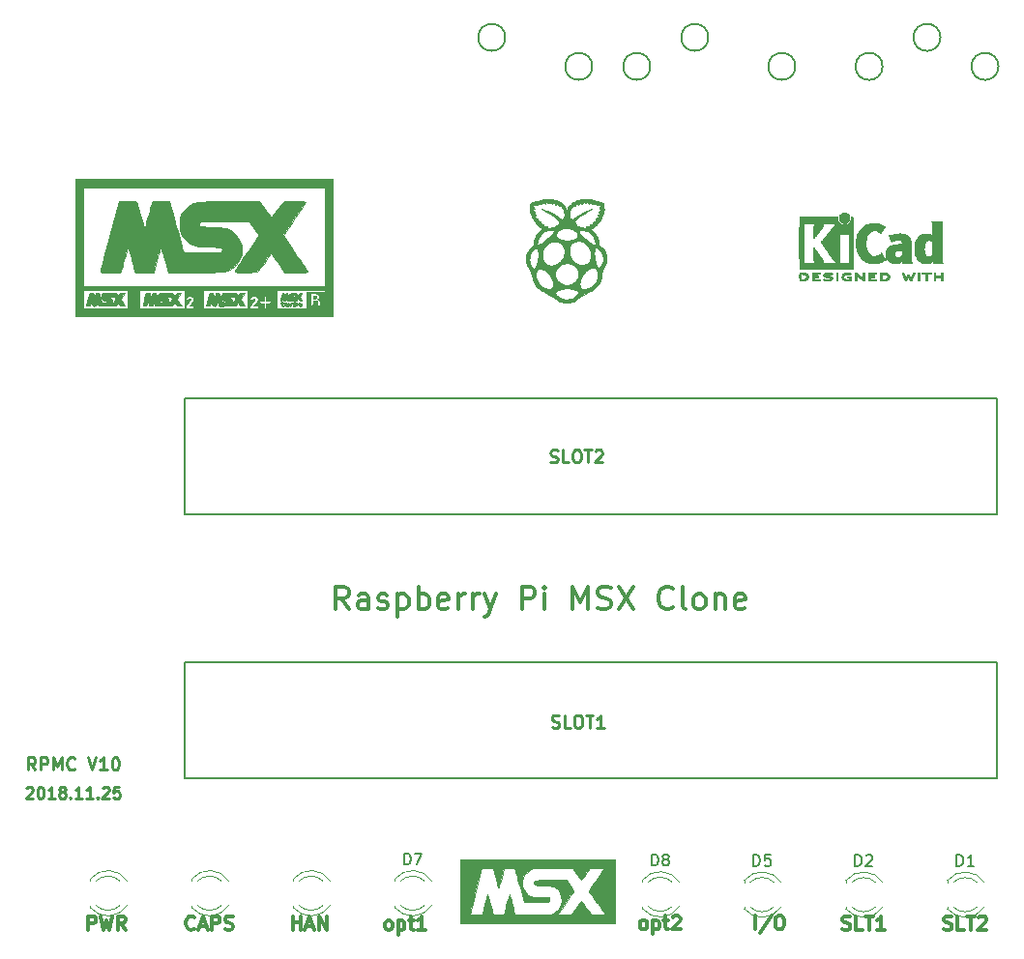
<source format=gbr>
G04 #@! TF.FileFunction,Legend,Top*
%FSLAX46Y46*%
G04 Gerber Fmt 4.6, Leading zero omitted, Abs format (unit mm)*
G04 Created by KiCad (PCBNEW 4.0.7) date 11/25/18 08:17:31*
%MOMM*%
%LPD*%
G01*
G04 APERTURE LIST*
%ADD10C,0.100000*%
%ADD11C,0.300000*%
%ADD12C,0.275000*%
%ADD13C,0.200000*%
%ADD14C,0.375000*%
%ADD15C,0.250000*%
%ADD16C,0.120000*%
%ADD17C,0.010000*%
%ADD18C,0.150000*%
G04 APERTURE END LIST*
D10*
D11*
X170506144Y-133858857D02*
X170391858Y-133801714D01*
X170334715Y-133744571D01*
X170277572Y-133630286D01*
X170277572Y-133287429D01*
X170334715Y-133173143D01*
X170391858Y-133116000D01*
X170506144Y-133058857D01*
X170677572Y-133058857D01*
X170791858Y-133116000D01*
X170849001Y-133173143D01*
X170906144Y-133287429D01*
X170906144Y-133630286D01*
X170849001Y-133744571D01*
X170791858Y-133801714D01*
X170677572Y-133858857D01*
X170506144Y-133858857D01*
X171420429Y-133058857D02*
X171420429Y-134258857D01*
X171420429Y-133116000D02*
X171534715Y-133058857D01*
X171763286Y-133058857D01*
X171877572Y-133116000D01*
X171934715Y-133173143D01*
X171991858Y-133287429D01*
X171991858Y-133630286D01*
X171934715Y-133744571D01*
X171877572Y-133801714D01*
X171763286Y-133858857D01*
X171534715Y-133858857D01*
X171420429Y-133801714D01*
X172334715Y-133058857D02*
X172791858Y-133058857D01*
X172506143Y-132658857D02*
X172506143Y-133687429D01*
X172563286Y-133801714D01*
X172677572Y-133858857D01*
X172791858Y-133858857D01*
X173134714Y-132773143D02*
X173191857Y-132716000D01*
X173306143Y-132658857D01*
X173591857Y-132658857D01*
X173706143Y-132716000D01*
X173763286Y-132773143D01*
X173820429Y-132887429D01*
X173820429Y-133001714D01*
X173763286Y-133173143D01*
X173077572Y-133858857D01*
X173820429Y-133858857D01*
X148190144Y-133892857D02*
X148075858Y-133835714D01*
X148018715Y-133778571D01*
X147961572Y-133664286D01*
X147961572Y-133321429D01*
X148018715Y-133207143D01*
X148075858Y-133150000D01*
X148190144Y-133092857D01*
X148361572Y-133092857D01*
X148475858Y-133150000D01*
X148533001Y-133207143D01*
X148590144Y-133321429D01*
X148590144Y-133664286D01*
X148533001Y-133778571D01*
X148475858Y-133835714D01*
X148361572Y-133892857D01*
X148190144Y-133892857D01*
X149104429Y-133092857D02*
X149104429Y-134292857D01*
X149104429Y-133150000D02*
X149218715Y-133092857D01*
X149447286Y-133092857D01*
X149561572Y-133150000D01*
X149618715Y-133207143D01*
X149675858Y-133321429D01*
X149675858Y-133664286D01*
X149618715Y-133778571D01*
X149561572Y-133835714D01*
X149447286Y-133892857D01*
X149218715Y-133892857D01*
X149104429Y-133835714D01*
X150018715Y-133092857D02*
X150475858Y-133092857D01*
X150190143Y-132692857D02*
X150190143Y-133721429D01*
X150247286Y-133835714D01*
X150361572Y-133892857D01*
X150475858Y-133892857D01*
X151504429Y-133892857D02*
X150818714Y-133892857D01*
X151161572Y-133892857D02*
X151161572Y-132692857D01*
X151047286Y-132864286D01*
X150933000Y-132978571D01*
X150818714Y-133035714D01*
D12*
X162440429Y-92901238D02*
X162597572Y-92953619D01*
X162859476Y-92953619D01*
X162964238Y-92901238D01*
X163016619Y-92848857D01*
X163069000Y-92744095D01*
X163069000Y-92639333D01*
X163016619Y-92534571D01*
X162964238Y-92482190D01*
X162859476Y-92429810D01*
X162649953Y-92377429D01*
X162545191Y-92325048D01*
X162492810Y-92272667D01*
X162440429Y-92167905D01*
X162440429Y-92063143D01*
X162492810Y-91958381D01*
X162545191Y-91906000D01*
X162649953Y-91853619D01*
X162911857Y-91853619D01*
X163069000Y-91906000D01*
X164064238Y-92953619D02*
X163540429Y-92953619D01*
X163540429Y-91853619D01*
X164640429Y-91853619D02*
X164849952Y-91853619D01*
X164954714Y-91906000D01*
X165059476Y-92010762D01*
X165111857Y-92220286D01*
X165111857Y-92586952D01*
X165059476Y-92796476D01*
X164954714Y-92901238D01*
X164849952Y-92953619D01*
X164640429Y-92953619D01*
X164535667Y-92901238D01*
X164430905Y-92796476D01*
X164378524Y-92586952D01*
X164378524Y-92220286D01*
X164430905Y-92010762D01*
X164535667Y-91906000D01*
X164640429Y-91853619D01*
X165426143Y-91853619D02*
X166054714Y-91853619D01*
X165740429Y-92953619D02*
X165740429Y-91853619D01*
X166369000Y-91958381D02*
X166421381Y-91906000D01*
X166526143Y-91853619D01*
X166788047Y-91853619D01*
X166892809Y-91906000D01*
X166945190Y-91958381D01*
X166997571Y-92063143D01*
X166997571Y-92167905D01*
X166945190Y-92325048D01*
X166316619Y-92953619D01*
X166997571Y-92953619D01*
X162567429Y-116142238D02*
X162724572Y-116194619D01*
X162986476Y-116194619D01*
X163091238Y-116142238D01*
X163143619Y-116089857D01*
X163196000Y-115985095D01*
X163196000Y-115880333D01*
X163143619Y-115775571D01*
X163091238Y-115723190D01*
X162986476Y-115670810D01*
X162776953Y-115618429D01*
X162672191Y-115566048D01*
X162619810Y-115513667D01*
X162567429Y-115408905D01*
X162567429Y-115304143D01*
X162619810Y-115199381D01*
X162672191Y-115147000D01*
X162776953Y-115094619D01*
X163038857Y-115094619D01*
X163196000Y-115147000D01*
X164191238Y-116194619D02*
X163667429Y-116194619D01*
X163667429Y-115094619D01*
X164767429Y-115094619D02*
X164976952Y-115094619D01*
X165081714Y-115147000D01*
X165186476Y-115251762D01*
X165238857Y-115461286D01*
X165238857Y-115827952D01*
X165186476Y-116037476D01*
X165081714Y-116142238D01*
X164976952Y-116194619D01*
X164767429Y-116194619D01*
X164662667Y-116142238D01*
X164557905Y-116037476D01*
X164505524Y-115827952D01*
X164505524Y-115461286D01*
X164557905Y-115251762D01*
X164662667Y-115147000D01*
X164767429Y-115094619D01*
X165553143Y-115094619D02*
X166181714Y-115094619D01*
X165867429Y-116194619D02*
X165867429Y-115094619D01*
X167124571Y-116194619D02*
X166496000Y-116194619D01*
X166810286Y-116194619D02*
X166810286Y-115094619D01*
X166705524Y-115251762D01*
X166600762Y-115356524D01*
X166496000Y-115408905D01*
D13*
X158487049Y-55727600D02*
G75*
G03X158487049Y-55727600I-1184849J0D01*
G01*
X166107049Y-58267600D02*
G75*
G03X166107049Y-58267600I-1184849J0D01*
G01*
X171187049Y-58267600D02*
G75*
G03X171187049Y-58267600I-1184849J0D01*
G01*
X176267049Y-55727600D02*
G75*
G03X176267049Y-55727600I-1184849J0D01*
G01*
X183887049Y-58267600D02*
G75*
G03X183887049Y-58267600I-1184849J0D01*
G01*
X191523498Y-58267600D02*
G75*
G03X191523498Y-58267600I-1184849J0D01*
G01*
X196596000Y-55727600D02*
G75*
G03X196596000Y-55727600I-1184849J0D01*
G01*
X201676000Y-58267600D02*
G75*
G03X201676000Y-58267600I-1184849J0D01*
G01*
D14*
X144782094Y-105806762D02*
X144115427Y-104854381D01*
X143639236Y-105806762D02*
X143639236Y-103806762D01*
X144401141Y-103806762D01*
X144591617Y-103902000D01*
X144686856Y-103997238D01*
X144782094Y-104187714D01*
X144782094Y-104473429D01*
X144686856Y-104663905D01*
X144591617Y-104759143D01*
X144401141Y-104854381D01*
X143639236Y-104854381D01*
X146496379Y-105806762D02*
X146496379Y-104759143D01*
X146401141Y-104568667D01*
X146210665Y-104473429D01*
X145829713Y-104473429D01*
X145639236Y-104568667D01*
X146496379Y-105711524D02*
X146305903Y-105806762D01*
X145829713Y-105806762D01*
X145639236Y-105711524D01*
X145543998Y-105521048D01*
X145543998Y-105330571D01*
X145639236Y-105140095D01*
X145829713Y-105044857D01*
X146305903Y-105044857D01*
X146496379Y-104949619D01*
X147353522Y-105711524D02*
X147543999Y-105806762D01*
X147924951Y-105806762D01*
X148115427Y-105711524D01*
X148210665Y-105521048D01*
X148210665Y-105425810D01*
X148115427Y-105235333D01*
X147924951Y-105140095D01*
X147639237Y-105140095D01*
X147448760Y-105044857D01*
X147353522Y-104854381D01*
X147353522Y-104759143D01*
X147448760Y-104568667D01*
X147639237Y-104473429D01*
X147924951Y-104473429D01*
X148115427Y-104568667D01*
X149067808Y-104473429D02*
X149067808Y-106473429D01*
X149067808Y-104568667D02*
X149258285Y-104473429D01*
X149639237Y-104473429D01*
X149829713Y-104568667D01*
X149924951Y-104663905D01*
X150020189Y-104854381D01*
X150020189Y-105425810D01*
X149924951Y-105616286D01*
X149829713Y-105711524D01*
X149639237Y-105806762D01*
X149258285Y-105806762D01*
X149067808Y-105711524D01*
X150877332Y-105806762D02*
X150877332Y-103806762D01*
X150877332Y-104568667D02*
X151067809Y-104473429D01*
X151448761Y-104473429D01*
X151639237Y-104568667D01*
X151734475Y-104663905D01*
X151829713Y-104854381D01*
X151829713Y-105425810D01*
X151734475Y-105616286D01*
X151639237Y-105711524D01*
X151448761Y-105806762D01*
X151067809Y-105806762D01*
X150877332Y-105711524D01*
X153448761Y-105711524D02*
X153258285Y-105806762D01*
X152877333Y-105806762D01*
X152686856Y-105711524D01*
X152591618Y-105521048D01*
X152591618Y-104759143D01*
X152686856Y-104568667D01*
X152877333Y-104473429D01*
X153258285Y-104473429D01*
X153448761Y-104568667D01*
X153543999Y-104759143D01*
X153543999Y-104949619D01*
X152591618Y-105140095D01*
X154401142Y-105806762D02*
X154401142Y-104473429D01*
X154401142Y-104854381D02*
X154496381Y-104663905D01*
X154591619Y-104568667D01*
X154782095Y-104473429D01*
X154972571Y-104473429D01*
X155639237Y-105806762D02*
X155639237Y-104473429D01*
X155639237Y-104854381D02*
X155734476Y-104663905D01*
X155829714Y-104568667D01*
X156020190Y-104473429D01*
X156210666Y-104473429D01*
X156686856Y-104473429D02*
X157163047Y-105806762D01*
X157639237Y-104473429D02*
X157163047Y-105806762D01*
X156972571Y-106282952D01*
X156877332Y-106378190D01*
X156686856Y-106473429D01*
X159924952Y-105806762D02*
X159924952Y-103806762D01*
X160686857Y-103806762D01*
X160877333Y-103902000D01*
X160972572Y-103997238D01*
X161067810Y-104187714D01*
X161067810Y-104473429D01*
X160972572Y-104663905D01*
X160877333Y-104759143D01*
X160686857Y-104854381D01*
X159924952Y-104854381D01*
X161924952Y-105806762D02*
X161924952Y-104473429D01*
X161924952Y-103806762D02*
X161829714Y-103902000D01*
X161924952Y-103997238D01*
X162020191Y-103902000D01*
X161924952Y-103806762D01*
X161924952Y-103997238D01*
X164401143Y-105806762D02*
X164401143Y-103806762D01*
X165067810Y-105235333D01*
X165734477Y-103806762D01*
X165734477Y-105806762D01*
X166591619Y-105711524D02*
X166877334Y-105806762D01*
X167353524Y-105806762D01*
X167544000Y-105711524D01*
X167639238Y-105616286D01*
X167734477Y-105425810D01*
X167734477Y-105235333D01*
X167639238Y-105044857D01*
X167544000Y-104949619D01*
X167353524Y-104854381D01*
X166972572Y-104759143D01*
X166782096Y-104663905D01*
X166686857Y-104568667D01*
X166591619Y-104378190D01*
X166591619Y-104187714D01*
X166686857Y-103997238D01*
X166782096Y-103902000D01*
X166972572Y-103806762D01*
X167448762Y-103806762D01*
X167734477Y-103902000D01*
X168401143Y-103806762D02*
X169734477Y-105806762D01*
X169734477Y-103806762D02*
X168401143Y-105806762D01*
X173163049Y-105616286D02*
X173067811Y-105711524D01*
X172782096Y-105806762D01*
X172591620Y-105806762D01*
X172305906Y-105711524D01*
X172115430Y-105521048D01*
X172020191Y-105330571D01*
X171924953Y-104949619D01*
X171924953Y-104663905D01*
X172020191Y-104282952D01*
X172115430Y-104092476D01*
X172305906Y-103902000D01*
X172591620Y-103806762D01*
X172782096Y-103806762D01*
X173067811Y-103902000D01*
X173163049Y-103997238D01*
X174305906Y-105806762D02*
X174115430Y-105711524D01*
X174020191Y-105521048D01*
X174020191Y-103806762D01*
X175353525Y-105806762D02*
X175163049Y-105711524D01*
X175067810Y-105616286D01*
X174972572Y-105425810D01*
X174972572Y-104854381D01*
X175067810Y-104663905D01*
X175163049Y-104568667D01*
X175353525Y-104473429D01*
X175639239Y-104473429D01*
X175829715Y-104568667D01*
X175924953Y-104663905D01*
X176020191Y-104854381D01*
X176020191Y-105425810D01*
X175924953Y-105616286D01*
X175829715Y-105711524D01*
X175639239Y-105806762D01*
X175353525Y-105806762D01*
X176877334Y-104473429D02*
X176877334Y-105806762D01*
X176877334Y-104663905D02*
X176972573Y-104568667D01*
X177163049Y-104473429D01*
X177448763Y-104473429D01*
X177639239Y-104568667D01*
X177734477Y-104759143D01*
X177734477Y-105806762D01*
X179448763Y-105711524D02*
X179258287Y-105806762D01*
X178877335Y-105806762D01*
X178686858Y-105711524D01*
X178591620Y-105521048D01*
X178591620Y-104759143D01*
X178686858Y-104568667D01*
X178877335Y-104473429D01*
X179258287Y-104473429D01*
X179448763Y-104568667D01*
X179544001Y-104759143D01*
X179544001Y-104949619D01*
X178591620Y-105140095D01*
D15*
X116554762Y-121467619D02*
X116602381Y-121420000D01*
X116697619Y-121372381D01*
X116935715Y-121372381D01*
X117030953Y-121420000D01*
X117078572Y-121467619D01*
X117126191Y-121562857D01*
X117126191Y-121658095D01*
X117078572Y-121800952D01*
X116507143Y-122372381D01*
X117126191Y-122372381D01*
X117745238Y-121372381D02*
X117840477Y-121372381D01*
X117935715Y-121420000D01*
X117983334Y-121467619D01*
X118030953Y-121562857D01*
X118078572Y-121753333D01*
X118078572Y-121991429D01*
X118030953Y-122181905D01*
X117983334Y-122277143D01*
X117935715Y-122324762D01*
X117840477Y-122372381D01*
X117745238Y-122372381D01*
X117650000Y-122324762D01*
X117602381Y-122277143D01*
X117554762Y-122181905D01*
X117507143Y-121991429D01*
X117507143Y-121753333D01*
X117554762Y-121562857D01*
X117602381Y-121467619D01*
X117650000Y-121420000D01*
X117745238Y-121372381D01*
X119030953Y-122372381D02*
X118459524Y-122372381D01*
X118745238Y-122372381D02*
X118745238Y-121372381D01*
X118650000Y-121515238D01*
X118554762Y-121610476D01*
X118459524Y-121658095D01*
X119602381Y-121800952D02*
X119507143Y-121753333D01*
X119459524Y-121705714D01*
X119411905Y-121610476D01*
X119411905Y-121562857D01*
X119459524Y-121467619D01*
X119507143Y-121420000D01*
X119602381Y-121372381D01*
X119792858Y-121372381D01*
X119888096Y-121420000D01*
X119935715Y-121467619D01*
X119983334Y-121562857D01*
X119983334Y-121610476D01*
X119935715Y-121705714D01*
X119888096Y-121753333D01*
X119792858Y-121800952D01*
X119602381Y-121800952D01*
X119507143Y-121848571D01*
X119459524Y-121896190D01*
X119411905Y-121991429D01*
X119411905Y-122181905D01*
X119459524Y-122277143D01*
X119507143Y-122324762D01*
X119602381Y-122372381D01*
X119792858Y-122372381D01*
X119888096Y-122324762D01*
X119935715Y-122277143D01*
X119983334Y-122181905D01*
X119983334Y-121991429D01*
X119935715Y-121896190D01*
X119888096Y-121848571D01*
X119792858Y-121800952D01*
X120411905Y-122277143D02*
X120459524Y-122324762D01*
X120411905Y-122372381D01*
X120364286Y-122324762D01*
X120411905Y-122277143D01*
X120411905Y-122372381D01*
X121411905Y-122372381D02*
X120840476Y-122372381D01*
X121126190Y-122372381D02*
X121126190Y-121372381D01*
X121030952Y-121515238D01*
X120935714Y-121610476D01*
X120840476Y-121658095D01*
X122364286Y-122372381D02*
X121792857Y-122372381D01*
X122078571Y-122372381D02*
X122078571Y-121372381D01*
X121983333Y-121515238D01*
X121888095Y-121610476D01*
X121792857Y-121658095D01*
X122792857Y-122277143D02*
X122840476Y-122324762D01*
X122792857Y-122372381D01*
X122745238Y-122324762D01*
X122792857Y-122277143D01*
X122792857Y-122372381D01*
X123221428Y-121467619D02*
X123269047Y-121420000D01*
X123364285Y-121372381D01*
X123602381Y-121372381D01*
X123697619Y-121420000D01*
X123745238Y-121467619D01*
X123792857Y-121562857D01*
X123792857Y-121658095D01*
X123745238Y-121800952D01*
X123173809Y-122372381D01*
X123792857Y-122372381D01*
X124697619Y-121372381D02*
X124221428Y-121372381D01*
X124173809Y-121848571D01*
X124221428Y-121800952D01*
X124316666Y-121753333D01*
X124554762Y-121753333D01*
X124650000Y-121800952D01*
X124697619Y-121848571D01*
X124745238Y-121943810D01*
X124745238Y-122181905D01*
X124697619Y-122277143D01*
X124650000Y-122324762D01*
X124554762Y-122372381D01*
X124316666Y-122372381D01*
X124221428Y-122324762D01*
X124173809Y-122277143D01*
D11*
X196897857Y-133835714D02*
X197069286Y-133892857D01*
X197355000Y-133892857D01*
X197469286Y-133835714D01*
X197526429Y-133778571D01*
X197583572Y-133664286D01*
X197583572Y-133550000D01*
X197526429Y-133435714D01*
X197469286Y-133378571D01*
X197355000Y-133321429D01*
X197126429Y-133264286D01*
X197012143Y-133207143D01*
X196955000Y-133150000D01*
X196897857Y-133035714D01*
X196897857Y-132921429D01*
X196955000Y-132807143D01*
X197012143Y-132750000D01*
X197126429Y-132692857D01*
X197412143Y-132692857D01*
X197583572Y-132750000D01*
X198669286Y-133892857D02*
X198097857Y-133892857D01*
X198097857Y-132692857D01*
X198897858Y-132692857D02*
X199583572Y-132692857D01*
X199240715Y-133892857D02*
X199240715Y-132692857D01*
X199926429Y-132807143D02*
X199983572Y-132750000D01*
X200097858Y-132692857D01*
X200383572Y-132692857D01*
X200497858Y-132750000D01*
X200555001Y-132807143D01*
X200612144Y-132921429D01*
X200612144Y-133035714D01*
X200555001Y-133207143D01*
X199869287Y-133892857D01*
X200612144Y-133892857D01*
X188007857Y-133835714D02*
X188179286Y-133892857D01*
X188465000Y-133892857D01*
X188579286Y-133835714D01*
X188636429Y-133778571D01*
X188693572Y-133664286D01*
X188693572Y-133550000D01*
X188636429Y-133435714D01*
X188579286Y-133378571D01*
X188465000Y-133321429D01*
X188236429Y-133264286D01*
X188122143Y-133207143D01*
X188065000Y-133150000D01*
X188007857Y-133035714D01*
X188007857Y-132921429D01*
X188065000Y-132807143D01*
X188122143Y-132750000D01*
X188236429Y-132692857D01*
X188522143Y-132692857D01*
X188693572Y-132750000D01*
X189779286Y-133892857D02*
X189207857Y-133892857D01*
X189207857Y-132692857D01*
X190007858Y-132692857D02*
X190693572Y-132692857D01*
X190350715Y-133892857D02*
X190350715Y-132692857D01*
X191722144Y-133892857D02*
X191036429Y-133892857D01*
X191379287Y-133892857D02*
X191379287Y-132692857D01*
X191265001Y-132864286D01*
X191150715Y-132978571D01*
X191036429Y-133035714D01*
X180352857Y-133858857D02*
X180352857Y-132658857D01*
X181781429Y-132601714D02*
X180752858Y-134144571D01*
X182410001Y-132658857D02*
X182638572Y-132658857D01*
X182752858Y-132716000D01*
X182867144Y-132830286D01*
X182924286Y-133058857D01*
X182924286Y-133458857D01*
X182867144Y-133687429D01*
X182752858Y-133801714D01*
X182638572Y-133858857D01*
X182410001Y-133858857D01*
X182295715Y-133801714D01*
X182181429Y-133687429D01*
X182124286Y-133458857D01*
X182124286Y-133058857D01*
X182181429Y-132830286D01*
X182295715Y-132716000D01*
X182410001Y-132658857D01*
X139865286Y-133892857D02*
X139865286Y-132692857D01*
X139865286Y-133264286D02*
X140551001Y-133264286D01*
X140551001Y-133892857D02*
X140551001Y-132692857D01*
X141065286Y-133550000D02*
X141636715Y-133550000D01*
X140951001Y-133892857D02*
X141351001Y-132692857D01*
X141751001Y-133892857D01*
X142151000Y-133892857D02*
X142151000Y-132692857D01*
X142836715Y-133892857D01*
X142836715Y-132692857D01*
X131273715Y-133778571D02*
X131216572Y-133835714D01*
X131045143Y-133892857D01*
X130930857Y-133892857D01*
X130759429Y-133835714D01*
X130645143Y-133721429D01*
X130588000Y-133607143D01*
X130530857Y-133378571D01*
X130530857Y-133207143D01*
X130588000Y-132978571D01*
X130645143Y-132864286D01*
X130759429Y-132750000D01*
X130930857Y-132692857D01*
X131045143Y-132692857D01*
X131216572Y-132750000D01*
X131273715Y-132807143D01*
X131730857Y-133550000D02*
X132302286Y-133550000D01*
X131616572Y-133892857D02*
X132016572Y-132692857D01*
X132416572Y-133892857D01*
X132816571Y-133892857D02*
X132816571Y-132692857D01*
X133273714Y-132692857D01*
X133388000Y-132750000D01*
X133445143Y-132807143D01*
X133502286Y-132921429D01*
X133502286Y-133092857D01*
X133445143Y-133207143D01*
X133388000Y-133264286D01*
X133273714Y-133321429D01*
X132816571Y-133321429D01*
X133959428Y-133835714D02*
X134130857Y-133892857D01*
X134416571Y-133892857D01*
X134530857Y-133835714D01*
X134588000Y-133778571D01*
X134645143Y-133664286D01*
X134645143Y-133550000D01*
X134588000Y-133435714D01*
X134530857Y-133378571D01*
X134416571Y-133321429D01*
X134188000Y-133264286D01*
X134073714Y-133207143D01*
X134016571Y-133150000D01*
X133959428Y-133035714D01*
X133959428Y-132921429D01*
X134016571Y-132807143D01*
X134073714Y-132750000D01*
X134188000Y-132692857D01*
X134473714Y-132692857D01*
X134645143Y-132750000D01*
X121971000Y-133892857D02*
X121971000Y-132692857D01*
X122428143Y-132692857D01*
X122542429Y-132750000D01*
X122599572Y-132807143D01*
X122656715Y-132921429D01*
X122656715Y-133092857D01*
X122599572Y-133207143D01*
X122542429Y-133264286D01*
X122428143Y-133321429D01*
X121971000Y-133321429D01*
X123056715Y-132692857D02*
X123342429Y-133892857D01*
X123571000Y-133035714D01*
X123799572Y-133892857D01*
X124085286Y-132692857D01*
X125228144Y-133892857D02*
X124828144Y-133321429D01*
X124542429Y-133892857D02*
X124542429Y-132692857D01*
X124999572Y-132692857D01*
X125113858Y-132750000D01*
X125171001Y-132807143D01*
X125228144Y-132921429D01*
X125228144Y-133092857D01*
X125171001Y-133207143D01*
X125113858Y-133264286D01*
X124999572Y-133321429D01*
X124542429Y-133321429D01*
D12*
X117323810Y-119877619D02*
X116957144Y-119353810D01*
X116695239Y-119877619D02*
X116695239Y-118777619D01*
X117114286Y-118777619D01*
X117219048Y-118830000D01*
X117271429Y-118882381D01*
X117323810Y-118987143D01*
X117323810Y-119144286D01*
X117271429Y-119249048D01*
X117219048Y-119301429D01*
X117114286Y-119353810D01*
X116695239Y-119353810D01*
X117795239Y-119877619D02*
X117795239Y-118777619D01*
X118214286Y-118777619D01*
X118319048Y-118830000D01*
X118371429Y-118882381D01*
X118423810Y-118987143D01*
X118423810Y-119144286D01*
X118371429Y-119249048D01*
X118319048Y-119301429D01*
X118214286Y-119353810D01*
X117795239Y-119353810D01*
X118895239Y-119877619D02*
X118895239Y-118777619D01*
X119261905Y-119563333D01*
X119628572Y-118777619D01*
X119628572Y-119877619D01*
X120780953Y-119772857D02*
X120728572Y-119825238D01*
X120571429Y-119877619D01*
X120466667Y-119877619D01*
X120309525Y-119825238D01*
X120204763Y-119720476D01*
X120152382Y-119615714D01*
X120100001Y-119406190D01*
X120100001Y-119249048D01*
X120152382Y-119039524D01*
X120204763Y-118934762D01*
X120309525Y-118830000D01*
X120466667Y-118777619D01*
X120571429Y-118777619D01*
X120728572Y-118830000D01*
X120780953Y-118882381D01*
X121933334Y-118777619D02*
X122300001Y-119877619D01*
X122666667Y-118777619D01*
X123609524Y-119877619D02*
X122980953Y-119877619D01*
X123295239Y-119877619D02*
X123295239Y-118777619D01*
X123190477Y-118934762D01*
X123085715Y-119039524D01*
X122980953Y-119091905D01*
X124290477Y-118777619D02*
X124395238Y-118777619D01*
X124500000Y-118830000D01*
X124552381Y-118882381D01*
X124604762Y-118987143D01*
X124657143Y-119196667D01*
X124657143Y-119458571D01*
X124604762Y-119668095D01*
X124552381Y-119772857D01*
X124500000Y-119825238D01*
X124395238Y-119877619D01*
X124290477Y-119877619D01*
X124185715Y-119825238D01*
X124133334Y-119772857D01*
X124080953Y-119668095D01*
X124028572Y-119458571D01*
X124028572Y-119196667D01*
X124080953Y-118987143D01*
X124133334Y-118882381D01*
X124185715Y-118830000D01*
X124290477Y-118777619D01*
D16*
X134260335Y-129604392D02*
G75*
G03X131028000Y-129447484I-1672335J-1078608D01*
G01*
X134260335Y-131761608D02*
G75*
G02X131028000Y-131918516I-1672335J1078608D01*
G01*
X133629130Y-129603163D02*
G75*
G03X131547039Y-129603000I-1041130J-1079837D01*
G01*
X133629130Y-131762837D02*
G75*
G02X131547039Y-131763000I-1041130J1079837D01*
G01*
X131028000Y-129447000D02*
X131028000Y-129603000D01*
X131028000Y-131763000D02*
X131028000Y-131919000D01*
X143150335Y-129604392D02*
G75*
G03X139918000Y-129447484I-1672335J-1078608D01*
G01*
X143150335Y-131761608D02*
G75*
G02X139918000Y-131918516I-1672335J1078608D01*
G01*
X142519130Y-129603163D02*
G75*
G03X140437039Y-129603000I-1041130J-1079837D01*
G01*
X142519130Y-131762837D02*
G75*
G02X140437039Y-131763000I-1041130J1079837D01*
G01*
X139918000Y-129447000D02*
X139918000Y-129603000D01*
X139918000Y-131763000D02*
X139918000Y-131919000D01*
X125370335Y-129604392D02*
G75*
G03X122138000Y-129447484I-1672335J-1078608D01*
G01*
X125370335Y-131761608D02*
G75*
G02X122138000Y-131918516I-1672335J1078608D01*
G01*
X124739130Y-129603163D02*
G75*
G03X122657039Y-129603000I-1041130J-1079837D01*
G01*
X124739130Y-131762837D02*
G75*
G02X122657039Y-131763000I-1041130J1079837D01*
G01*
X122138000Y-129447000D02*
X122138000Y-129603000D01*
X122138000Y-131763000D02*
X122138000Y-131919000D01*
D17*
G36*
X143383000Y-80158167D02*
X120819334Y-80158167D01*
X120819334Y-77872167D01*
X121539000Y-77872167D01*
X121539000Y-79438500D01*
X125433667Y-79438500D01*
X125433667Y-77872167D01*
X126449667Y-77872167D01*
X126449667Y-79438500D01*
X130386667Y-79438500D01*
X130386667Y-78718833D01*
X130471091Y-78718833D01*
X130619379Y-78718833D01*
X130727044Y-78706135D01*
X130766713Y-78664036D01*
X130767667Y-78652229D01*
X130796397Y-78605836D01*
X130857741Y-78603827D01*
X130914431Y-78642786D01*
X130926735Y-78666811D01*
X130907967Y-78722205D01*
X130841320Y-78813722D01*
X130750740Y-78911790D01*
X130644031Y-79030802D01*
X130563722Y-79145836D01*
X130531712Y-79217812D01*
X130507144Y-79322694D01*
X130490293Y-79385583D01*
X130505119Y-79412842D01*
X130577042Y-79429565D01*
X130716663Y-79437391D01*
X130832495Y-79438500D01*
X131191000Y-79438500D01*
X131191000Y-79311500D01*
X131185513Y-79233515D01*
X131153763Y-79196505D01*
X131072814Y-79185240D01*
X130999757Y-79184500D01*
X130808513Y-79184500D01*
X130999757Y-79001256D01*
X131119060Y-78873162D01*
X131178427Y-78769606D01*
X131191000Y-78693176D01*
X131157614Y-78536371D01*
X131070315Y-78425358D01*
X130948395Y-78363389D01*
X130811144Y-78353716D01*
X130677852Y-78399588D01*
X130567811Y-78504258D01*
X130526888Y-78581250D01*
X130471091Y-78718833D01*
X130386667Y-78718833D01*
X130386667Y-77872167D01*
X132037667Y-77872167D01*
X132037667Y-79438500D01*
X135932334Y-79438500D01*
X136094940Y-79438500D01*
X136821334Y-79438500D01*
X136821334Y-79311500D01*
X136815847Y-79233515D01*
X136784096Y-79196505D01*
X136703148Y-79185240D01*
X136630090Y-79184500D01*
X136438847Y-79184500D01*
X136630090Y-79001256D01*
X136753692Y-78860970D01*
X136910422Y-78860970D01*
X136913639Y-78898750D01*
X136934479Y-78958289D01*
X136990378Y-78989927D01*
X137104361Y-79005267D01*
X137128250Y-79006903D01*
X137329334Y-79019805D01*
X137329334Y-79229153D01*
X137333893Y-79355260D01*
X137353202Y-79417822D01*
X137395707Y-79437725D01*
X137414000Y-79438500D01*
X137464784Y-79427356D01*
X137490111Y-79380054D01*
X137498305Y-79275791D01*
X137498667Y-79226833D01*
X137498667Y-79015167D01*
X137710334Y-79015167D01*
X137835956Y-79011735D01*
X137898625Y-78994224D01*
X137919995Y-78951807D01*
X137922000Y-78909333D01*
X137915138Y-78846522D01*
X137880115Y-78815187D01*
X137795280Y-78804502D01*
X137710334Y-78803500D01*
X137498667Y-78803500D01*
X137498667Y-78570667D01*
X137494992Y-78436113D01*
X137479103Y-78366017D01*
X137443704Y-78340316D01*
X137414000Y-78337833D01*
X137365071Y-78347939D01*
X137339582Y-78391634D01*
X137330237Y-78488982D01*
X137329334Y-78570667D01*
X137329334Y-78803500D01*
X137114723Y-78803500D01*
X136988581Y-78806740D01*
X136927121Y-78822752D01*
X136910422Y-78860970D01*
X136753692Y-78860970D01*
X136760609Y-78853120D01*
X136819266Y-78719770D01*
X136812318Y-78583342D01*
X136795037Y-78530230D01*
X136732155Y-78455970D01*
X136621432Y-78387346D01*
X136498534Y-78343951D01*
X136444796Y-78337833D01*
X136342178Y-78371868D01*
X136233606Y-78456429D01*
X136148681Y-78565200D01*
X136123402Y-78623583D01*
X136114155Y-78686884D01*
X136149773Y-78713489D01*
X136246981Y-78718833D01*
X136357692Y-78705595D01*
X136397510Y-78663083D01*
X136398000Y-78655333D01*
X136431887Y-78599209D01*
X136461500Y-78591833D01*
X136512394Y-78623558D01*
X136524774Y-78697444D01*
X136501095Y-78781553D01*
X136443810Y-78843952D01*
X136442054Y-78844912D01*
X136331456Y-78936365D01*
X136224757Y-79076001D01*
X136145743Y-79229703D01*
X136124106Y-79300917D01*
X136094940Y-79438500D01*
X135932334Y-79438500D01*
X135932334Y-77872167D01*
X138430000Y-77872167D01*
X138430000Y-78648278D01*
X138431471Y-78896481D01*
X138435558Y-79114934D01*
X138441775Y-79289754D01*
X138449633Y-79407054D01*
X138458222Y-79452611D01*
X138504879Y-79458153D01*
X138628030Y-79463334D01*
X138819502Y-79468047D01*
X139071124Y-79472184D01*
X139374722Y-79475637D01*
X139722124Y-79478298D01*
X140105159Y-79480059D01*
X140515653Y-79480813D01*
X140596056Y-79480833D01*
X142705667Y-79480833D01*
X142705667Y-77872167D01*
X138430000Y-77872167D01*
X135932334Y-77872167D01*
X132037667Y-77872167D01*
X130386667Y-77872167D01*
X126449667Y-77872167D01*
X125433667Y-77872167D01*
X121539000Y-77872167D01*
X120819334Y-77872167D01*
X120819334Y-68897500D01*
X121539000Y-68897500D01*
X121539000Y-77491167D01*
X142705667Y-77491167D01*
X142705667Y-68897500D01*
X121539000Y-68897500D01*
X120819334Y-68897500D01*
X120819334Y-68093167D01*
X143383000Y-68093167D01*
X143383000Y-80158167D01*
X143383000Y-80158167D01*
G37*
X143383000Y-80158167D02*
X120819334Y-80158167D01*
X120819334Y-77872167D01*
X121539000Y-77872167D01*
X121539000Y-79438500D01*
X125433667Y-79438500D01*
X125433667Y-77872167D01*
X126449667Y-77872167D01*
X126449667Y-79438500D01*
X130386667Y-79438500D01*
X130386667Y-78718833D01*
X130471091Y-78718833D01*
X130619379Y-78718833D01*
X130727044Y-78706135D01*
X130766713Y-78664036D01*
X130767667Y-78652229D01*
X130796397Y-78605836D01*
X130857741Y-78603827D01*
X130914431Y-78642786D01*
X130926735Y-78666811D01*
X130907967Y-78722205D01*
X130841320Y-78813722D01*
X130750740Y-78911790D01*
X130644031Y-79030802D01*
X130563722Y-79145836D01*
X130531712Y-79217812D01*
X130507144Y-79322694D01*
X130490293Y-79385583D01*
X130505119Y-79412842D01*
X130577042Y-79429565D01*
X130716663Y-79437391D01*
X130832495Y-79438500D01*
X131191000Y-79438500D01*
X131191000Y-79311500D01*
X131185513Y-79233515D01*
X131153763Y-79196505D01*
X131072814Y-79185240D01*
X130999757Y-79184500D01*
X130808513Y-79184500D01*
X130999757Y-79001256D01*
X131119060Y-78873162D01*
X131178427Y-78769606D01*
X131191000Y-78693176D01*
X131157614Y-78536371D01*
X131070315Y-78425358D01*
X130948395Y-78363389D01*
X130811144Y-78353716D01*
X130677852Y-78399588D01*
X130567811Y-78504258D01*
X130526888Y-78581250D01*
X130471091Y-78718833D01*
X130386667Y-78718833D01*
X130386667Y-77872167D01*
X132037667Y-77872167D01*
X132037667Y-79438500D01*
X135932334Y-79438500D01*
X136094940Y-79438500D01*
X136821334Y-79438500D01*
X136821334Y-79311500D01*
X136815847Y-79233515D01*
X136784096Y-79196505D01*
X136703148Y-79185240D01*
X136630090Y-79184500D01*
X136438847Y-79184500D01*
X136630090Y-79001256D01*
X136753692Y-78860970D01*
X136910422Y-78860970D01*
X136913639Y-78898750D01*
X136934479Y-78958289D01*
X136990378Y-78989927D01*
X137104361Y-79005267D01*
X137128250Y-79006903D01*
X137329334Y-79019805D01*
X137329334Y-79229153D01*
X137333893Y-79355260D01*
X137353202Y-79417822D01*
X137395707Y-79437725D01*
X137414000Y-79438500D01*
X137464784Y-79427356D01*
X137490111Y-79380054D01*
X137498305Y-79275791D01*
X137498667Y-79226833D01*
X137498667Y-79015167D01*
X137710334Y-79015167D01*
X137835956Y-79011735D01*
X137898625Y-78994224D01*
X137919995Y-78951807D01*
X137922000Y-78909333D01*
X137915138Y-78846522D01*
X137880115Y-78815187D01*
X137795280Y-78804502D01*
X137710334Y-78803500D01*
X137498667Y-78803500D01*
X137498667Y-78570667D01*
X137494992Y-78436113D01*
X137479103Y-78366017D01*
X137443704Y-78340316D01*
X137414000Y-78337833D01*
X137365071Y-78347939D01*
X137339582Y-78391634D01*
X137330237Y-78488982D01*
X137329334Y-78570667D01*
X137329334Y-78803500D01*
X137114723Y-78803500D01*
X136988581Y-78806740D01*
X136927121Y-78822752D01*
X136910422Y-78860970D01*
X136753692Y-78860970D01*
X136760609Y-78853120D01*
X136819266Y-78719770D01*
X136812318Y-78583342D01*
X136795037Y-78530230D01*
X136732155Y-78455970D01*
X136621432Y-78387346D01*
X136498534Y-78343951D01*
X136444796Y-78337833D01*
X136342178Y-78371868D01*
X136233606Y-78456429D01*
X136148681Y-78565200D01*
X136123402Y-78623583D01*
X136114155Y-78686884D01*
X136149773Y-78713489D01*
X136246981Y-78718833D01*
X136357692Y-78705595D01*
X136397510Y-78663083D01*
X136398000Y-78655333D01*
X136431887Y-78599209D01*
X136461500Y-78591833D01*
X136512394Y-78623558D01*
X136524774Y-78697444D01*
X136501095Y-78781553D01*
X136443810Y-78843952D01*
X136442054Y-78844912D01*
X136331456Y-78936365D01*
X136224757Y-79076001D01*
X136145743Y-79229703D01*
X136124106Y-79300917D01*
X136094940Y-79438500D01*
X135932334Y-79438500D01*
X135932334Y-77872167D01*
X138430000Y-77872167D01*
X138430000Y-78648278D01*
X138431471Y-78896481D01*
X138435558Y-79114934D01*
X138441775Y-79289754D01*
X138449633Y-79407054D01*
X138458222Y-79452611D01*
X138504879Y-79458153D01*
X138628030Y-79463334D01*
X138819502Y-79468047D01*
X139071124Y-79472184D01*
X139374722Y-79475637D01*
X139722124Y-79478298D01*
X140105159Y-79480059D01*
X140515653Y-79480813D01*
X140596056Y-79480833D01*
X142705667Y-79480833D01*
X142705667Y-77872167D01*
X138430000Y-77872167D01*
X135932334Y-77872167D01*
X132037667Y-77872167D01*
X130386667Y-77872167D01*
X126449667Y-77872167D01*
X125433667Y-77872167D01*
X121539000Y-77872167D01*
X120819334Y-77872167D01*
X120819334Y-68897500D01*
X121539000Y-68897500D01*
X121539000Y-77491167D01*
X142705667Y-77491167D01*
X142705667Y-68897500D01*
X121539000Y-68897500D01*
X120819334Y-68897500D01*
X120819334Y-68093167D01*
X143383000Y-68093167D01*
X143383000Y-80158167D01*
G36*
X142578667Y-79353833D02*
X141054667Y-79353833D01*
X141054667Y-78126167D01*
X141393334Y-78126167D01*
X141393334Y-79226833D01*
X141494638Y-79226833D01*
X141582992Y-79201857D01*
X141621638Y-79159871D01*
X141639539Y-79072085D01*
X141647323Y-78952405D01*
X141647334Y-78948204D01*
X141651599Y-78859288D01*
X141679753Y-78817183D01*
X141754836Y-78804388D01*
X141837834Y-78803500D01*
X142028334Y-78803500D01*
X142028334Y-79015167D01*
X142031765Y-79140789D01*
X142049276Y-79203458D01*
X142091693Y-79224828D01*
X142134167Y-79226833D01*
X142196755Y-79220057D01*
X142228118Y-79185357D01*
X142238932Y-79101175D01*
X142240000Y-79013136D01*
X142231947Y-78872297D01*
X142199156Y-78780136D01*
X142128678Y-78701490D01*
X142123584Y-78696974D01*
X142050239Y-78629582D01*
X142037553Y-78600709D01*
X142082099Y-78593548D01*
X142102417Y-78593171D01*
X142169144Y-78577401D01*
X142194752Y-78516369D01*
X142197378Y-78454250D01*
X142159159Y-78313121D01*
X142048912Y-78209156D01*
X141872253Y-78145752D01*
X141655297Y-78126167D01*
X141393334Y-78126167D01*
X141054667Y-78126167D01*
X141054667Y-77999167D01*
X142578667Y-77999167D01*
X142578667Y-79353833D01*
X142578667Y-79353833D01*
G37*
X142578667Y-79353833D02*
X141054667Y-79353833D01*
X141054667Y-78126167D01*
X141393334Y-78126167D01*
X141393334Y-79226833D01*
X141494638Y-79226833D01*
X141582992Y-79201857D01*
X141621638Y-79159871D01*
X141639539Y-79072085D01*
X141647323Y-78952405D01*
X141647334Y-78948204D01*
X141651599Y-78859288D01*
X141679753Y-78817183D01*
X141754836Y-78804388D01*
X141837834Y-78803500D01*
X142028334Y-78803500D01*
X142028334Y-79015167D01*
X142031765Y-79140789D01*
X142049276Y-79203458D01*
X142091693Y-79224828D01*
X142134167Y-79226833D01*
X142196755Y-79220057D01*
X142228118Y-79185357D01*
X142238932Y-79101175D01*
X142240000Y-79013136D01*
X142231947Y-78872297D01*
X142199156Y-78780136D01*
X142128678Y-78701490D01*
X142123584Y-78696974D01*
X142050239Y-78629582D01*
X142037553Y-78600709D01*
X142082099Y-78593548D01*
X142102417Y-78593171D01*
X142169144Y-78577401D01*
X142194752Y-78516369D01*
X142197378Y-78454250D01*
X142159159Y-78313121D01*
X142048912Y-78209156D01*
X141872253Y-78145752D01*
X141655297Y-78126167D01*
X141393334Y-78126167D01*
X141054667Y-78126167D01*
X141054667Y-77999167D01*
X142578667Y-77999167D01*
X142578667Y-79353833D01*
G36*
X138980334Y-78930500D02*
X139014622Y-78968057D01*
X139043834Y-78972833D01*
X139100169Y-78995692D01*
X139107334Y-79015167D01*
X139073045Y-79052724D01*
X139043834Y-79057500D01*
X138987709Y-79091386D01*
X138980334Y-79121000D01*
X139014220Y-79177124D01*
X139043834Y-79184500D01*
X139100169Y-79207359D01*
X139107334Y-79226833D01*
X139072566Y-79259276D01*
X138989881Y-79262705D01*
X138906250Y-79241130D01*
X138861213Y-79185965D01*
X138853334Y-79142167D01*
X138828542Y-79068078D01*
X138800795Y-79047042D01*
X138776483Y-79016456D01*
X138818938Y-78958848D01*
X138899515Y-78900354D01*
X138960563Y-78893220D01*
X138980334Y-78930500D01*
X138980334Y-78930500D01*
G37*
X138980334Y-78930500D02*
X139014622Y-78968057D01*
X139043834Y-78972833D01*
X139100169Y-78995692D01*
X139107334Y-79015167D01*
X139073045Y-79052724D01*
X139043834Y-79057500D01*
X138987709Y-79091386D01*
X138980334Y-79121000D01*
X139014220Y-79177124D01*
X139043834Y-79184500D01*
X139100169Y-79207359D01*
X139107334Y-79226833D01*
X139072566Y-79259276D01*
X138989881Y-79262705D01*
X138906250Y-79241130D01*
X138861213Y-79185965D01*
X138853334Y-79142167D01*
X138828542Y-79068078D01*
X138800795Y-79047042D01*
X138776483Y-79016456D01*
X138818938Y-78958848D01*
X138899515Y-78900354D01*
X138960563Y-78893220D01*
X138980334Y-78930500D01*
G36*
X139507789Y-78988832D02*
X139528228Y-79051861D01*
X139530667Y-79117896D01*
X139524370Y-79218608D01*
X139489294Y-79260459D01*
X139401160Y-79269135D01*
X139387684Y-79269167D01*
X139274525Y-79251987D01*
X139196042Y-79210374D01*
X139193688Y-79207700D01*
X139156418Y-79115729D01*
X139176705Y-79028457D01*
X139245403Y-78980799D01*
X139301155Y-78992603D01*
X139322305Y-79068192D01*
X139323220Y-79086146D01*
X139327481Y-79167266D01*
X139336997Y-79167126D01*
X139356826Y-79100055D01*
X139404491Y-79014987D01*
X139458440Y-78980535D01*
X139507789Y-78988832D01*
X139507789Y-78988832D01*
G37*
X139507789Y-78988832D02*
X139528228Y-79051861D01*
X139530667Y-79117896D01*
X139524370Y-79218608D01*
X139489294Y-79260459D01*
X139401160Y-79269135D01*
X139387684Y-79269167D01*
X139274525Y-79251987D01*
X139196042Y-79210374D01*
X139193688Y-79207700D01*
X139156418Y-79115729D01*
X139176705Y-79028457D01*
X139245403Y-78980799D01*
X139301155Y-78992603D01*
X139322305Y-79068192D01*
X139323220Y-79086146D01*
X139327481Y-79167266D01*
X139336997Y-79167126D01*
X139356826Y-79100055D01*
X139404491Y-79014987D01*
X139458440Y-78980535D01*
X139507789Y-78988832D01*
G36*
X139836874Y-78984894D02*
X139869334Y-79012355D01*
X139835090Y-79052390D01*
X139805834Y-79057500D01*
X139754762Y-79094300D01*
X139742334Y-79163333D01*
X139719547Y-79249380D01*
X139676151Y-79269167D01*
X139630494Y-79245228D01*
X139620887Y-79162221D01*
X139623235Y-79131583D01*
X139645343Y-79032831D01*
X139701492Y-78990095D01*
X139752917Y-78980605D01*
X139836874Y-78984894D01*
X139836874Y-78984894D01*
G37*
X139836874Y-78984894D02*
X139869334Y-79012355D01*
X139835090Y-79052390D01*
X139805834Y-79057500D01*
X139754762Y-79094300D01*
X139742334Y-79163333D01*
X139719547Y-79249380D01*
X139676151Y-79269167D01*
X139630494Y-79245228D01*
X139620887Y-79162221D01*
X139623235Y-79131583D01*
X139645343Y-79032831D01*
X139701492Y-78990095D01*
X139752917Y-78980605D01*
X139836874Y-78984894D01*
G36*
X140031503Y-78911025D02*
X140038667Y-78930500D01*
X140074975Y-78962033D01*
X140147182Y-78972833D01*
X140220830Y-78982738D01*
X140245698Y-79029542D01*
X140242432Y-79110417D01*
X140224981Y-79201927D01*
X140178381Y-79244061D01*
X140075351Y-79260725D01*
X140070417Y-79261139D01*
X139911667Y-79274277D01*
X139911667Y-79121000D01*
X140038667Y-79121000D01*
X140061526Y-79177336D01*
X140081000Y-79184500D01*
X140118557Y-79150212D01*
X140123334Y-79121000D01*
X140100475Y-79064664D01*
X140081000Y-79057500D01*
X140043443Y-79091788D01*
X140038667Y-79121000D01*
X139911667Y-79121000D01*
X139911667Y-79081222D01*
X139919766Y-78954736D01*
X139947372Y-78896562D01*
X139975167Y-78888167D01*
X140031503Y-78911025D01*
X140031503Y-78911025D01*
G37*
X140031503Y-78911025D02*
X140038667Y-78930500D01*
X140074975Y-78962033D01*
X140147182Y-78972833D01*
X140220830Y-78982738D01*
X140245698Y-79029542D01*
X140242432Y-79110417D01*
X140224981Y-79201927D01*
X140178381Y-79244061D01*
X140075351Y-79260725D01*
X140070417Y-79261139D01*
X139911667Y-79274277D01*
X139911667Y-79121000D01*
X140038667Y-79121000D01*
X140061526Y-79177336D01*
X140081000Y-79184500D01*
X140118557Y-79150212D01*
X140123334Y-79121000D01*
X140100475Y-79064664D01*
X140081000Y-79057500D01*
X140043443Y-79091788D01*
X140038667Y-79121000D01*
X139911667Y-79121000D01*
X139911667Y-79081222D01*
X139919766Y-78954736D01*
X139947372Y-78896562D01*
X139975167Y-78888167D01*
X140031503Y-78911025D01*
G36*
X140518535Y-78981004D02*
X140612270Y-79000683D01*
X140647926Y-79052624D01*
X140652500Y-79121000D01*
X140639193Y-79214357D01*
X140584507Y-79253531D01*
X140543043Y-79260723D01*
X140440467Y-79247716D01*
X140380796Y-79209838D01*
X140349176Y-79118078D01*
X140351167Y-79101012D01*
X140472292Y-79101012D01*
X140486678Y-79147848D01*
X140519142Y-79179902D01*
X140537660Y-79148019D01*
X140537977Y-79081931D01*
X140529910Y-79068965D01*
X140489197Y-79059101D01*
X140472292Y-79101012D01*
X140351167Y-79101012D01*
X140356288Y-79057119D01*
X140396777Y-78994202D01*
X140479408Y-78978373D01*
X140518535Y-78981004D01*
X140518535Y-78981004D01*
G37*
X140518535Y-78981004D02*
X140612270Y-79000683D01*
X140647926Y-79052624D01*
X140652500Y-79121000D01*
X140639193Y-79214357D01*
X140584507Y-79253531D01*
X140543043Y-79260723D01*
X140440467Y-79247716D01*
X140380796Y-79209838D01*
X140349176Y-79118078D01*
X140351167Y-79101012D01*
X140472292Y-79101012D01*
X140486678Y-79147848D01*
X140519142Y-79179902D01*
X140537660Y-79148019D01*
X140537977Y-79081931D01*
X140529910Y-79068965D01*
X140489197Y-79059101D01*
X140472292Y-79101012D01*
X140351167Y-79101012D01*
X140356288Y-79057119D01*
X140396777Y-78994202D01*
X140479408Y-78978373D01*
X140518535Y-78981004D01*
G36*
X140625231Y-78136860D02*
X140631334Y-78152920D01*
X140611009Y-78202925D01*
X140560546Y-78293730D01*
X140544132Y-78320768D01*
X140456930Y-78461864D01*
X140566247Y-78622098D01*
X140675564Y-78782333D01*
X140582504Y-78796836D01*
X140477977Y-78773435D01*
X140420878Y-78720439D01*
X140352311Y-78629538D01*
X140273595Y-78716519D01*
X140201092Y-78770965D01*
X140118076Y-78802557D01*
X140054876Y-78803082D01*
X140038667Y-78780137D01*
X140057979Y-78732409D01*
X140106634Y-78639575D01*
X140132262Y-78594149D01*
X140187861Y-78485667D01*
X140198590Y-78417946D01*
X140169412Y-78363512D01*
X140096749Y-78322862D01*
X139981782Y-78299520D01*
X139857870Y-78295396D01*
X139758377Y-78312401D01*
X139721167Y-78337833D01*
X139737501Y-78368000D01*
X139819239Y-78380161D01*
X139821478Y-78380167D01*
X139944697Y-78406875D01*
X140040550Y-78473709D01*
X140080936Y-78560736D01*
X140081000Y-78564271D01*
X140058349Y-78635053D01*
X140015100Y-78709414D01*
X139965778Y-78762206D01*
X139895577Y-78790824D01*
X139779989Y-78802146D01*
X139679961Y-78803500D01*
X139532585Y-78801052D01*
X139447355Y-78788075D01*
X139401772Y-78756124D01*
X139373340Y-78696752D01*
X139369907Y-78687083D01*
X139329092Y-78570667D01*
X139282761Y-78687083D01*
X139222578Y-78775325D01*
X139151747Y-78800183D01*
X139093046Y-78758137D01*
X139077266Y-78718833D01*
X139045852Y-78650255D01*
X139022667Y-78634167D01*
X138987181Y-78669329D01*
X138968067Y-78718833D01*
X138919128Y-78787385D01*
X138844979Y-78804022D01*
X138803644Y-78782033D01*
X138803627Y-78733884D01*
X138822927Y-78625654D01*
X138857570Y-78478661D01*
X138866821Y-78443366D01*
X138916253Y-78275117D01*
X138958588Y-78176095D01*
X139001073Y-78132086D01*
X139028592Y-78126167D01*
X139100339Y-78164951D01*
X139133841Y-78238208D01*
X139161962Y-78350250D01*
X139222020Y-78235625D01*
X139290899Y-78147282D01*
X139358970Y-78142096D01*
X139423378Y-78218584D01*
X139479700Y-78369583D01*
X139541510Y-78591833D01*
X139716005Y-78585490D01*
X139813910Y-78580321D01*
X139831749Y-78573345D01*
X139774119Y-78562151D01*
X139763500Y-78560578D01*
X139622225Y-78520115D01*
X139549062Y-78442819D01*
X139530667Y-78334139D01*
X139552499Y-78233042D01*
X139625235Y-78168409D01*
X139759732Y-78134685D01*
X139937300Y-78126167D01*
X140123926Y-78139930D01*
X140240368Y-78182697D01*
X140257583Y-78196228D01*
X140322092Y-78243053D01*
X140374670Y-78228186D01*
X140412417Y-78196228D01*
X140490786Y-78147576D01*
X140572285Y-78125697D01*
X140625231Y-78136860D01*
X140625231Y-78136860D01*
G37*
X140625231Y-78136860D02*
X140631334Y-78152920D01*
X140611009Y-78202925D01*
X140560546Y-78293730D01*
X140544132Y-78320768D01*
X140456930Y-78461864D01*
X140566247Y-78622098D01*
X140675564Y-78782333D01*
X140582504Y-78796836D01*
X140477977Y-78773435D01*
X140420878Y-78720439D01*
X140352311Y-78629538D01*
X140273595Y-78716519D01*
X140201092Y-78770965D01*
X140118076Y-78802557D01*
X140054876Y-78803082D01*
X140038667Y-78780137D01*
X140057979Y-78732409D01*
X140106634Y-78639575D01*
X140132262Y-78594149D01*
X140187861Y-78485667D01*
X140198590Y-78417946D01*
X140169412Y-78363512D01*
X140096749Y-78322862D01*
X139981782Y-78299520D01*
X139857870Y-78295396D01*
X139758377Y-78312401D01*
X139721167Y-78337833D01*
X139737501Y-78368000D01*
X139819239Y-78380161D01*
X139821478Y-78380167D01*
X139944697Y-78406875D01*
X140040550Y-78473709D01*
X140080936Y-78560736D01*
X140081000Y-78564271D01*
X140058349Y-78635053D01*
X140015100Y-78709414D01*
X139965778Y-78762206D01*
X139895577Y-78790824D01*
X139779989Y-78802146D01*
X139679961Y-78803500D01*
X139532585Y-78801052D01*
X139447355Y-78788075D01*
X139401772Y-78756124D01*
X139373340Y-78696752D01*
X139369907Y-78687083D01*
X139329092Y-78570667D01*
X139282761Y-78687083D01*
X139222578Y-78775325D01*
X139151747Y-78800183D01*
X139093046Y-78758137D01*
X139077266Y-78718833D01*
X139045852Y-78650255D01*
X139022667Y-78634167D01*
X138987181Y-78669329D01*
X138968067Y-78718833D01*
X138919128Y-78787385D01*
X138844979Y-78804022D01*
X138803644Y-78782033D01*
X138803627Y-78733884D01*
X138822927Y-78625654D01*
X138857570Y-78478661D01*
X138866821Y-78443366D01*
X138916253Y-78275117D01*
X138958588Y-78176095D01*
X139001073Y-78132086D01*
X139028592Y-78126167D01*
X139100339Y-78164951D01*
X139133841Y-78238208D01*
X139161962Y-78350250D01*
X139222020Y-78235625D01*
X139290899Y-78147282D01*
X139358970Y-78142096D01*
X139423378Y-78218584D01*
X139479700Y-78369583D01*
X139541510Y-78591833D01*
X139716005Y-78585490D01*
X139813910Y-78580321D01*
X139831749Y-78573345D01*
X139774119Y-78562151D01*
X139763500Y-78560578D01*
X139622225Y-78520115D01*
X139549062Y-78442819D01*
X139530667Y-78334139D01*
X139552499Y-78233042D01*
X139625235Y-78168409D01*
X139759732Y-78134685D01*
X139937300Y-78126167D01*
X140123926Y-78139930D01*
X140240368Y-78182697D01*
X140257583Y-78196228D01*
X140322092Y-78243053D01*
X140374670Y-78228186D01*
X140412417Y-78196228D01*
X140490786Y-78147576D01*
X140572285Y-78125697D01*
X140625231Y-78136860D01*
G36*
X122254868Y-78092287D02*
X122367377Y-78116390D01*
X122417357Y-78171162D01*
X122422173Y-78189667D01*
X122450580Y-78296023D01*
X122480046Y-78380167D01*
X122506306Y-78437338D01*
X122527476Y-78439264D01*
X122553873Y-78376309D01*
X122582052Y-78284917D01*
X122622705Y-78164642D01*
X122664516Y-78105273D01*
X122728961Y-78085523D01*
X122784892Y-78083833D01*
X122869552Y-78089268D01*
X122919128Y-78119521D01*
X122952495Y-78195513D01*
X122979227Y-78299225D01*
X123030899Y-78514618D01*
X123053188Y-78464833D01*
X123401667Y-78464833D01*
X123439960Y-78487934D01*
X123538813Y-78503310D01*
X123636424Y-78507167D01*
X123844009Y-78533607D01*
X123986028Y-78613320D01*
X124063192Y-78746896D01*
X124079000Y-78873542D01*
X124081406Y-78958755D01*
X124095687Y-78990411D01*
X124132438Y-78964202D01*
X124202255Y-78875822D01*
X124257145Y-78801127D01*
X124323410Y-78703801D01*
X124342830Y-78639711D01*
X124320578Y-78575289D01*
X124297921Y-78536543D01*
X124262474Y-78484193D01*
X124220775Y-78450954D01*
X124154470Y-78432488D01*
X124045202Y-78424461D01*
X123874619Y-78422536D01*
X123815195Y-78422500D01*
X123621740Y-78426614D01*
X123482293Y-78438099D01*
X123409412Y-78455668D01*
X123401667Y-78464833D01*
X123053188Y-78464833D01*
X123106851Y-78344974D01*
X123173426Y-78228517D01*
X123247288Y-78144079D01*
X123268285Y-78129582D01*
X123344041Y-78111333D01*
X123485587Y-78096682D01*
X123674072Y-78087048D01*
X123876590Y-78083833D01*
X124399412Y-78083833D01*
X124478329Y-78217430D01*
X124557247Y-78351026D01*
X124668641Y-78214540D01*
X124752631Y-78126342D01*
X124835573Y-78091302D01*
X124958689Y-78091527D01*
X125137342Y-78105000D01*
X124968139Y-78359000D01*
X124885011Y-78488305D01*
X124824596Y-78590893D01*
X124798986Y-78646125D01*
X124798802Y-78648003D01*
X124821756Y-78697720D01*
X124882102Y-78794624D01*
X124966843Y-78917861D01*
X124968000Y-78919478D01*
X125052994Y-79042991D01*
X125113776Y-79140516D01*
X125137330Y-79191154D01*
X125137334Y-79191391D01*
X125099512Y-79212643D01*
X125003950Y-79225294D01*
X124949227Y-79226833D01*
X124824283Y-79218866D01*
X124749120Y-79183947D01*
X124689499Y-79105550D01*
X124686099Y-79099833D01*
X124628105Y-79014905D01*
X124584530Y-78973597D01*
X124580755Y-78972833D01*
X124538699Y-79004020D01*
X124473794Y-79080936D01*
X124460000Y-79099833D01*
X124387433Y-79182338D01*
X124303103Y-79218979D01*
X124181951Y-79226833D01*
X124052987Y-79218850D01*
X124000744Y-79190664D01*
X124018416Y-79135920D01*
X124047250Y-79101054D01*
X124053331Y-79085080D01*
X124004255Y-79115664D01*
X123978041Y-79134921D01*
X123915195Y-79175609D01*
X123843462Y-79202268D01*
X123744072Y-79217774D01*
X123598255Y-79225003D01*
X123387241Y-79226832D01*
X123378319Y-79226833D01*
X122900722Y-79226833D01*
X122839647Y-79046917D01*
X122778571Y-78867000D01*
X122724620Y-79043461D01*
X122659126Y-79185247D01*
X122581085Y-79243966D01*
X122492211Y-79264650D01*
X122442283Y-79259836D01*
X122402385Y-79236768D01*
X122360659Y-79179465D01*
X122313552Y-79074349D01*
X122300219Y-79036333D01*
X122244836Y-78867000D01*
X122184723Y-79046917D01*
X122142115Y-79158289D01*
X122094411Y-79210557D01*
X122013097Y-79225981D01*
X121954277Y-79226833D01*
X121839412Y-79217183D01*
X121800895Y-79186771D01*
X121803054Y-79173917D01*
X121820899Y-79114643D01*
X121855799Y-78991079D01*
X121902882Y-78820714D01*
X121957276Y-78621035D01*
X121959919Y-78611259D01*
X123076626Y-78611259D01*
X123093298Y-78712904D01*
X123104183Y-78756893D01*
X123150930Y-78930500D01*
X123392715Y-78927524D01*
X123542160Y-78920118D01*
X123667203Y-78904274D01*
X123719167Y-78891018D01*
X123743812Y-78869869D01*
X123698152Y-78850563D01*
X123575765Y-78830814D01*
X123536757Y-78826048D01*
X123340813Y-78784579D01*
X123196593Y-78716339D01*
X123116957Y-78628758D01*
X123105334Y-78576795D01*
X123088340Y-78554174D01*
X123081384Y-78559338D01*
X123076626Y-78611259D01*
X121959919Y-78611259D01*
X121962886Y-78600287D01*
X122103607Y-78079573D01*
X122254868Y-78092287D01*
X122254868Y-78092287D01*
G37*
X122254868Y-78092287D02*
X122367377Y-78116390D01*
X122417357Y-78171162D01*
X122422173Y-78189667D01*
X122450580Y-78296023D01*
X122480046Y-78380167D01*
X122506306Y-78437338D01*
X122527476Y-78439264D01*
X122553873Y-78376309D01*
X122582052Y-78284917D01*
X122622705Y-78164642D01*
X122664516Y-78105273D01*
X122728961Y-78085523D01*
X122784892Y-78083833D01*
X122869552Y-78089268D01*
X122919128Y-78119521D01*
X122952495Y-78195513D01*
X122979227Y-78299225D01*
X123030899Y-78514618D01*
X123053188Y-78464833D01*
X123401667Y-78464833D01*
X123439960Y-78487934D01*
X123538813Y-78503310D01*
X123636424Y-78507167D01*
X123844009Y-78533607D01*
X123986028Y-78613320D01*
X124063192Y-78746896D01*
X124079000Y-78873542D01*
X124081406Y-78958755D01*
X124095687Y-78990411D01*
X124132438Y-78964202D01*
X124202255Y-78875822D01*
X124257145Y-78801127D01*
X124323410Y-78703801D01*
X124342830Y-78639711D01*
X124320578Y-78575289D01*
X124297921Y-78536543D01*
X124262474Y-78484193D01*
X124220775Y-78450954D01*
X124154470Y-78432488D01*
X124045202Y-78424461D01*
X123874619Y-78422536D01*
X123815195Y-78422500D01*
X123621740Y-78426614D01*
X123482293Y-78438099D01*
X123409412Y-78455668D01*
X123401667Y-78464833D01*
X123053188Y-78464833D01*
X123106851Y-78344974D01*
X123173426Y-78228517D01*
X123247288Y-78144079D01*
X123268285Y-78129582D01*
X123344041Y-78111333D01*
X123485587Y-78096682D01*
X123674072Y-78087048D01*
X123876590Y-78083833D01*
X124399412Y-78083833D01*
X124478329Y-78217430D01*
X124557247Y-78351026D01*
X124668641Y-78214540D01*
X124752631Y-78126342D01*
X124835573Y-78091302D01*
X124958689Y-78091527D01*
X125137342Y-78105000D01*
X124968139Y-78359000D01*
X124885011Y-78488305D01*
X124824596Y-78590893D01*
X124798986Y-78646125D01*
X124798802Y-78648003D01*
X124821756Y-78697720D01*
X124882102Y-78794624D01*
X124966843Y-78917861D01*
X124968000Y-78919478D01*
X125052994Y-79042991D01*
X125113776Y-79140516D01*
X125137330Y-79191154D01*
X125137334Y-79191391D01*
X125099512Y-79212643D01*
X125003950Y-79225294D01*
X124949227Y-79226833D01*
X124824283Y-79218866D01*
X124749120Y-79183947D01*
X124689499Y-79105550D01*
X124686099Y-79099833D01*
X124628105Y-79014905D01*
X124584530Y-78973597D01*
X124580755Y-78972833D01*
X124538699Y-79004020D01*
X124473794Y-79080936D01*
X124460000Y-79099833D01*
X124387433Y-79182338D01*
X124303103Y-79218979D01*
X124181951Y-79226833D01*
X124052987Y-79218850D01*
X124000744Y-79190664D01*
X124018416Y-79135920D01*
X124047250Y-79101054D01*
X124053331Y-79085080D01*
X124004255Y-79115664D01*
X123978041Y-79134921D01*
X123915195Y-79175609D01*
X123843462Y-79202268D01*
X123744072Y-79217774D01*
X123598255Y-79225003D01*
X123387241Y-79226832D01*
X123378319Y-79226833D01*
X122900722Y-79226833D01*
X122839647Y-79046917D01*
X122778571Y-78867000D01*
X122724620Y-79043461D01*
X122659126Y-79185247D01*
X122581085Y-79243966D01*
X122492211Y-79264650D01*
X122442283Y-79259836D01*
X122402385Y-79236768D01*
X122360659Y-79179465D01*
X122313552Y-79074349D01*
X122300219Y-79036333D01*
X122244836Y-78867000D01*
X122184723Y-79046917D01*
X122142115Y-79158289D01*
X122094411Y-79210557D01*
X122013097Y-79225981D01*
X121954277Y-79226833D01*
X121839412Y-79217183D01*
X121800895Y-79186771D01*
X121803054Y-79173917D01*
X121820899Y-79114643D01*
X121855799Y-78991079D01*
X121902882Y-78820714D01*
X121957276Y-78621035D01*
X121959919Y-78611259D01*
X123076626Y-78611259D01*
X123093298Y-78712904D01*
X123104183Y-78756893D01*
X123150930Y-78930500D01*
X123392715Y-78927524D01*
X123542160Y-78920118D01*
X123667203Y-78904274D01*
X123719167Y-78891018D01*
X123743812Y-78869869D01*
X123698152Y-78850563D01*
X123575765Y-78830814D01*
X123536757Y-78826048D01*
X123340813Y-78784579D01*
X123196593Y-78716339D01*
X123116957Y-78628758D01*
X123105334Y-78576795D01*
X123088340Y-78554174D01*
X123081384Y-78559338D01*
X123076626Y-78611259D01*
X121959919Y-78611259D01*
X121962886Y-78600287D01*
X122103607Y-78079573D01*
X122254868Y-78092287D01*
G36*
X127205243Y-78092216D02*
X127299796Y-78107251D01*
X127353330Y-78147481D01*
X127389337Y-78236805D01*
X127405088Y-78295500D01*
X127435766Y-78407629D01*
X127456872Y-78446901D01*
X127478671Y-78422771D01*
X127497016Y-78380167D01*
X127536724Y-78265589D01*
X127556160Y-78189667D01*
X127594099Y-78126255D01*
X127689544Y-78095964D01*
X127724416Y-78092230D01*
X127876628Y-78079460D01*
X127976740Y-78467773D01*
X128035560Y-78676416D01*
X128093764Y-78813844D01*
X128165992Y-78892126D01*
X128266884Y-78923327D01*
X128411079Y-78919514D01*
X128510114Y-78907416D01*
X128756834Y-78873751D01*
X128545745Y-78840704D01*
X128358388Y-78808581D01*
X128235756Y-78777193D01*
X128158443Y-78737780D01*
X128107040Y-78681578D01*
X128076825Y-78628994D01*
X128031560Y-78465405D01*
X128033691Y-78456765D01*
X128375681Y-78456765D01*
X128375834Y-78464833D01*
X128430036Y-78489298D01*
X128539116Y-78504587D01*
X128613089Y-78507167D01*
X128810346Y-78536498D01*
X128946860Y-78623089D01*
X129020228Y-78764831D01*
X129032941Y-78875659D01*
X129033883Y-79036333D01*
X129115700Y-78930500D01*
X129193427Y-78820428D01*
X129248912Y-78729417D01*
X129278575Y-78635949D01*
X129249261Y-78539010D01*
X129243667Y-78528333D01*
X129213474Y-78479946D01*
X129173666Y-78449123D01*
X129106496Y-78431914D01*
X128994216Y-78424367D01*
X128819079Y-78422530D01*
X128768348Y-78422500D01*
X128562800Y-78426481D01*
X128430295Y-78438077D01*
X128375681Y-78456765D01*
X128033691Y-78456765D01*
X128070041Y-78309444D01*
X128163964Y-78186021D01*
X128210573Y-78143917D01*
X128261897Y-78115302D01*
X128334325Y-78097583D01*
X128444247Y-78088162D01*
X128608051Y-78084446D01*
X128809282Y-78083833D01*
X129352412Y-78083833D01*
X129431329Y-78217430D01*
X129510247Y-78351026D01*
X129621641Y-78214540D01*
X129705631Y-78126342D01*
X129788573Y-78091302D01*
X129911689Y-78091527D01*
X130090342Y-78105000D01*
X129921139Y-78359000D01*
X129838196Y-78486950D01*
X129777821Y-78586643D01*
X129752019Y-78638171D01*
X129751802Y-78639828D01*
X129774079Y-78684983D01*
X129833348Y-78781015D01*
X129918060Y-78909429D01*
X129943448Y-78946744D01*
X130135229Y-79226833D01*
X129930242Y-79226833D01*
X129797855Y-79219725D01*
X129714117Y-79187921D01*
X129643486Y-79115696D01*
X129625627Y-79092078D01*
X129525998Y-78957323D01*
X129413500Y-79092078D01*
X129319770Y-79183825D01*
X129218637Y-79221466D01*
X129124167Y-79226833D01*
X128999673Y-79218104D01*
X128952386Y-79187868D01*
X128976266Y-79130052D01*
X129000250Y-79102250D01*
X129005247Y-79086952D01*
X128954423Y-79116657D01*
X128924365Y-79137585D01*
X128860575Y-79177818D01*
X128791567Y-79203592D01*
X128698478Y-79217384D01*
X128562444Y-79221672D01*
X128364602Y-79218933D01*
X128314276Y-79217718D01*
X127832989Y-79205667D01*
X127785472Y-79036333D01*
X127749615Y-78935102D01*
X127718163Y-78913441D01*
X127687063Y-78973029D01*
X127657782Y-79089250D01*
X127630239Y-79179064D01*
X127580394Y-79217932D01*
X127478745Y-79226792D01*
X127463935Y-79226833D01*
X127360168Y-79221123D01*
X127303624Y-79188849D01*
X127267281Y-79107301D01*
X127249886Y-79046917D01*
X127200175Y-78867000D01*
X127138893Y-79046917D01*
X127095361Y-79158347D01*
X127047156Y-79210639D01*
X126966217Y-79226026D01*
X126911806Y-79226833D01*
X126807031Y-79221596D01*
X126749680Y-79208546D01*
X126746000Y-79203704D01*
X126756809Y-79156602D01*
X126786427Y-79043702D01*
X126830644Y-78880681D01*
X126885247Y-78683219D01*
X126900113Y-78630003D01*
X127054226Y-78079431D01*
X127205243Y-78092216D01*
X127205243Y-78092216D01*
G37*
X127205243Y-78092216D02*
X127299796Y-78107251D01*
X127353330Y-78147481D01*
X127389337Y-78236805D01*
X127405088Y-78295500D01*
X127435766Y-78407629D01*
X127456872Y-78446901D01*
X127478671Y-78422771D01*
X127497016Y-78380167D01*
X127536724Y-78265589D01*
X127556160Y-78189667D01*
X127594099Y-78126255D01*
X127689544Y-78095964D01*
X127724416Y-78092230D01*
X127876628Y-78079460D01*
X127976740Y-78467773D01*
X128035560Y-78676416D01*
X128093764Y-78813844D01*
X128165992Y-78892126D01*
X128266884Y-78923327D01*
X128411079Y-78919514D01*
X128510114Y-78907416D01*
X128756834Y-78873751D01*
X128545745Y-78840704D01*
X128358388Y-78808581D01*
X128235756Y-78777193D01*
X128158443Y-78737780D01*
X128107040Y-78681578D01*
X128076825Y-78628994D01*
X128031560Y-78465405D01*
X128033691Y-78456765D01*
X128375681Y-78456765D01*
X128375834Y-78464833D01*
X128430036Y-78489298D01*
X128539116Y-78504587D01*
X128613089Y-78507167D01*
X128810346Y-78536498D01*
X128946860Y-78623089D01*
X129020228Y-78764831D01*
X129032941Y-78875659D01*
X129033883Y-79036333D01*
X129115700Y-78930500D01*
X129193427Y-78820428D01*
X129248912Y-78729417D01*
X129278575Y-78635949D01*
X129249261Y-78539010D01*
X129243667Y-78528333D01*
X129213474Y-78479946D01*
X129173666Y-78449123D01*
X129106496Y-78431914D01*
X128994216Y-78424367D01*
X128819079Y-78422530D01*
X128768348Y-78422500D01*
X128562800Y-78426481D01*
X128430295Y-78438077D01*
X128375681Y-78456765D01*
X128033691Y-78456765D01*
X128070041Y-78309444D01*
X128163964Y-78186021D01*
X128210573Y-78143917D01*
X128261897Y-78115302D01*
X128334325Y-78097583D01*
X128444247Y-78088162D01*
X128608051Y-78084446D01*
X128809282Y-78083833D01*
X129352412Y-78083833D01*
X129431329Y-78217430D01*
X129510247Y-78351026D01*
X129621641Y-78214540D01*
X129705631Y-78126342D01*
X129788573Y-78091302D01*
X129911689Y-78091527D01*
X130090342Y-78105000D01*
X129921139Y-78359000D01*
X129838196Y-78486950D01*
X129777821Y-78586643D01*
X129752019Y-78638171D01*
X129751802Y-78639828D01*
X129774079Y-78684983D01*
X129833348Y-78781015D01*
X129918060Y-78909429D01*
X129943448Y-78946744D01*
X130135229Y-79226833D01*
X129930242Y-79226833D01*
X129797855Y-79219725D01*
X129714117Y-79187921D01*
X129643486Y-79115696D01*
X129625627Y-79092078D01*
X129525998Y-78957323D01*
X129413500Y-79092078D01*
X129319770Y-79183825D01*
X129218637Y-79221466D01*
X129124167Y-79226833D01*
X128999673Y-79218104D01*
X128952386Y-79187868D01*
X128976266Y-79130052D01*
X129000250Y-79102250D01*
X129005247Y-79086952D01*
X128954423Y-79116657D01*
X128924365Y-79137585D01*
X128860575Y-79177818D01*
X128791567Y-79203592D01*
X128698478Y-79217384D01*
X128562444Y-79221672D01*
X128364602Y-79218933D01*
X128314276Y-79217718D01*
X127832989Y-79205667D01*
X127785472Y-79036333D01*
X127749615Y-78935102D01*
X127718163Y-78913441D01*
X127687063Y-78973029D01*
X127657782Y-79089250D01*
X127630239Y-79179064D01*
X127580394Y-79217932D01*
X127478745Y-79226792D01*
X127463935Y-79226833D01*
X127360168Y-79221123D01*
X127303624Y-79188849D01*
X127267281Y-79107301D01*
X127249886Y-79046917D01*
X127200175Y-78867000D01*
X127138893Y-79046917D01*
X127095361Y-79158347D01*
X127047156Y-79210639D01*
X126966217Y-79226026D01*
X126911806Y-79226833D01*
X126807031Y-79221596D01*
X126749680Y-79208546D01*
X126746000Y-79203704D01*
X126756809Y-79156602D01*
X126786427Y-79043702D01*
X126830644Y-78880681D01*
X126885247Y-78683219D01*
X126900113Y-78630003D01*
X127054226Y-78079431D01*
X127205243Y-78092216D01*
G36*
X133519392Y-78443884D02*
X133576804Y-78652022D01*
X133625182Y-78790960D01*
X133677788Y-78873177D01*
X133747886Y-78911151D01*
X133848738Y-78917359D01*
X133993608Y-78904280D01*
X134007178Y-78902809D01*
X134302500Y-78870799D01*
X134041659Y-78826566D01*
X133832879Y-78775476D01*
X133697190Y-78700786D01*
X133624340Y-78593827D01*
X133604090Y-78456954D01*
X133921205Y-78456954D01*
X133921500Y-78464833D01*
X133975703Y-78489298D01*
X134084783Y-78504587D01*
X134158756Y-78507167D01*
X134354976Y-78536735D01*
X134492188Y-78622855D01*
X134565850Y-78761648D01*
X134577667Y-78865076D01*
X134582422Y-78963833D01*
X134594131Y-79013701D01*
X134596800Y-79015167D01*
X134629447Y-78983374D01*
X134692478Y-78901848D01*
X134741090Y-78833257D01*
X134812695Y-78724078D01*
X134840306Y-78654551D01*
X134829390Y-78595611D01*
X134796818Y-78536924D01*
X134761426Y-78484534D01*
X134719946Y-78451211D01*
X134654091Y-78432646D01*
X134545576Y-78424526D01*
X134376112Y-78422543D01*
X134311363Y-78422500D01*
X134106686Y-78426505D01*
X133975005Y-78438167D01*
X133921205Y-78456954D01*
X133604090Y-78456954D01*
X133604000Y-78456348D01*
X133630114Y-78300191D01*
X133707909Y-78187742D01*
X133754961Y-78144956D01*
X133806032Y-78115874D01*
X133877544Y-78097858D01*
X133985922Y-78088272D01*
X134147589Y-78084477D01*
X134354949Y-78083833D01*
X134898079Y-78083833D01*
X134976996Y-78217430D01*
X135055914Y-78351026D01*
X135167308Y-78214540D01*
X135251298Y-78126342D01*
X135334240Y-78091302D01*
X135457355Y-78091527D01*
X135636009Y-78105000D01*
X135466806Y-78359000D01*
X135383634Y-78488630D01*
X135323209Y-78591914D01*
X135297645Y-78648035D01*
X135297468Y-78649957D01*
X135320475Y-78699772D01*
X135381558Y-78798457D01*
X135468601Y-78926696D01*
X135489972Y-78956874D01*
X135682611Y-79226833D01*
X135479389Y-79226544D01*
X135349861Y-79219864D01*
X135269091Y-79188657D01*
X135201468Y-79115468D01*
X135174618Y-79077149D01*
X135073070Y-78928043D01*
X134966774Y-79077438D01*
X134886463Y-79174226D01*
X134804490Y-79217042D01*
X134680192Y-79226830D01*
X134676739Y-79226833D01*
X134549242Y-79218532D01*
X134498774Y-79189582D01*
X134518963Y-79133916D01*
X134545917Y-79102250D01*
X134550990Y-79085977D01*
X134499570Y-79114156D01*
X134471834Y-79132667D01*
X134390680Y-79175959D01*
X134282164Y-79207035D01*
X134127608Y-79229618D01*
X133908334Y-79247434D01*
X133890670Y-79248562D01*
X133691154Y-79262113D01*
X133558464Y-79266931D01*
X133474756Y-79254431D01*
X133422189Y-79216028D01*
X133382921Y-79143138D01*
X133339111Y-79027177D01*
X133318873Y-78973445D01*
X133292010Y-78912069D01*
X133270977Y-78910574D01*
X133243169Y-78977347D01*
X133223439Y-79036945D01*
X133167076Y-79177281D01*
X133102356Y-79246881D01*
X133009581Y-79258912D01*
X132918884Y-79240524D01*
X132861313Y-79189507D01*
X132819816Y-79091869D01*
X132818656Y-79086685D01*
X132784805Y-78957674D01*
X132753891Y-78911467D01*
X132721928Y-78946483D01*
X132691683Y-79036333D01*
X132654597Y-79144653D01*
X132603933Y-79195899D01*
X132508673Y-79215356D01*
X132467994Y-79218684D01*
X132360679Y-79219436D01*
X132300494Y-79205867D01*
X132295546Y-79197517D01*
X132308302Y-79146103D01*
X132340419Y-79029868D01*
X132387281Y-78865193D01*
X132444272Y-78668459D01*
X132454296Y-78634167D01*
X132609167Y-78105000D01*
X132754642Y-78105000D01*
X132854935Y-78114489D01*
X132906696Y-78159776D01*
X132937873Y-78253167D01*
X132979150Y-78383559D01*
X133016830Y-78429935D01*
X133053585Y-78392711D01*
X133090892Y-78277082D01*
X133125371Y-78159439D01*
X133164981Y-78102768D01*
X133231430Y-78085011D01*
X133281093Y-78083833D01*
X133422633Y-78083833D01*
X133519392Y-78443884D01*
X133519392Y-78443884D01*
G37*
X133519392Y-78443884D02*
X133576804Y-78652022D01*
X133625182Y-78790960D01*
X133677788Y-78873177D01*
X133747886Y-78911151D01*
X133848738Y-78917359D01*
X133993608Y-78904280D01*
X134007178Y-78902809D01*
X134302500Y-78870799D01*
X134041659Y-78826566D01*
X133832879Y-78775476D01*
X133697190Y-78700786D01*
X133624340Y-78593827D01*
X133604090Y-78456954D01*
X133921205Y-78456954D01*
X133921500Y-78464833D01*
X133975703Y-78489298D01*
X134084783Y-78504587D01*
X134158756Y-78507167D01*
X134354976Y-78536735D01*
X134492188Y-78622855D01*
X134565850Y-78761648D01*
X134577667Y-78865076D01*
X134582422Y-78963833D01*
X134594131Y-79013701D01*
X134596800Y-79015167D01*
X134629447Y-78983374D01*
X134692478Y-78901848D01*
X134741090Y-78833257D01*
X134812695Y-78724078D01*
X134840306Y-78654551D01*
X134829390Y-78595611D01*
X134796818Y-78536924D01*
X134761426Y-78484534D01*
X134719946Y-78451211D01*
X134654091Y-78432646D01*
X134545576Y-78424526D01*
X134376112Y-78422543D01*
X134311363Y-78422500D01*
X134106686Y-78426505D01*
X133975005Y-78438167D01*
X133921205Y-78456954D01*
X133604090Y-78456954D01*
X133604000Y-78456348D01*
X133630114Y-78300191D01*
X133707909Y-78187742D01*
X133754961Y-78144956D01*
X133806032Y-78115874D01*
X133877544Y-78097858D01*
X133985922Y-78088272D01*
X134147589Y-78084477D01*
X134354949Y-78083833D01*
X134898079Y-78083833D01*
X134976996Y-78217430D01*
X135055914Y-78351026D01*
X135167308Y-78214540D01*
X135251298Y-78126342D01*
X135334240Y-78091302D01*
X135457355Y-78091527D01*
X135636009Y-78105000D01*
X135466806Y-78359000D01*
X135383634Y-78488630D01*
X135323209Y-78591914D01*
X135297645Y-78648035D01*
X135297468Y-78649957D01*
X135320475Y-78699772D01*
X135381558Y-78798457D01*
X135468601Y-78926696D01*
X135489972Y-78956874D01*
X135682611Y-79226833D01*
X135479389Y-79226544D01*
X135349861Y-79219864D01*
X135269091Y-79188657D01*
X135201468Y-79115468D01*
X135174618Y-79077149D01*
X135073070Y-78928043D01*
X134966774Y-79077438D01*
X134886463Y-79174226D01*
X134804490Y-79217042D01*
X134680192Y-79226830D01*
X134676739Y-79226833D01*
X134549242Y-79218532D01*
X134498774Y-79189582D01*
X134518963Y-79133916D01*
X134545917Y-79102250D01*
X134550990Y-79085977D01*
X134499570Y-79114156D01*
X134471834Y-79132667D01*
X134390680Y-79175959D01*
X134282164Y-79207035D01*
X134127608Y-79229618D01*
X133908334Y-79247434D01*
X133890670Y-79248562D01*
X133691154Y-79262113D01*
X133558464Y-79266931D01*
X133474756Y-79254431D01*
X133422189Y-79216028D01*
X133382921Y-79143138D01*
X133339111Y-79027177D01*
X133318873Y-78973445D01*
X133292010Y-78912069D01*
X133270977Y-78910574D01*
X133243169Y-78977347D01*
X133223439Y-79036945D01*
X133167076Y-79177281D01*
X133102356Y-79246881D01*
X133009581Y-79258912D01*
X132918884Y-79240524D01*
X132861313Y-79189507D01*
X132819816Y-79091869D01*
X132818656Y-79086685D01*
X132784805Y-78957674D01*
X132753891Y-78911467D01*
X132721928Y-78946483D01*
X132691683Y-79036333D01*
X132654597Y-79144653D01*
X132603933Y-79195899D01*
X132508673Y-79215356D01*
X132467994Y-79218684D01*
X132360679Y-79219436D01*
X132300494Y-79205867D01*
X132295546Y-79197517D01*
X132308302Y-79146103D01*
X132340419Y-79029868D01*
X132387281Y-78865193D01*
X132444272Y-78668459D01*
X132454296Y-78634167D01*
X132609167Y-78105000D01*
X132754642Y-78105000D01*
X132854935Y-78114489D01*
X132906696Y-78159776D01*
X132937873Y-78253167D01*
X132979150Y-78383559D01*
X133016830Y-78429935D01*
X133053585Y-78392711D01*
X133090892Y-78277082D01*
X133125371Y-78159439D01*
X133164981Y-78102768D01*
X133231430Y-78085011D01*
X133281093Y-78083833D01*
X133422633Y-78083833D01*
X133519392Y-78443884D01*
G36*
X137428815Y-70736716D02*
X137614475Y-70999858D01*
X137758421Y-71198768D01*
X137865736Y-71339771D01*
X137941504Y-71429191D01*
X137990808Y-71473355D01*
X138018732Y-71478588D01*
X138022397Y-71475282D01*
X138050164Y-71437264D01*
X138119377Y-71341244D01*
X138222228Y-71198088D01*
X138350912Y-71018661D01*
X138497623Y-70813831D01*
X138510136Y-70796350D01*
X138693787Y-70545442D01*
X138848372Y-70345916D01*
X138969200Y-70203453D01*
X139051580Y-70123738D01*
X139077512Y-70109011D01*
X139156846Y-70099132D01*
X139300996Y-70091833D01*
X139494517Y-70087010D01*
X139721968Y-70084561D01*
X139967906Y-70084384D01*
X140216888Y-70086378D01*
X140453472Y-70090439D01*
X140662213Y-70096465D01*
X140827671Y-70104355D01*
X140934401Y-70114006D01*
X140965529Y-70121508D01*
X140978576Y-70132740D01*
X140984041Y-70150330D01*
X140978381Y-70179856D01*
X140958056Y-70226898D01*
X140919523Y-70297035D01*
X140859241Y-70395847D01*
X140773669Y-70528914D01*
X140659263Y-70701815D01*
X140512483Y-70920130D01*
X140329787Y-71189439D01*
X140107633Y-71515320D01*
X139842479Y-71903354D01*
X139730829Y-72066627D01*
X139054488Y-73055587D01*
X139705262Y-74013960D01*
X140011345Y-74465010D01*
X140272912Y-74851233D01*
X140493244Y-75177687D01*
X140675625Y-75449427D01*
X140823337Y-75671510D01*
X140939662Y-75848994D01*
X141027884Y-75986934D01*
X141091284Y-76090387D01*
X141133145Y-76164411D01*
X141156749Y-76214061D01*
X141165380Y-76244395D01*
X141162963Y-76259515D01*
X141112798Y-76276599D01*
X140984774Y-76289694D01*
X140777182Y-76298878D01*
X140488307Y-76304229D01*
X140145066Y-76305833D01*
X139155795Y-76305833D01*
X138691123Y-75639083D01*
X138536514Y-75418432D01*
X138389517Y-75210825D01*
X138260402Y-75030602D01*
X138159438Y-74892105D01*
X138099088Y-74812412D01*
X137971725Y-74652492D01*
X137650656Y-75090068D01*
X137494326Y-75304477D01*
X137323894Y-75540406D01*
X137162852Y-75765232D01*
X137062921Y-75906155D01*
X136796254Y-76284667D01*
X135806293Y-76296049D01*
X135524540Y-76297872D01*
X135271066Y-76296811D01*
X135058133Y-76293139D01*
X134898002Y-76287128D01*
X134802933Y-76279048D01*
X134782245Y-76273345D01*
X134796862Y-76229859D01*
X134858152Y-76120404D01*
X134963994Y-75948201D01*
X135112272Y-75716476D01*
X135300864Y-75428451D01*
X135527653Y-75087351D01*
X135790520Y-74696400D01*
X136087345Y-74258821D01*
X136416010Y-73777837D01*
X136568959Y-73555036D01*
X136701010Y-73361869D01*
X136790741Y-73225092D01*
X136844072Y-73131518D01*
X136866923Y-73067957D01*
X136865216Y-73021221D01*
X136844871Y-72978122D01*
X136835025Y-72962369D01*
X136786921Y-72890307D01*
X136700733Y-72764486D01*
X136587134Y-72600366D01*
X136456795Y-72413406D01*
X136402604Y-72336032D01*
X136038167Y-71816397D01*
X133928641Y-71828032D01*
X133451523Y-71830773D01*
X133051954Y-71833485D01*
X132722815Y-71836476D01*
X132456990Y-71840053D01*
X132247361Y-71844524D01*
X132086811Y-71850197D01*
X131968221Y-71857379D01*
X131884476Y-71866379D01*
X131828456Y-71877504D01*
X131793045Y-71891062D01*
X131771126Y-71907361D01*
X131759058Y-71921841D01*
X131710874Y-72023944D01*
X131699648Y-72091174D01*
X131702493Y-72155505D01*
X131716455Y-72205469D01*
X131751287Y-72243285D01*
X131816742Y-72271173D01*
X131922573Y-72291351D01*
X132078533Y-72306040D01*
X132294376Y-72317459D01*
X132579854Y-72327828D01*
X132765590Y-72333746D01*
X133182897Y-72349861D01*
X133527370Y-72371804D01*
X133810805Y-72403043D01*
X134045001Y-72447046D01*
X134241755Y-72507279D01*
X134412867Y-72587211D01*
X134570134Y-72690309D01*
X134725354Y-72820039D01*
X134859911Y-72949251D01*
X135099976Y-73246368D01*
X135271604Y-73580852D01*
X135374875Y-73940329D01*
X135409868Y-74312426D01*
X135376661Y-74684770D01*
X135275335Y-75044987D01*
X135105967Y-75380703D01*
X134868638Y-75679547D01*
X134842291Y-75705833D01*
X134523767Y-75969146D01*
X134189464Y-76150680D01*
X133835399Y-76252498D01*
X133765994Y-76262946D01*
X133663756Y-76270748D01*
X133486138Y-76278094D01*
X133242425Y-76284834D01*
X132941903Y-76290818D01*
X132593859Y-76295894D01*
X132207577Y-76299913D01*
X131792343Y-76302725D01*
X131357444Y-76304177D01*
X131212167Y-76304332D01*
X128968500Y-76305446D01*
X128791078Y-75681223D01*
X128713970Y-75408746D01*
X128630778Y-75112804D01*
X128550897Y-74826930D01*
X128483722Y-74584659D01*
X128476575Y-74558703D01*
X128422283Y-74371257D01*
X128373631Y-74221439D01*
X128335687Y-74123636D01*
X128313518Y-74092235D01*
X128312566Y-74093037D01*
X128294791Y-74141119D01*
X128258433Y-74259990D01*
X128206645Y-74438611D01*
X128142578Y-74665939D01*
X128069384Y-74930936D01*
X127992069Y-75215675D01*
X127698500Y-76305683D01*
X126886867Y-76305758D01*
X126075233Y-76305833D01*
X126031039Y-76168250D01*
X126007869Y-76088702D01*
X125967021Y-75940735D01*
X125912136Y-75737864D01*
X125846858Y-75493607D01*
X125774830Y-75221482D01*
X125732921Y-75062026D01*
X125660578Y-74788534D01*
X125594427Y-74543133D01*
X125537703Y-74337450D01*
X125493642Y-74183110D01*
X125465479Y-74091742D01*
X125457328Y-74071717D01*
X125449091Y-74063964D01*
X125440744Y-74064737D01*
X125429547Y-74082794D01*
X125412756Y-74126894D01*
X125387630Y-74205795D01*
X125351427Y-74328254D01*
X125301405Y-74503031D01*
X125234822Y-74738884D01*
X125148936Y-75044571D01*
X125115731Y-75162833D01*
X125037015Y-75443037D01*
X124965090Y-75698825D01*
X124903382Y-75918028D01*
X124855319Y-76088478D01*
X124824328Y-76198004D01*
X124814675Y-76231750D01*
X124801060Y-76256565D01*
X124769550Y-76275166D01*
X124709336Y-76288434D01*
X124609609Y-76297251D01*
X124459559Y-76302500D01*
X124248378Y-76305063D01*
X123965257Y-76305820D01*
X123906814Y-76305833D01*
X123597547Y-76304712D01*
X123364351Y-76301001D01*
X123198653Y-76294179D01*
X123091883Y-76283727D01*
X123035469Y-76269124D01*
X123020667Y-76252028D01*
X123032239Y-76187942D01*
X123066767Y-76043488D01*
X123123969Y-75819710D01*
X123203564Y-75517656D01*
X123305268Y-75138372D01*
X123428801Y-74682904D01*
X123573881Y-74152299D01*
X123740224Y-73547601D01*
X123927550Y-72869859D01*
X124089998Y-72284167D01*
X124695511Y-70104000D01*
X125413839Y-70093511D01*
X125654544Y-70091962D01*
X125867301Y-70094297D01*
X126036984Y-70100056D01*
X126148465Y-70108780D01*
X126184743Y-70116966D01*
X126209444Y-70165434D01*
X126252236Y-70284726D01*
X126309685Y-70463779D01*
X126378360Y-70691532D01*
X126454830Y-70956922D01*
X126533844Y-71242197D01*
X126614399Y-71535921D01*
X126689620Y-71805039D01*
X126756171Y-72038019D01*
X126810715Y-72223330D01*
X126849917Y-72349438D01*
X126870004Y-72404076D01*
X126882677Y-72428930D01*
X126893329Y-72446293D01*
X126904603Y-72448179D01*
X126919142Y-72426606D01*
X126939590Y-72373591D01*
X126968591Y-72281151D01*
X127008789Y-72141304D01*
X127062826Y-71946065D01*
X127133346Y-71687451D01*
X127222993Y-71357481D01*
X127252417Y-71249248D01*
X127333504Y-70956826D01*
X127410132Y-70691235D01*
X127478882Y-70463489D01*
X127536336Y-70284602D01*
X127579076Y-70165588D01*
X127603655Y-70117479D01*
X127658988Y-70107148D01*
X127778873Y-70098513D01*
X127946746Y-70091705D01*
X128146047Y-70086852D01*
X128360212Y-70084082D01*
X128572679Y-70083523D01*
X128766887Y-70085306D01*
X128926274Y-70089557D01*
X129034276Y-70096407D01*
X129074332Y-70105983D01*
X129074334Y-70106056D01*
X129085213Y-70148774D01*
X129116167Y-70263928D01*
X129164673Y-70442359D01*
X129228207Y-70674907D01*
X129304245Y-70952413D01*
X129390263Y-71265719D01*
X129483737Y-71605665D01*
X129582143Y-71963092D01*
X129682957Y-72328841D01*
X129783655Y-72693753D01*
X129881715Y-73048668D01*
X129974610Y-73384429D01*
X130059818Y-73691875D01*
X130134815Y-73961848D01*
X130197077Y-74185188D01*
X130244080Y-74352736D01*
X130261588Y-74414541D01*
X130307705Y-74576416D01*
X131902936Y-74561090D01*
X132264654Y-74556753D01*
X132601452Y-74551065D01*
X132903528Y-74544313D01*
X133161083Y-74536790D01*
X133364318Y-74528784D01*
X133503431Y-74520586D01*
X133568623Y-74512486D01*
X133570639Y-74511721D01*
X133650002Y-74435317D01*
X133679435Y-74325473D01*
X133658936Y-74214217D01*
X133588507Y-74133577D01*
X133570639Y-74124832D01*
X133508859Y-74114779D01*
X133375461Y-74102971D01*
X133183457Y-74090223D01*
X132945855Y-74077348D01*
X132675665Y-74065164D01*
X132524500Y-74059293D01*
X132164059Y-74045139D01*
X131875106Y-74030225D01*
X131644487Y-74011797D01*
X131459048Y-73987098D01*
X131305634Y-73953373D01*
X131171090Y-73907867D01*
X131042262Y-73847823D01*
X130905995Y-73770486D01*
X130783080Y-73694499D01*
X130504120Y-73472244D01*
X130268866Y-73182319D01*
X130119341Y-72919167D01*
X130063957Y-72802364D01*
X130026274Y-72704861D01*
X130002889Y-72605828D01*
X129990400Y-72484434D01*
X129985405Y-72319848D01*
X129984500Y-72093667D01*
X129985458Y-71865420D01*
X129990627Y-71700646D01*
X130003449Y-71578155D01*
X130027369Y-71476756D01*
X130065828Y-71375260D01*
X130120604Y-71255991D01*
X130323993Y-70921278D01*
X130592710Y-70626368D01*
X130910710Y-70387685D01*
X131038413Y-70316523D01*
X131128674Y-70272860D01*
X131219645Y-70235081D01*
X131317917Y-70202757D01*
X131430075Y-70175460D01*
X131562709Y-70152759D01*
X131722407Y-70134227D01*
X131915755Y-70119435D01*
X132149343Y-70107953D01*
X132429758Y-70099352D01*
X132763589Y-70093205D01*
X133157422Y-70089081D01*
X133617847Y-70086553D01*
X134151450Y-70085190D01*
X134599571Y-70084678D01*
X136970975Y-70082833D01*
X137428815Y-70736716D01*
X137428815Y-70736716D01*
G37*
X137428815Y-70736716D02*
X137614475Y-70999858D01*
X137758421Y-71198768D01*
X137865736Y-71339771D01*
X137941504Y-71429191D01*
X137990808Y-71473355D01*
X138018732Y-71478588D01*
X138022397Y-71475282D01*
X138050164Y-71437264D01*
X138119377Y-71341244D01*
X138222228Y-71198088D01*
X138350912Y-71018661D01*
X138497623Y-70813831D01*
X138510136Y-70796350D01*
X138693787Y-70545442D01*
X138848372Y-70345916D01*
X138969200Y-70203453D01*
X139051580Y-70123738D01*
X139077512Y-70109011D01*
X139156846Y-70099132D01*
X139300996Y-70091833D01*
X139494517Y-70087010D01*
X139721968Y-70084561D01*
X139967906Y-70084384D01*
X140216888Y-70086378D01*
X140453472Y-70090439D01*
X140662213Y-70096465D01*
X140827671Y-70104355D01*
X140934401Y-70114006D01*
X140965529Y-70121508D01*
X140978576Y-70132740D01*
X140984041Y-70150330D01*
X140978381Y-70179856D01*
X140958056Y-70226898D01*
X140919523Y-70297035D01*
X140859241Y-70395847D01*
X140773669Y-70528914D01*
X140659263Y-70701815D01*
X140512483Y-70920130D01*
X140329787Y-71189439D01*
X140107633Y-71515320D01*
X139842479Y-71903354D01*
X139730829Y-72066627D01*
X139054488Y-73055587D01*
X139705262Y-74013960D01*
X140011345Y-74465010D01*
X140272912Y-74851233D01*
X140493244Y-75177687D01*
X140675625Y-75449427D01*
X140823337Y-75671510D01*
X140939662Y-75848994D01*
X141027884Y-75986934D01*
X141091284Y-76090387D01*
X141133145Y-76164411D01*
X141156749Y-76214061D01*
X141165380Y-76244395D01*
X141162963Y-76259515D01*
X141112798Y-76276599D01*
X140984774Y-76289694D01*
X140777182Y-76298878D01*
X140488307Y-76304229D01*
X140145066Y-76305833D01*
X139155795Y-76305833D01*
X138691123Y-75639083D01*
X138536514Y-75418432D01*
X138389517Y-75210825D01*
X138260402Y-75030602D01*
X138159438Y-74892105D01*
X138099088Y-74812412D01*
X137971725Y-74652492D01*
X137650656Y-75090068D01*
X137494326Y-75304477D01*
X137323894Y-75540406D01*
X137162852Y-75765232D01*
X137062921Y-75906155D01*
X136796254Y-76284667D01*
X135806293Y-76296049D01*
X135524540Y-76297872D01*
X135271066Y-76296811D01*
X135058133Y-76293139D01*
X134898002Y-76287128D01*
X134802933Y-76279048D01*
X134782245Y-76273345D01*
X134796862Y-76229859D01*
X134858152Y-76120404D01*
X134963994Y-75948201D01*
X135112272Y-75716476D01*
X135300864Y-75428451D01*
X135527653Y-75087351D01*
X135790520Y-74696400D01*
X136087345Y-74258821D01*
X136416010Y-73777837D01*
X136568959Y-73555036D01*
X136701010Y-73361869D01*
X136790741Y-73225092D01*
X136844072Y-73131518D01*
X136866923Y-73067957D01*
X136865216Y-73021221D01*
X136844871Y-72978122D01*
X136835025Y-72962369D01*
X136786921Y-72890307D01*
X136700733Y-72764486D01*
X136587134Y-72600366D01*
X136456795Y-72413406D01*
X136402604Y-72336032D01*
X136038167Y-71816397D01*
X133928641Y-71828032D01*
X133451523Y-71830773D01*
X133051954Y-71833485D01*
X132722815Y-71836476D01*
X132456990Y-71840053D01*
X132247361Y-71844524D01*
X132086811Y-71850197D01*
X131968221Y-71857379D01*
X131884476Y-71866379D01*
X131828456Y-71877504D01*
X131793045Y-71891062D01*
X131771126Y-71907361D01*
X131759058Y-71921841D01*
X131710874Y-72023944D01*
X131699648Y-72091174D01*
X131702493Y-72155505D01*
X131716455Y-72205469D01*
X131751287Y-72243285D01*
X131816742Y-72271173D01*
X131922573Y-72291351D01*
X132078533Y-72306040D01*
X132294376Y-72317459D01*
X132579854Y-72327828D01*
X132765590Y-72333746D01*
X133182897Y-72349861D01*
X133527370Y-72371804D01*
X133810805Y-72403043D01*
X134045001Y-72447046D01*
X134241755Y-72507279D01*
X134412867Y-72587211D01*
X134570134Y-72690309D01*
X134725354Y-72820039D01*
X134859911Y-72949251D01*
X135099976Y-73246368D01*
X135271604Y-73580852D01*
X135374875Y-73940329D01*
X135409868Y-74312426D01*
X135376661Y-74684770D01*
X135275335Y-75044987D01*
X135105967Y-75380703D01*
X134868638Y-75679547D01*
X134842291Y-75705833D01*
X134523767Y-75969146D01*
X134189464Y-76150680D01*
X133835399Y-76252498D01*
X133765994Y-76262946D01*
X133663756Y-76270748D01*
X133486138Y-76278094D01*
X133242425Y-76284834D01*
X132941903Y-76290818D01*
X132593859Y-76295894D01*
X132207577Y-76299913D01*
X131792343Y-76302725D01*
X131357444Y-76304177D01*
X131212167Y-76304332D01*
X128968500Y-76305446D01*
X128791078Y-75681223D01*
X128713970Y-75408746D01*
X128630778Y-75112804D01*
X128550897Y-74826930D01*
X128483722Y-74584659D01*
X128476575Y-74558703D01*
X128422283Y-74371257D01*
X128373631Y-74221439D01*
X128335687Y-74123636D01*
X128313518Y-74092235D01*
X128312566Y-74093037D01*
X128294791Y-74141119D01*
X128258433Y-74259990D01*
X128206645Y-74438611D01*
X128142578Y-74665939D01*
X128069384Y-74930936D01*
X127992069Y-75215675D01*
X127698500Y-76305683D01*
X126886867Y-76305758D01*
X126075233Y-76305833D01*
X126031039Y-76168250D01*
X126007869Y-76088702D01*
X125967021Y-75940735D01*
X125912136Y-75737864D01*
X125846858Y-75493607D01*
X125774830Y-75221482D01*
X125732921Y-75062026D01*
X125660578Y-74788534D01*
X125594427Y-74543133D01*
X125537703Y-74337450D01*
X125493642Y-74183110D01*
X125465479Y-74091742D01*
X125457328Y-74071717D01*
X125449091Y-74063964D01*
X125440744Y-74064737D01*
X125429547Y-74082794D01*
X125412756Y-74126894D01*
X125387630Y-74205795D01*
X125351427Y-74328254D01*
X125301405Y-74503031D01*
X125234822Y-74738884D01*
X125148936Y-75044571D01*
X125115731Y-75162833D01*
X125037015Y-75443037D01*
X124965090Y-75698825D01*
X124903382Y-75918028D01*
X124855319Y-76088478D01*
X124824328Y-76198004D01*
X124814675Y-76231750D01*
X124801060Y-76256565D01*
X124769550Y-76275166D01*
X124709336Y-76288434D01*
X124609609Y-76297251D01*
X124459559Y-76302500D01*
X124248378Y-76305063D01*
X123965257Y-76305820D01*
X123906814Y-76305833D01*
X123597547Y-76304712D01*
X123364351Y-76301001D01*
X123198653Y-76294179D01*
X123091883Y-76283727D01*
X123035469Y-76269124D01*
X123020667Y-76252028D01*
X123032239Y-76187942D01*
X123066767Y-76043488D01*
X123123969Y-75819710D01*
X123203564Y-75517656D01*
X123305268Y-75138372D01*
X123428801Y-74682904D01*
X123573881Y-74152299D01*
X123740224Y-73547601D01*
X123927550Y-72869859D01*
X124089998Y-72284167D01*
X124695511Y-70104000D01*
X125413839Y-70093511D01*
X125654544Y-70091962D01*
X125867301Y-70094297D01*
X126036984Y-70100056D01*
X126148465Y-70108780D01*
X126184743Y-70116966D01*
X126209444Y-70165434D01*
X126252236Y-70284726D01*
X126309685Y-70463779D01*
X126378360Y-70691532D01*
X126454830Y-70956922D01*
X126533844Y-71242197D01*
X126614399Y-71535921D01*
X126689620Y-71805039D01*
X126756171Y-72038019D01*
X126810715Y-72223330D01*
X126849917Y-72349438D01*
X126870004Y-72404076D01*
X126882677Y-72428930D01*
X126893329Y-72446293D01*
X126904603Y-72448179D01*
X126919142Y-72426606D01*
X126939590Y-72373591D01*
X126968591Y-72281151D01*
X127008789Y-72141304D01*
X127062826Y-71946065D01*
X127133346Y-71687451D01*
X127222993Y-71357481D01*
X127252417Y-71249248D01*
X127333504Y-70956826D01*
X127410132Y-70691235D01*
X127478882Y-70463489D01*
X127536336Y-70284602D01*
X127579076Y-70165588D01*
X127603655Y-70117479D01*
X127658988Y-70107148D01*
X127778873Y-70098513D01*
X127946746Y-70091705D01*
X128146047Y-70086852D01*
X128360212Y-70084082D01*
X128572679Y-70083523D01*
X128766887Y-70085306D01*
X128926274Y-70089557D01*
X129034276Y-70096407D01*
X129074332Y-70105983D01*
X129074334Y-70106056D01*
X129085213Y-70148774D01*
X129116167Y-70263928D01*
X129164673Y-70442359D01*
X129228207Y-70674907D01*
X129304245Y-70952413D01*
X129390263Y-71265719D01*
X129483737Y-71605665D01*
X129582143Y-71963092D01*
X129682957Y-72328841D01*
X129783655Y-72693753D01*
X129881715Y-73048668D01*
X129974610Y-73384429D01*
X130059818Y-73691875D01*
X130134815Y-73961848D01*
X130197077Y-74185188D01*
X130244080Y-74352736D01*
X130261588Y-74414541D01*
X130307705Y-74576416D01*
X131902936Y-74561090D01*
X132264654Y-74556753D01*
X132601452Y-74551065D01*
X132903528Y-74544313D01*
X133161083Y-74536790D01*
X133364318Y-74528784D01*
X133503431Y-74520586D01*
X133568623Y-74512486D01*
X133570639Y-74511721D01*
X133650002Y-74435317D01*
X133679435Y-74325473D01*
X133658936Y-74214217D01*
X133588507Y-74133577D01*
X133570639Y-74124832D01*
X133508859Y-74114779D01*
X133375461Y-74102971D01*
X133183457Y-74090223D01*
X132945855Y-74077348D01*
X132675665Y-74065164D01*
X132524500Y-74059293D01*
X132164059Y-74045139D01*
X131875106Y-74030225D01*
X131644487Y-74011797D01*
X131459048Y-73987098D01*
X131305634Y-73953373D01*
X131171090Y-73907867D01*
X131042262Y-73847823D01*
X130905995Y-73770486D01*
X130783080Y-73694499D01*
X130504120Y-73472244D01*
X130268866Y-73182319D01*
X130119341Y-72919167D01*
X130063957Y-72802364D01*
X130026274Y-72704861D01*
X130002889Y-72605828D01*
X129990400Y-72484434D01*
X129985405Y-72319848D01*
X129984500Y-72093667D01*
X129985458Y-71865420D01*
X129990627Y-71700646D01*
X130003449Y-71578155D01*
X130027369Y-71476756D01*
X130065828Y-71375260D01*
X130120604Y-71255991D01*
X130323993Y-70921278D01*
X130592710Y-70626368D01*
X130910710Y-70387685D01*
X131038413Y-70316523D01*
X131128674Y-70272860D01*
X131219645Y-70235081D01*
X131317917Y-70202757D01*
X131430075Y-70175460D01*
X131562709Y-70152759D01*
X131722407Y-70134227D01*
X131915755Y-70119435D01*
X132149343Y-70107953D01*
X132429758Y-70099352D01*
X132763589Y-70093205D01*
X133157422Y-70089081D01*
X133617847Y-70086553D01*
X134151450Y-70085190D01*
X134599571Y-70084678D01*
X136970975Y-70082833D01*
X137428815Y-70736716D01*
G36*
X141895699Y-78388074D02*
X141936719Y-78423656D01*
X141943667Y-78486000D01*
X141932597Y-78557571D01*
X141882781Y-78586870D01*
X141795500Y-78591833D01*
X141695301Y-78583926D01*
X141654281Y-78548343D01*
X141647334Y-78486000D01*
X141658404Y-78414429D01*
X141708219Y-78385129D01*
X141795500Y-78380167D01*
X141895699Y-78388074D01*
X141895699Y-78388074D01*
G37*
X141895699Y-78388074D02*
X141936719Y-78423656D01*
X141943667Y-78486000D01*
X141932597Y-78557571D01*
X141882781Y-78586870D01*
X141795500Y-78591833D01*
X141695301Y-78583926D01*
X141654281Y-78548343D01*
X141647334Y-78486000D01*
X141658404Y-78414429D01*
X141708219Y-78385129D01*
X141795500Y-78380167D01*
X141895699Y-78388074D01*
G36*
X165582626Y-69881671D02*
X165629120Y-69899989D01*
X165654612Y-69913655D01*
X165677231Y-69918119D01*
X165707061Y-69913982D01*
X165737070Y-69906442D01*
X165824388Y-69890711D01*
X165904870Y-69890671D01*
X165972635Y-69906162D01*
X165988644Y-69913318D01*
X166020875Y-69931656D01*
X166042544Y-69947461D01*
X166046037Y-69951418D01*
X166061870Y-69957875D01*
X166095798Y-69962497D01*
X166140533Y-69964299D01*
X166141322Y-69964299D01*
X166214411Y-69968118D01*
X166269225Y-69980731D01*
X166311890Y-70003878D01*
X166327706Y-70017202D01*
X166348491Y-70031432D01*
X166378038Y-70040313D01*
X166422925Y-70045393D01*
X166454706Y-70047053D01*
X166542953Y-70053536D01*
X166611475Y-70066000D01*
X166665580Y-70086142D01*
X166710579Y-70115659D01*
X166732785Y-70135916D01*
X166765949Y-70166555D01*
X166790865Y-70181367D01*
X166815252Y-70184281D01*
X166825575Y-70183147D01*
X166904732Y-70183013D01*
X166977661Y-70204812D01*
X167039751Y-70246298D01*
X167086391Y-70305227D01*
X167089996Y-70311930D01*
X167105938Y-70363296D01*
X167110230Y-70425232D01*
X167102850Y-70485723D01*
X167090394Y-70521442D01*
X167077335Y-70550955D01*
X167077381Y-70571418D01*
X167091566Y-70595963D01*
X167096856Y-70603452D01*
X167118384Y-70648924D01*
X167128890Y-70711719D01*
X167129410Y-70719409D01*
X167130127Y-70768107D01*
X167123440Y-70807232D01*
X167106545Y-70849601D01*
X167096459Y-70870017D01*
X167075808Y-70913742D01*
X167066449Y-70945195D01*
X167066397Y-70973760D01*
X167070187Y-70994216D01*
X167074374Y-71061977D01*
X167055905Y-71130950D01*
X167014014Y-71203432D01*
X166990450Y-71234018D01*
X166968425Y-71265466D01*
X166957541Y-71297285D01*
X166954257Y-71340863D01*
X166954200Y-71350666D01*
X166951169Y-71410492D01*
X166939508Y-71456904D01*
X166915360Y-71499358D01*
X166874869Y-71547308D01*
X166873319Y-71548975D01*
X166839509Y-71589022D01*
X166820232Y-71624128D01*
X166810004Y-71664982D01*
X166808491Y-71675303D01*
X166792701Y-71736594D01*
X166761032Y-71792761D01*
X166710542Y-71847862D01*
X166644447Y-71901460D01*
X166599973Y-71936030D01*
X166573739Y-71961992D01*
X166562033Y-71983507D01*
X166560434Y-71995574D01*
X166551354Y-72034457D01*
X166527875Y-72080057D01*
X166495449Y-72123244D01*
X166469644Y-72147698D01*
X166440390Y-72166948D01*
X166397762Y-72190865D01*
X166356802Y-72211450D01*
X166310440Y-72235681D01*
X166281154Y-72258283D01*
X166261832Y-72285372D01*
X166255365Y-72298687D01*
X166217308Y-72353816D01*
X166157274Y-72401223D01*
X166077917Y-72439382D01*
X165981892Y-72466769D01*
X165953368Y-72472132D01*
X165920751Y-72479617D01*
X165901930Y-72487759D01*
X165900100Y-72490499D01*
X165910120Y-72501005D01*
X165936931Y-72521200D01*
X165975654Y-72547516D01*
X165995902Y-72560555D01*
X166071610Y-72614425D01*
X166154176Y-72683079D01*
X166236608Y-72760007D01*
X166311913Y-72838703D01*
X166370337Y-72908985D01*
X166426178Y-72992338D01*
X166481818Y-73092241D01*
X166533166Y-73200142D01*
X166576132Y-73307490D01*
X166605064Y-73399650D01*
X166620228Y-73467871D01*
X166634479Y-73549709D01*
X166645916Y-73633400D01*
X166651046Y-73684492D01*
X166659927Y-73771580D01*
X166671999Y-73838495D01*
X166689602Y-73890450D01*
X166715077Y-73932658D01*
X166750765Y-73970331D01*
X166795450Y-74006070D01*
X166927780Y-74118703D01*
X167046754Y-74250360D01*
X167149307Y-74396848D01*
X167232375Y-74553971D01*
X167275909Y-74663988D01*
X167323713Y-74841797D01*
X167347169Y-75023008D01*
X167346651Y-75205188D01*
X167322532Y-75385904D01*
X167275185Y-75562722D01*
X167204982Y-75733209D01*
X167112297Y-75894931D01*
X167080054Y-75941527D01*
X167049015Y-75985716D01*
X167026002Y-76022906D01*
X167008122Y-76059769D01*
X166992480Y-76102974D01*
X166976184Y-76159194D01*
X166961620Y-76214577D01*
X166943734Y-76282287D01*
X166926120Y-76346188D01*
X166910648Y-76399669D01*
X166899189Y-76436118D01*
X166897927Y-76439721D01*
X166887244Y-76482953D01*
X166880011Y-76537938D01*
X166878000Y-76580933D01*
X166867488Y-76727254D01*
X166837116Y-76881589D01*
X166788629Y-77038596D01*
X166723772Y-77192934D01*
X166644292Y-77339260D01*
X166615471Y-77384399D01*
X166515717Y-77514330D01*
X166395614Y-77636920D01*
X166259945Y-77748501D01*
X166113495Y-77845406D01*
X165961048Y-77923966D01*
X165859544Y-77963960D01*
X165822362Y-77980413D01*
X165771253Y-78007972D01*
X165712862Y-78042844D01*
X165653833Y-78081233D01*
X165651916Y-78082540D01*
X165427862Y-78222404D01*
X165190259Y-78346038D01*
X165133554Y-78372133D01*
X165069634Y-78402437D01*
X165020386Y-78430871D01*
X164976473Y-78463847D01*
X164928555Y-78507779D01*
X164911304Y-78524747D01*
X164761910Y-78656924D01*
X164603687Y-78765298D01*
X164436444Y-78849952D01*
X164259994Y-78910967D01*
X164074146Y-78948426D01*
X163906200Y-78961875D01*
X163839273Y-78963251D01*
X163778443Y-78963637D01*
X163729806Y-78963053D01*
X163699457Y-78961519D01*
X163696650Y-78961179D01*
X163662939Y-78955922D01*
X163616363Y-78948122D01*
X163582350Y-78942183D01*
X163409200Y-78899147D01*
X163238614Y-78833190D01*
X163075162Y-78746713D01*
X162923416Y-78642115D01*
X162794950Y-78528832D01*
X162752630Y-78489224D01*
X162712863Y-78459478D01*
X162667005Y-78434128D01*
X162606415Y-78407710D01*
X162598100Y-78404352D01*
X162489182Y-78357042D01*
X162371896Y-78299890D01*
X162251934Y-78236123D01*
X162134988Y-78168972D01*
X162074371Y-78131276D01*
X162866265Y-78131276D01*
X162869208Y-78146236D01*
X162885345Y-78179943D01*
X162917731Y-78224799D01*
X162962437Y-78276526D01*
X163015535Y-78330843D01*
X163073096Y-78383473D01*
X163126960Y-78426981D01*
X163275973Y-78524717D01*
X163430531Y-78598067D01*
X163592282Y-78647741D01*
X163673956Y-78663543D01*
X163754813Y-78671142D01*
X163850851Y-78672051D01*
X163952904Y-78666823D01*
X164051807Y-78656009D01*
X164138396Y-78640163D01*
X164161896Y-78634150D01*
X164327982Y-78574782D01*
X164482867Y-78493173D01*
X164624425Y-78390756D01*
X164750527Y-78268965D01*
X164809689Y-78197930D01*
X164850119Y-78131729D01*
X164866036Y-78069514D01*
X164857328Y-78011129D01*
X164823885Y-77956420D01*
X164765596Y-77905232D01*
X164682350Y-77857411D01*
X164574038Y-77812800D01*
X164522150Y-77795335D01*
X164424790Y-77767551D01*
X164326809Y-77746739D01*
X164222832Y-77732249D01*
X164107486Y-77723435D01*
X163975395Y-77719646D01*
X163893500Y-77719471D01*
X163791077Y-77720609D01*
X163707935Y-77723106D01*
X163637970Y-77727394D01*
X163575078Y-77733906D01*
X163513156Y-77743076D01*
X163480750Y-77748775D01*
X163340812Y-77779398D01*
X163216107Y-77816753D01*
X163108037Y-77859932D01*
X163018004Y-77908021D01*
X162947408Y-77960111D01*
X162897652Y-78015291D01*
X162870137Y-78072650D01*
X162866265Y-78131276D01*
X162074371Y-78131276D01*
X162026753Y-78101664D01*
X161932919Y-78037429D01*
X161880550Y-77997398D01*
X161844235Y-77972198D01*
X161794166Y-77942826D01*
X161740027Y-77914892D01*
X161729653Y-77910013D01*
X161561818Y-77818816D01*
X161408352Y-77707554D01*
X161270622Y-77577982D01*
X161149995Y-77431857D01*
X161047837Y-77270934D01*
X160965516Y-77096967D01*
X160904398Y-76911712D01*
X160883949Y-76824014D01*
X160869357Y-76760977D01*
X160851956Y-76698497D01*
X160834650Y-76646625D01*
X160827874Y-76629889D01*
X160807979Y-76580292D01*
X160798364Y-76553553D01*
X161151744Y-76553553D01*
X161154740Y-76642601D01*
X161162406Y-76722112D01*
X161168489Y-76758322D01*
X161215945Y-76931824D01*
X161284951Y-77093470D01*
X161374219Y-77241695D01*
X161482458Y-77374936D01*
X161608381Y-77491628D01*
X161750698Y-77590209D01*
X161908121Y-77669115D01*
X161924728Y-77675896D01*
X162033068Y-77713127D01*
X162142036Y-77739296D01*
X162246905Y-77753921D01*
X162342945Y-77756520D01*
X162425429Y-77746609D01*
X162472898Y-77731832D01*
X162517022Y-77704186D01*
X162564334Y-77660664D01*
X162608444Y-77608707D01*
X162642961Y-77555754D01*
X162660539Y-77513399D01*
X162681327Y-77378877D01*
X162677592Y-77237960D01*
X162649357Y-77090785D01*
X162596646Y-76937492D01*
X162546098Y-76828382D01*
X162496490Y-76734138D01*
X162451233Y-76656271D01*
X162405306Y-76587550D01*
X162353687Y-76520744D01*
X162301489Y-76460350D01*
X162858738Y-76460350D01*
X162860225Y-76554400D01*
X162866076Y-76630621D01*
X162877859Y-76696427D01*
X162897142Y-76759234D01*
X162925495Y-76826459D01*
X162944563Y-76866068D01*
X163019347Y-76989253D01*
X163114492Y-77100992D01*
X163226636Y-77198910D01*
X163352415Y-77280630D01*
X163488464Y-77343775D01*
X163631422Y-77385969D01*
X163696650Y-77397425D01*
X163757161Y-77402682D01*
X163832369Y-77404679D01*
X163913749Y-77403631D01*
X163992773Y-77399751D01*
X164060916Y-77393254D01*
X164097182Y-77387348D01*
X164252837Y-77342862D01*
X164365137Y-77292409D01*
X165000208Y-77292409D01*
X165002729Y-77356253D01*
X165007651Y-77417209D01*
X165014870Y-77473274D01*
X165023253Y-77516662D01*
X165028649Y-77534053D01*
X165076668Y-77619741D01*
X165140299Y-77685395D01*
X165219535Y-77731009D01*
X165274427Y-77748722D01*
X165325712Y-77755086D01*
X165394767Y-77754860D01*
X165474986Y-77748592D01*
X165559763Y-77736827D01*
X165642492Y-77720114D01*
X165653959Y-77717303D01*
X165822191Y-77662401D01*
X165977806Y-77586059D01*
X166119426Y-77489612D01*
X166245674Y-77374399D01*
X166355172Y-77241757D01*
X166446543Y-77093023D01*
X166518410Y-76929534D01*
X166543265Y-76854050D01*
X166556299Y-76807926D01*
X166565582Y-76767162D01*
X166571773Y-76725686D01*
X166575531Y-76677426D01*
X166577515Y-76616313D01*
X166578385Y-76536273D01*
X166578419Y-76530200D01*
X166578405Y-76446821D01*
X166576984Y-76382820D01*
X166573625Y-76332186D01*
X166567798Y-76288913D01*
X166558974Y-76246991D01*
X166550572Y-76214658D01*
X166514286Y-76104183D01*
X166471392Y-76017046D01*
X166420228Y-75951668D01*
X166359131Y-75906473D01*
X166286437Y-75879884D01*
X166200484Y-75870322D01*
X166187428Y-75870252D01*
X166064582Y-75883568D01*
X165940588Y-75921860D01*
X165816192Y-75984776D01*
X165692135Y-76071963D01*
X165608000Y-76145263D01*
X165580247Y-76169799D01*
X165559950Y-76184900D01*
X165554691Y-76187189D01*
X165538206Y-76197407D01*
X165510266Y-76225633D01*
X165473293Y-76268599D01*
X165429704Y-76323036D01*
X165381918Y-76385675D01*
X165332353Y-76453247D01*
X165283430Y-76522485D01*
X165237566Y-76590117D01*
X165197180Y-76652877D01*
X165164691Y-76707495D01*
X165151435Y-76732154D01*
X165107919Y-76828545D01*
X165067402Y-76938854D01*
X165033903Y-77051620D01*
X165021838Y-77101700D01*
X165008461Y-77170070D01*
X165001549Y-77229664D01*
X165000208Y-77292409D01*
X164365137Y-77292409D01*
X164396457Y-77278338D01*
X164526295Y-77195518D01*
X164640607Y-77096145D01*
X164737646Y-76981960D01*
X164815666Y-76854706D01*
X164872922Y-76716124D01*
X164905694Y-76580511D01*
X164914651Y-76522042D01*
X164919174Y-76476482D01*
X164919237Y-76434542D01*
X164914816Y-76386929D01*
X164905885Y-76324355D01*
X164904981Y-76318463D01*
X164869775Y-76170714D01*
X164811512Y-76033142D01*
X164730846Y-75906825D01*
X164628436Y-75792839D01*
X164538510Y-75716664D01*
X164414623Y-75634389D01*
X164287889Y-75573955D01*
X164153963Y-75533980D01*
X164008499Y-75513077D01*
X163887150Y-75509098D01*
X163770244Y-75513732D01*
X163668579Y-75527154D01*
X163573088Y-75551540D01*
X163474708Y-75589067D01*
X163391850Y-75628004D01*
X163260848Y-75703234D01*
X163150533Y-75789151D01*
X163057177Y-75889442D01*
X162977051Y-76007794D01*
X162941740Y-76073000D01*
X162909590Y-76140262D01*
X162886831Y-76199027D01*
X162871916Y-76256507D01*
X162863301Y-76319919D01*
X162859439Y-76396474D01*
X162858738Y-76460350D01*
X162301489Y-76460350D01*
X162291353Y-76448623D01*
X162253486Y-76407106D01*
X162133655Y-76286042D01*
X162018605Y-76188277D01*
X161906259Y-76112654D01*
X161794538Y-76058015D01*
X161681363Y-76023202D01*
X161564658Y-76007060D01*
X161532802Y-76005763D01*
X161472029Y-76005321D01*
X161429302Y-76007794D01*
X161397332Y-76014243D01*
X161368832Y-76025730D01*
X161358221Y-76031194D01*
X161296278Y-76075783D01*
X161240083Y-76137003D01*
X161196945Y-76206134D01*
X161182660Y-76240637D01*
X161168875Y-76298509D01*
X161159001Y-76374574D01*
X161153228Y-76461900D01*
X161151744Y-76553553D01*
X160798364Y-76553553D01*
X160783825Y-76513124D01*
X160757655Y-76435366D01*
X160731708Y-76354002D01*
X160708226Y-76276015D01*
X160689450Y-76208387D01*
X160679715Y-76168250D01*
X160660025Y-76105744D01*
X160632549Y-76056690D01*
X160628101Y-76051203D01*
X160546525Y-75942379D01*
X160471816Y-75815865D01*
X160407936Y-75679204D01*
X160358848Y-75539941D01*
X160358003Y-75537035D01*
X160319938Y-75360931D01*
X160305535Y-75180418D01*
X160308163Y-75125780D01*
X160596353Y-75125780D01*
X160599707Y-75253858D01*
X160602877Y-75280145D01*
X160634343Y-75433810D01*
X160683796Y-75579951D01*
X160749301Y-75714395D01*
X160828923Y-75832968D01*
X160892308Y-75904576D01*
X160932002Y-75939907D01*
X160964353Y-75955380D01*
X160996237Y-75952183D01*
X161034528Y-75931505D01*
X161037296Y-75929656D01*
X161072664Y-75897858D01*
X161112509Y-75849608D01*
X161151904Y-75792052D01*
X161185923Y-75732332D01*
X161208102Y-75681997D01*
X161224136Y-75637494D01*
X161244111Y-75582393D01*
X161260400Y-75537683D01*
X161296396Y-75420456D01*
X161326667Y-75284594D01*
X161350631Y-75136337D01*
X161367702Y-74981924D01*
X161377296Y-74827594D01*
X161377748Y-74783950D01*
X161704146Y-74783950D01*
X161705044Y-74885191D01*
X161710323Y-74968067D01*
X161721379Y-75039438D01*
X161739610Y-75106163D01*
X161766412Y-75175101D01*
X161797265Y-75241150D01*
X161870212Y-75361916D01*
X161961035Y-75466203D01*
X162067369Y-75552874D01*
X162186850Y-75620795D01*
X162317112Y-75668830D01*
X162455792Y-75695844D01*
X162600523Y-75700701D01*
X162725426Y-75686760D01*
X162867070Y-75649056D01*
X163005681Y-75588196D01*
X163138462Y-75506420D01*
X163262619Y-75405971D01*
X163375355Y-75289092D01*
X163473875Y-75158023D01*
X163550344Y-75025250D01*
X163584775Y-74951859D01*
X163610685Y-74884954D01*
X163630785Y-74815741D01*
X163647784Y-74735424D01*
X163657988Y-74676000D01*
X163674098Y-74531311D01*
X163673465Y-74478542D01*
X164076063Y-74478542D01*
X164077072Y-74498200D01*
X164086623Y-74608563D01*
X164102713Y-74704182D01*
X164127793Y-74794474D01*
X164164315Y-74888860D01*
X164197683Y-74961750D01*
X164281311Y-75115230D01*
X164375675Y-75247393D01*
X164483228Y-75360936D01*
X164606425Y-75458552D01*
X164706582Y-75520708D01*
X164782963Y-75562048D01*
X164846760Y-75592110D01*
X164906403Y-75613889D01*
X164970317Y-75630381D01*
X165046930Y-75644580D01*
X165061900Y-75646994D01*
X165135778Y-75657814D01*
X165192930Y-75663299D01*
X165241460Y-75663463D01*
X165289471Y-75658316D01*
X165345069Y-75647872D01*
X165347159Y-75647431D01*
X165488676Y-75606516D01*
X165613194Y-75547021D01*
X165721730Y-75468266D01*
X165815302Y-75369573D01*
X165862262Y-75304247D01*
X165926840Y-75184665D01*
X165971384Y-75053996D01*
X165996519Y-74909912D01*
X166003084Y-74780758D01*
X165992005Y-74621539D01*
X166268417Y-74621539D01*
X166270875Y-74693373D01*
X166277785Y-74783995D01*
X166288424Y-74887326D01*
X166302070Y-74997285D01*
X166317998Y-75107795D01*
X166335486Y-75212774D01*
X166344376Y-75260200D01*
X166371533Y-75379718D01*
X166405044Y-75495922D01*
X166443371Y-75605182D01*
X166484979Y-75703869D01*
X166528332Y-75788353D01*
X166571895Y-75855004D01*
X166614131Y-75900193D01*
X166615708Y-75901453D01*
X166646525Y-75924012D01*
X166668104Y-75931328D01*
X166690545Y-75924626D01*
X166710940Y-75912994D01*
X166740987Y-75888340D01*
X166779641Y-75847272D01*
X166822554Y-75795223D01*
X166865379Y-75737628D01*
X166903769Y-75679920D01*
X166921831Y-75649363D01*
X166946001Y-75601035D01*
X166973054Y-75539140D01*
X166998406Y-75474392D01*
X167006836Y-75450700D01*
X167022497Y-75403967D01*
X167033636Y-75365586D01*
X167041039Y-75329510D01*
X167045489Y-75289694D01*
X167047771Y-75240092D01*
X167048671Y-75174658D01*
X167048869Y-75126850D01*
X167047813Y-75026344D01*
X167043233Y-74944599D01*
X167033975Y-74875086D01*
X167018883Y-74811275D01*
X166996802Y-74746637D01*
X166970365Y-74683191D01*
X166900730Y-74552226D01*
X166811780Y-74427998D01*
X166708250Y-74316114D01*
X166594873Y-74222177D01*
X166562144Y-74199942D01*
X166501318Y-74162903D01*
X166455534Y-74141197D01*
X166420591Y-74133579D01*
X166392287Y-74138802D01*
X166379401Y-74145782D01*
X166354586Y-74174261D01*
X166331121Y-74223907D01*
X166309993Y-74290488D01*
X166292188Y-74369772D01*
X166278694Y-74457529D01*
X166270497Y-74549527D01*
X166268417Y-74621539D01*
X165992005Y-74621539D01*
X165991153Y-74609308D01*
X165955110Y-74441772D01*
X165896212Y-74280752D01*
X165815713Y-74128853D01*
X165714869Y-73988677D01*
X165594935Y-73862827D01*
X165536095Y-73812384D01*
X165414392Y-73724266D01*
X165292372Y-73657053D01*
X165162720Y-73607234D01*
X165045194Y-73576817D01*
X164915661Y-73559237D01*
X164790574Y-73563572D01*
X164665601Y-73590406D01*
X164536408Y-73640325D01*
X164521267Y-73647484D01*
X164456207Y-73680447D01*
X164407137Y-73710196D01*
X164366194Y-73742247D01*
X164325517Y-73782118D01*
X164318067Y-73790065D01*
X164224129Y-73907825D01*
X164153325Y-74034478D01*
X164105290Y-74171099D01*
X164079658Y-74318762D01*
X164076063Y-74478542D01*
X163673465Y-74478542D01*
X163672513Y-74399252D01*
X163652612Y-74273648D01*
X163613773Y-74148323D01*
X163601881Y-74118367D01*
X163535434Y-73988768D01*
X163450581Y-73874987D01*
X163349565Y-73778544D01*
X163234631Y-73700955D01*
X163108021Y-73643740D01*
X162971980Y-73608416D01*
X162830483Y-73596500D01*
X162671906Y-73608954D01*
X162518479Y-73646108D01*
X162370926Y-73707651D01*
X162229975Y-73793270D01*
X162096352Y-73902653D01*
X162079188Y-73918959D01*
X161958875Y-74052477D01*
X161859430Y-74200436D01*
X161780790Y-74362939D01*
X161739132Y-74481920D01*
X161725503Y-74530115D01*
X161716016Y-74573206D01*
X161709890Y-74617921D01*
X161706346Y-74670987D01*
X161704606Y-74739131D01*
X161704146Y-74783950D01*
X161377748Y-74783950D01*
X161378830Y-74679588D01*
X161371720Y-74544145D01*
X161361266Y-74460022D01*
X161345890Y-74380078D01*
X161327813Y-74319212D01*
X161304501Y-74271102D01*
X161273421Y-74229427D01*
X161265306Y-74220511D01*
X161233237Y-74193653D01*
X161200204Y-74184177D01*
X161161372Y-74192442D01*
X161111907Y-74218808D01*
X161089375Y-74233608D01*
X160958464Y-74335793D01*
X160847368Y-74451792D01*
X160752581Y-74585349D01*
X160739122Y-74607865D01*
X160682992Y-74723432D01*
X160639490Y-74853190D01*
X160610113Y-74989765D01*
X160596353Y-75125780D01*
X160308163Y-75125780D01*
X160314270Y-74998840D01*
X160345616Y-74819543D01*
X160399048Y-74645871D01*
X160474042Y-74481169D01*
X160541313Y-74369690D01*
X160585277Y-74310877D01*
X160642012Y-74244186D01*
X160705370Y-74176106D01*
X160769207Y-74113124D01*
X160827375Y-74061727D01*
X160849207Y-74044735D01*
X160901278Y-73999000D01*
X160938503Y-73947108D01*
X160962985Y-73884147D01*
X160976828Y-73805204D01*
X160980542Y-73748804D01*
X161273378Y-73748804D01*
X161273415Y-73800105D01*
X161275633Y-73842414D01*
X161279589Y-73868715D01*
X161281224Y-73872725D01*
X161304200Y-73886557D01*
X161345508Y-73884682D01*
X161405785Y-73867033D01*
X161432748Y-73856603D01*
X161520156Y-73815251D01*
X161621913Y-73756960D01*
X161735361Y-73683654D01*
X161857839Y-73597257D01*
X161986687Y-73499694D01*
X162119245Y-73392888D01*
X162252854Y-73278764D01*
X162341940Y-73198888D01*
X162433183Y-73112284D01*
X162515917Y-73027568D01*
X162520827Y-73022107D01*
X162929439Y-73022107D01*
X162933551Y-73055143D01*
X162946392Y-73091331D01*
X162967072Y-73134275D01*
X163006596Y-73198941D01*
X163052756Y-73254024D01*
X163067295Y-73267548D01*
X163123463Y-73308435D01*
X163197727Y-73351628D01*
X163283404Y-73393849D01*
X163373810Y-73431822D01*
X163462263Y-73462272D01*
X163468050Y-73463990D01*
X163582212Y-73489882D01*
X163713193Y-73506710D01*
X163854023Y-73514312D01*
X163997729Y-73512526D01*
X164137343Y-73501190D01*
X164255450Y-73482336D01*
X164352174Y-73456931D01*
X164449755Y-73421400D01*
X164541970Y-73378692D01*
X164622600Y-73331753D01*
X164685424Y-73283533D01*
X164695512Y-73273785D01*
X164753482Y-73205820D01*
X164789278Y-73140162D01*
X164805064Y-73071837D01*
X164805435Y-73020779D01*
X164797654Y-72959993D01*
X164781165Y-72907872D01*
X164752622Y-72858009D01*
X164708678Y-72803997D01*
X164672135Y-72765516D01*
X164587561Y-72691414D01*
X164886646Y-72691414D01*
X164897038Y-72728771D01*
X164922340Y-72778354D01*
X164961072Y-72837252D01*
X165010924Y-72901559D01*
X165090159Y-72992236D01*
X165179979Y-73086684D01*
X165278241Y-73183245D01*
X165382804Y-73280258D01*
X165491524Y-73376064D01*
X165602262Y-73469004D01*
X165712873Y-73557416D01*
X165821217Y-73639643D01*
X165925151Y-73714024D01*
X166022533Y-73778899D01*
X166111222Y-73832610D01*
X166189074Y-73873495D01*
X166253948Y-73899897D01*
X166303703Y-73910154D01*
X166312568Y-73910069D01*
X166336392Y-73906017D01*
X166349570Y-73893114D01*
X166357773Y-73864283D01*
X166360279Y-73850500D01*
X166363848Y-73800959D01*
X166361754Y-73734011D01*
X166354760Y-73656821D01*
X166343629Y-73576555D01*
X166329125Y-73500379D01*
X166318352Y-73456820D01*
X166265629Y-73311636D01*
X166190757Y-73171721D01*
X166096964Y-73041319D01*
X165987480Y-72924674D01*
X165865534Y-72826031D01*
X165811993Y-72791360D01*
X165684472Y-72726033D01*
X165545459Y-72675045D01*
X165401583Y-72640034D01*
X165259470Y-72622638D01*
X165133929Y-72623769D01*
X165064599Y-72631002D01*
X165000326Y-72640344D01*
X164946445Y-72650790D01*
X164908290Y-72661335D01*
X164892647Y-72669193D01*
X164886646Y-72691414D01*
X164587561Y-72691414D01*
X164543683Y-72652969D01*
X164401305Y-72561441D01*
X164246612Y-72491861D01*
X164138491Y-72458397D01*
X164086638Y-72445700D01*
X164042649Y-72437118D01*
X163999634Y-72432071D01*
X163950705Y-72429977D01*
X163888973Y-72430257D01*
X163823650Y-72431859D01*
X163725042Y-72436077D01*
X163644716Y-72443437D01*
X163575600Y-72455477D01*
X163510626Y-72473729D01*
X163442726Y-72499731D01*
X163378656Y-72528496D01*
X163273569Y-72583651D01*
X163176855Y-72645846D01*
X163092343Y-72712005D01*
X163023866Y-72779047D01*
X162975253Y-72843895D01*
X162966535Y-72859634D01*
X162948486Y-72906009D01*
X162935006Y-72960209D01*
X162931767Y-72982372D01*
X162929439Y-73022107D01*
X162520827Y-73022107D01*
X162588502Y-72946847D01*
X162649300Y-72872225D01*
X162696671Y-72805809D01*
X162728975Y-72749704D01*
X162744574Y-72706017D01*
X162744166Y-72682151D01*
X162724844Y-72662207D01*
X162681543Y-72646354D01*
X162615381Y-72634789D01*
X162527480Y-72627709D01*
X162420300Y-72625311D01*
X162295286Y-72629689D01*
X162185495Y-72644170D01*
X162082123Y-72670605D01*
X161976371Y-72710845D01*
X161943350Y-72725662D01*
X161796153Y-72807266D01*
X161664175Y-72908000D01*
X161548869Y-73025645D01*
X161451685Y-73157988D01*
X161374074Y-73302812D01*
X161317487Y-73457902D01*
X161283374Y-73621041D01*
X161273378Y-73748804D01*
X160980542Y-73748804D01*
X160981373Y-73736200D01*
X161000813Y-73540581D01*
X161045046Y-73349519D01*
X161113618Y-73164783D01*
X161144847Y-73098826D01*
X161218267Y-72974949D01*
X161312027Y-72852175D01*
X161421364Y-72735456D01*
X161541510Y-72629747D01*
X161667702Y-72540000D01*
X161703037Y-72518657D01*
X161787983Y-72469377D01*
X161725628Y-72454418D01*
X161642974Y-72426362D01*
X161574427Y-72386451D01*
X161524275Y-72337537D01*
X161506505Y-72308700D01*
X161489270Y-72277948D01*
X161468350Y-72254497D01*
X161437323Y-72232891D01*
X161389765Y-72207677D01*
X161384438Y-72205036D01*
X161305053Y-72158757D01*
X161248320Y-72108596D01*
X161211515Y-72051753D01*
X161197942Y-72013574D01*
X161181776Y-71971521D01*
X161154855Y-71937961D01*
X161125157Y-71913665D01*
X161047798Y-71850267D01*
X160993479Y-71790670D01*
X160960581Y-71732581D01*
X160947485Y-71673705D01*
X160947100Y-71661195D01*
X160942119Y-71631416D01*
X160924616Y-71600273D01*
X160890748Y-71561039D01*
X160888635Y-71558827D01*
X160838718Y-71499064D01*
X160809057Y-71442545D01*
X160796658Y-71382289D01*
X160796171Y-71343457D01*
X160796110Y-71305010D01*
X160789759Y-71275928D01*
X160773492Y-71246527D01*
X160746455Y-71210619D01*
X160705573Y-71148896D01*
X160684887Y-71088817D01*
X160681670Y-71021088D01*
X160683801Y-70997019D01*
X160685059Y-70958353D01*
X160677795Y-70920676D01*
X160659790Y-70874239D01*
X160651959Y-70857137D01*
X160630890Y-70808268D01*
X160620617Y-70771080D01*
X160619567Y-70748153D01*
X160858200Y-70748153D01*
X160867416Y-70772334D01*
X160892420Y-70808172D01*
X160929243Y-70851360D01*
X160973915Y-70897591D01*
X161022468Y-70942558D01*
X161070932Y-70981954D01*
X161079335Y-70988118D01*
X161104889Y-71012341D01*
X161108646Y-71034340D01*
X161107661Y-71037308D01*
X161099776Y-71049110D01*
X161083749Y-71055005D01*
X161053660Y-71055985D01*
X161010646Y-71053555D01*
X160922292Y-71047233D01*
X160944221Y-71085066D01*
X160962172Y-71108867D01*
X160994183Y-71144646D01*
X161035512Y-71187304D01*
X161075544Y-71226224D01*
X161118477Y-71267644D01*
X161153839Y-71303411D01*
X161177893Y-71329629D01*
X161186884Y-71342250D01*
X161176391Y-71349724D01*
X161147085Y-71356711D01*
X161109240Y-71361316D01*
X161029650Y-71367683D01*
X161093150Y-71428442D01*
X161134925Y-71465267D01*
X161187928Y-71507653D01*
X161241966Y-71547512D01*
X161251900Y-71554399D01*
X161294564Y-71583686D01*
X161328779Y-71607326D01*
X161349485Y-71621818D01*
X161353132Y-71624489D01*
X161353013Y-71634228D01*
X161333138Y-71643338D01*
X161299131Y-71650196D01*
X161256615Y-71653183D01*
X161253519Y-71653205D01*
X161214942Y-71654036D01*
X161197303Y-71657492D01*
X161196153Y-71665452D01*
X161202719Y-71674640D01*
X161226504Y-71696165D01*
X161267471Y-71725844D01*
X161320194Y-71760260D01*
X161379245Y-71795997D01*
X161439196Y-71829638D01*
X161490642Y-71855878D01*
X161533335Y-71877432D01*
X161565385Y-71895784D01*
X161581288Y-71907715D01*
X161582100Y-71909406D01*
X161570413Y-71924978D01*
X161539406Y-71938034D01*
X161495156Y-71946287D01*
X161481052Y-71947435D01*
X161426767Y-71950638D01*
X161458308Y-71977769D01*
X161480868Y-71990852D01*
X161521893Y-72009138D01*
X161575521Y-72030527D01*
X161635888Y-72052919D01*
X161697130Y-72074217D01*
X161753386Y-72092319D01*
X161798793Y-72105129D01*
X161827486Y-72110545D01*
X161829311Y-72110600D01*
X161846267Y-72115915D01*
X161843092Y-72129637D01*
X161822176Y-72148423D01*
X161788407Y-72167750D01*
X161757792Y-72185265D01*
X161740586Y-72200664D01*
X161739083Y-72205850D01*
X161753880Y-72217106D01*
X161789487Y-72229661D01*
X161841416Y-72242531D01*
X161905180Y-72254736D01*
X161976290Y-72265292D01*
X162044746Y-72272740D01*
X162100792Y-72278358D01*
X162147060Y-72284232D01*
X162177925Y-72289572D01*
X162187638Y-72292804D01*
X162186462Y-72307297D01*
X162169122Y-72329640D01*
X162140995Y-72354229D01*
X162109179Y-72374564D01*
X162071050Y-72394628D01*
X162102800Y-72403748D01*
X162154491Y-72411895D01*
X162226149Y-72413315D01*
X162313279Y-72408122D01*
X162411387Y-72396432D01*
X162416269Y-72395713D01*
X162592090Y-72362221D01*
X162745761Y-72317085D01*
X162877876Y-72259971D01*
X162989027Y-72190550D01*
X163079806Y-72108487D01*
X163150806Y-72013452D01*
X163174137Y-71971061D01*
X163199902Y-71917637D01*
X163214927Y-71876537D01*
X163217814Y-71842606D01*
X163207163Y-71810687D01*
X163181578Y-71775622D01*
X163139660Y-71732255D01*
X163098807Y-71693210D01*
X162972169Y-71580832D01*
X162824593Y-71462991D01*
X162659359Y-71341898D01*
X162479742Y-71219761D01*
X162289021Y-71098790D01*
X162090471Y-70981196D01*
X161887370Y-70869188D01*
X161839275Y-70843884D01*
X161778229Y-70811808D01*
X161725975Y-70783858D01*
X161686284Y-70762091D01*
X161662931Y-70748566D01*
X161658300Y-70745166D01*
X161669459Y-70746848D01*
X161700528Y-70756766D01*
X161747894Y-70773576D01*
X161807943Y-70795933D01*
X161877062Y-70822492D01*
X161951636Y-70851908D01*
X162026600Y-70882240D01*
X162179426Y-70948253D01*
X162337389Y-71022666D01*
X162496973Y-71103445D01*
X162654659Y-71188553D01*
X162806932Y-71275955D01*
X162950274Y-71363615D01*
X163081168Y-71449498D01*
X163196098Y-71531567D01*
X163291547Y-71607787D01*
X163313726Y-71627284D01*
X163362603Y-71671317D01*
X163430650Y-71635690D01*
X163518610Y-71576196D01*
X163589961Y-71500347D01*
X163642825Y-71411873D01*
X163675327Y-71314504D01*
X163680016Y-71267648D01*
X164074453Y-71267648D01*
X164095349Y-71371309D01*
X164139316Y-71464567D01*
X164206315Y-71547226D01*
X164208293Y-71549163D01*
X164250763Y-71586489D01*
X164296843Y-71620913D01*
X164327795Y-71640043D01*
X164385331Y-71670566D01*
X164479140Y-71594007D01*
X164636358Y-71474474D01*
X164815102Y-71354238D01*
X165011642Y-71235320D01*
X165222250Y-71119739D01*
X165443199Y-71009516D01*
X165670758Y-70906669D01*
X165901201Y-70813220D01*
X165963749Y-70789744D01*
X166009491Y-70773416D01*
X166044518Y-70761937D01*
X166063391Y-70757045D01*
X166065200Y-70757313D01*
X166054644Y-70764766D01*
X166025733Y-70781690D01*
X165982597Y-70805746D01*
X165929371Y-70834596D01*
X165915975Y-70841749D01*
X165738167Y-70939442D01*
X165560453Y-71042806D01*
X165387140Y-71149095D01*
X165222536Y-71255563D01*
X165070947Y-71359465D01*
X164936682Y-71458054D01*
X164881600Y-71501123D01*
X164813258Y-71557405D01*
X164746259Y-71615462D01*
X164683438Y-71672546D01*
X164627632Y-71725907D01*
X164581677Y-71772796D01*
X164548411Y-71810464D01*
X164530669Y-71836161D01*
X164528500Y-71843376D01*
X164535487Y-71873488D01*
X164554150Y-71917726D01*
X164581041Y-71969812D01*
X164612711Y-72023466D01*
X164645714Y-72072406D01*
X164672858Y-72106299D01*
X164743256Y-72174185D01*
X164823724Y-72231521D01*
X164918103Y-72280307D01*
X165030239Y-72322547D01*
X165157143Y-72358542D01*
X165298392Y-72389317D01*
X165426774Y-72407979D01*
X165539362Y-72414232D01*
X165633226Y-72407780D01*
X165637709Y-72407064D01*
X165686469Y-72399008D01*
X165628184Y-72362730D01*
X165595581Y-72339202D01*
X165574428Y-72317726D01*
X165569900Y-72307668D01*
X165573206Y-72296428D01*
X165585726Y-72288013D01*
X165611361Y-72281483D01*
X165654011Y-72275900D01*
X165717578Y-72270326D01*
X165728650Y-72269472D01*
X165792984Y-72262701D01*
X165859921Y-72252556D01*
X165922663Y-72240375D01*
X165974415Y-72227493D01*
X166008382Y-72215246D01*
X166010687Y-72214024D01*
X166016405Y-72205000D01*
X166003353Y-72192259D01*
X165969003Y-72173360D01*
X165968044Y-72172884D01*
X165927056Y-72150061D01*
X165909501Y-72132941D01*
X165914541Y-72119742D01*
X165938200Y-72109596D01*
X166053698Y-72073945D01*
X166149208Y-72041947D01*
X166224062Y-72013937D01*
X166277591Y-71990253D01*
X166309125Y-71971231D01*
X166317995Y-71957207D01*
X166303533Y-71948518D01*
X166265070Y-71945500D01*
X166264477Y-71945500D01*
X166229719Y-71941717D01*
X166196916Y-71932295D01*
X166172863Y-71920124D01*
X166164355Y-71908093D01*
X166166819Y-71903973D01*
X166180847Y-71896294D01*
X166211340Y-71881595D01*
X166249350Y-71864124D01*
X166309515Y-71834455D01*
X166373608Y-71798644D01*
X166435349Y-71760615D01*
X166488459Y-71724288D01*
X166526658Y-71693589D01*
X166534138Y-71686205D01*
X166564927Y-71653400D01*
X166496038Y-71653205D01*
X166453945Y-71650469D01*
X166420083Y-71643674D01*
X166399266Y-71634559D01*
X166396307Y-71624866D01*
X166404002Y-71619932D01*
X166429710Y-71605512D01*
X166469318Y-71578884D01*
X166517284Y-71544188D01*
X166568066Y-71505559D01*
X166616123Y-71467137D01*
X166655911Y-71433060D01*
X166663048Y-71426517D01*
X166731950Y-71362268D01*
X166659963Y-71361784D01*
X166616812Y-71360286D01*
X166582432Y-71356948D01*
X166569049Y-71354036D01*
X166567372Y-71344948D01*
X166581115Y-71323745D01*
X166611361Y-71289125D01*
X166659194Y-71239789D01*
X166688660Y-71210557D01*
X166736660Y-71162572D01*
X166777445Y-71120291D01*
X166807870Y-71087098D01*
X166824786Y-71066374D01*
X166827200Y-71061643D01*
X166815310Y-71055277D01*
X166782345Y-71052965D01*
X166743652Y-71054266D01*
X166695236Y-71055212D01*
X166660310Y-71051669D01*
X166646714Y-71046194D01*
X166647757Y-71033574D01*
X166665169Y-71008517D01*
X166699957Y-70969811D01*
X166753129Y-70916246D01*
X166762011Y-70907576D01*
X166808599Y-70860658D01*
X166847638Y-70818322D01*
X166875803Y-70784405D01*
X166889771Y-70762743D01*
X166890700Y-70759033D01*
X166888433Y-70747049D01*
X166878043Y-70741061D01*
X166854143Y-70740188D01*
X166811349Y-70743548D01*
X166801800Y-70744478D01*
X166758112Y-70747726D01*
X166726389Y-70748071D01*
X166712990Y-70745468D01*
X166712900Y-70745110D01*
X166718335Y-70723147D01*
X166732698Y-70685197D01*
X166753077Y-70637741D01*
X166776557Y-70587262D01*
X166800226Y-70540242D01*
X166821171Y-70503165D01*
X166822765Y-70500628D01*
X166844957Y-70464810D01*
X166860346Y-70438246D01*
X166865300Y-70427603D01*
X166853441Y-70425186D01*
X166821227Y-70423222D01*
X166773704Y-70421923D01*
X166721022Y-70421500D01*
X166655919Y-70420761D01*
X166593691Y-70418765D01*
X166542582Y-70415843D01*
X166516985Y-70413308D01*
X166457225Y-70405117D01*
X166511067Y-70350256D01*
X166540010Y-70319324D01*
X166552329Y-70301017D01*
X166550243Y-70290928D01*
X166542940Y-70286964D01*
X166513821Y-70282300D01*
X166466260Y-70281541D01*
X166406823Y-70284150D01*
X166342076Y-70289590D01*
X166278586Y-70297322D01*
X166222918Y-70306810D01*
X166185534Y-70316211D01*
X166143142Y-70328345D01*
X166109404Y-70335253D01*
X166093459Y-70335669D01*
X166078809Y-70320219D01*
X166081892Y-70293264D01*
X166101195Y-70259877D01*
X166123254Y-70235674D01*
X166168608Y-70192900D01*
X166126174Y-70192900D01*
X166089345Y-70196888D01*
X166035820Y-70207641D01*
X165972809Y-70223340D01*
X165907520Y-70242169D01*
X165847164Y-70262310D01*
X165839185Y-70265255D01*
X165796404Y-70277219D01*
X165772961Y-70273948D01*
X165772038Y-70273118D01*
X165765590Y-70250259D01*
X165777652Y-70218004D01*
X165805713Y-70181209D01*
X165832455Y-70156239D01*
X165881050Y-70116130D01*
X165836600Y-70123923D01*
X165755320Y-70143413D01*
X165665797Y-70173355D01*
X165580406Y-70209370D01*
X165545753Y-70226861D01*
X165501161Y-70249531D01*
X165473427Y-70259602D01*
X165458149Y-70258377D01*
X165453873Y-70254040D01*
X165443879Y-70223476D01*
X165452397Y-70187733D01*
X165473644Y-70151140D01*
X165504388Y-70105836D01*
X165456037Y-70122895D01*
X165400975Y-70144766D01*
X165351694Y-70170822D01*
X165299735Y-70206048D01*
X165251220Y-70243651D01*
X165212428Y-70273008D01*
X165180310Y-70294070D01*
X165160461Y-70303264D01*
X165157922Y-70303244D01*
X165140076Y-70285529D01*
X165129734Y-70252764D01*
X165128989Y-70214716D01*
X165134242Y-70192821D01*
X165148308Y-70155554D01*
X165101929Y-70179336D01*
X165072523Y-70198956D01*
X165032498Y-70231650D01*
X164988474Y-70271842D01*
X164967191Y-70292844D01*
X164926544Y-70333541D01*
X164899322Y-70358379D01*
X164881441Y-70369895D01*
X164868818Y-70370632D01*
X164857367Y-70363129D01*
X164856066Y-70361966D01*
X164837910Y-70328957D01*
X164833300Y-70286181D01*
X164831059Y-70252783D01*
X164825411Y-70233168D01*
X164822388Y-70230999D01*
X164803793Y-70240159D01*
X164772593Y-70265286D01*
X164732463Y-70302854D01*
X164687082Y-70349336D01*
X164640125Y-70401205D01*
X164618217Y-70426846D01*
X164581053Y-70470844D01*
X164556540Y-70497757D01*
X164541127Y-70510062D01*
X164531264Y-70510236D01*
X164523401Y-70500757D01*
X164520242Y-70495218D01*
X164507306Y-70461553D01*
X164503550Y-70438124D01*
X164499666Y-70413274D01*
X164487728Y-70406386D01*
X164465674Y-70418166D01*
X164431440Y-70449318D01*
X164411928Y-70469405D01*
X164306886Y-70597529D01*
X164216786Y-70744093D01*
X164143464Y-70905780D01*
X164102035Y-71029888D01*
X164076669Y-71153776D01*
X164074453Y-71267648D01*
X163680016Y-71267648D01*
X163685588Y-71211969D01*
X163679053Y-71142045D01*
X163645469Y-71003108D01*
X163594112Y-70862054D01*
X163528151Y-70725229D01*
X163450753Y-70598975D01*
X163365086Y-70489639D01*
X163339891Y-70462759D01*
X163268390Y-70389750D01*
X163250543Y-70449450D01*
X163235318Y-70493157D01*
X163221528Y-70513351D01*
X163206776Y-70511631D01*
X163189176Y-70490370D01*
X163167323Y-70462028D01*
X163132313Y-70421928D01*
X163089425Y-70375575D01*
X163043933Y-70328475D01*
X163001117Y-70286134D01*
X162966252Y-70254056D01*
X162950690Y-70241556D01*
X162914482Y-70215774D01*
X162922767Y-70248787D01*
X162925160Y-70299646D01*
X162909217Y-70345915D01*
X162895746Y-70363338D01*
X162884490Y-70371355D01*
X162871676Y-70369778D01*
X162853019Y-70355888D01*
X162824235Y-70326966D01*
X162803690Y-70304917D01*
X162761515Y-70262426D01*
X162717016Y-70222639D01*
X162679005Y-70193372D01*
X162674988Y-70190740D01*
X162637854Y-70168935D01*
X162611512Y-70156921D01*
X162599382Y-70155759D01*
X162604885Y-70166509D01*
X162608259Y-70170039D01*
X162619461Y-70193261D01*
X162623459Y-70227130D01*
X162620972Y-70263071D01*
X162612715Y-70292510D01*
X162599404Y-70306873D01*
X162596805Y-70307200D01*
X162582160Y-70299730D01*
X162553645Y-70279962D01*
X162516904Y-70251858D01*
X162509367Y-70245828D01*
X162442787Y-70197552D01*
X162371351Y-70154719D01*
X162303737Y-70122232D01*
X162268552Y-70109729D01*
X162237454Y-70100686D01*
X162271727Y-70141417D01*
X162293085Y-70175929D01*
X162304866Y-70213116D01*
X162305445Y-70244747D01*
X162295404Y-70261449D01*
X162280030Y-70258957D01*
X162248324Y-70246610D01*
X162206199Y-70226813D01*
X162190629Y-70218852D01*
X162098166Y-70176269D01*
X162000138Y-70143409D01*
X161918650Y-70123290D01*
X161880550Y-70114963D01*
X161934525Y-70170287D01*
X161964666Y-70205751D01*
X161984016Y-70237581D01*
X161988500Y-70253705D01*
X161985350Y-70275786D01*
X161980288Y-70281800D01*
X161965417Y-70278151D01*
X161932001Y-70268328D01*
X161885652Y-70254012D01*
X161852160Y-70243387D01*
X161789796Y-70225221D01*
X161726021Y-70209627D01*
X161671379Y-70199087D01*
X161654331Y-70196831D01*
X161576418Y-70188687D01*
X161623709Y-70230209D01*
X161654807Y-70264492D01*
X161670204Y-70296095D01*
X161669779Y-70320638D01*
X161653411Y-70333737D01*
X161626550Y-70332522D01*
X161608687Y-70327921D01*
X161573603Y-70318709D01*
X161528619Y-70306810D01*
X161524950Y-70305836D01*
X161478128Y-70296186D01*
X161422109Y-70288781D01*
X161362721Y-70283861D01*
X161305790Y-70281666D01*
X161257147Y-70282435D01*
X161222618Y-70286407D01*
X161208477Y-70292837D01*
X161212734Y-70307301D01*
X161230956Y-70332716D01*
X161249002Y-70352841D01*
X161296350Y-70401806D01*
X161245550Y-70410921D01*
X161212734Y-70414575D01*
X161161684Y-70417664D01*
X161099566Y-70419847D01*
X161037927Y-70420768D01*
X160881105Y-70421500D01*
X160908651Y-70462775D01*
X160932118Y-70501937D01*
X160959257Y-70553166D01*
X160986434Y-70608871D01*
X161010017Y-70661461D01*
X161026372Y-70703346D01*
X161030657Y-70717702D01*
X161039219Y-70753555D01*
X160948709Y-70744636D01*
X160898013Y-70741289D01*
X160866983Y-70742916D01*
X160858200Y-70748153D01*
X160619567Y-70748153D01*
X160618983Y-70735404D01*
X160621101Y-70711749D01*
X160631113Y-70664262D01*
X160647421Y-70619737D01*
X160654536Y-70606399D01*
X160670677Y-70576586D01*
X160673151Y-70553368D01*
X160663046Y-70522794D01*
X160661381Y-70518783D01*
X160644768Y-70451473D01*
X160645887Y-70379456D01*
X160664421Y-70313908D01*
X160667345Y-70307894D01*
X160711721Y-70246415D01*
X160771289Y-70204913D01*
X160844759Y-70184040D01*
X160915023Y-70182820D01*
X160955108Y-70184874D01*
X160978892Y-70180613D01*
X160995243Y-70167137D01*
X161005243Y-70153321D01*
X161032294Y-70123753D01*
X161068488Y-70096183D01*
X161075017Y-70092310D01*
X161114789Y-70076380D01*
X161170917Y-70061805D01*
X161234360Y-70050218D01*
X161296077Y-70043253D01*
X161347027Y-70042544D01*
X161349428Y-70042726D01*
X161387598Y-70038563D01*
X161412928Y-70025760D01*
X161462215Y-69991833D01*
X161519558Y-69972149D01*
X161591909Y-69964560D01*
X161611664Y-69964300D01*
X161666670Y-69962609D01*
X161701362Y-69956952D01*
X161720639Y-69946448D01*
X161722494Y-69944412D01*
X161766020Y-69911245D01*
X161827765Y-69892646D01*
X161904881Y-69888998D01*
X161994518Y-69900682D01*
X162014859Y-69905166D01*
X162057597Y-69913961D01*
X162086324Y-69914911D01*
X162111373Y-69907422D01*
X162128961Y-69898617D01*
X162189058Y-69879180D01*
X162262009Y-69875964D01*
X162341305Y-69888751D01*
X162398327Y-69907605D01*
X162443759Y-69924845D01*
X162476318Y-69932476D01*
X162506068Y-69931796D01*
X162537214Y-69925523D01*
X162592029Y-69917541D01*
X162644466Y-69922605D01*
X162702388Y-69942183D01*
X162750500Y-69965358D01*
X162793573Y-69985913D01*
X162824928Y-69994622D01*
X162854082Y-69993574D01*
X162867074Y-69990933D01*
X162929165Y-69984034D01*
X162988675Y-69994469D01*
X163049643Y-70023830D01*
X163116112Y-70073710D01*
X163146577Y-70101102D01*
X163183253Y-70133051D01*
X163212520Y-70150532D01*
X163243790Y-70158114D01*
X163267540Y-70159816D01*
X163327539Y-70168368D01*
X163382597Y-70190841D01*
X163438026Y-70230214D01*
X163499139Y-70289465D01*
X163499597Y-70289955D01*
X163606101Y-70418225D01*
X163702959Y-70563100D01*
X163785445Y-70716652D01*
X163848833Y-70870950D01*
X163852689Y-70882343D01*
X163877173Y-70955836D01*
X163912045Y-70856943D01*
X163983477Y-70686112D01*
X164072719Y-70526001D01*
X164176926Y-70381265D01*
X164257254Y-70291593D01*
X164310542Y-70239554D01*
X164353531Y-70203728D01*
X164392022Y-70180681D01*
X164431815Y-70166982D01*
X164478712Y-70159198D01*
X164481557Y-70158880D01*
X164533074Y-70148368D01*
X164573279Y-70126482D01*
X164592000Y-70110688D01*
X164664532Y-70050035D01*
X164729395Y-70010137D01*
X164790759Y-69989277D01*
X164852800Y-69985741D01*
X164885655Y-69989984D01*
X164921369Y-69993939D01*
X164952123Y-69988875D01*
X164989000Y-69972384D01*
X165004002Y-69964245D01*
X165069790Y-69932891D01*
X165126902Y-69918723D01*
X165183825Y-69920206D01*
X165214243Y-69926186D01*
X165250047Y-69933343D01*
X165279236Y-69933667D01*
X165311621Y-69925942D01*
X165357012Y-69908952D01*
X165358723Y-69908268D01*
X165438631Y-69884007D01*
X165515186Y-69875083D01*
X165582626Y-69881671D01*
X165582626Y-69881671D01*
G37*
X165582626Y-69881671D02*
X165629120Y-69899989D01*
X165654612Y-69913655D01*
X165677231Y-69918119D01*
X165707061Y-69913982D01*
X165737070Y-69906442D01*
X165824388Y-69890711D01*
X165904870Y-69890671D01*
X165972635Y-69906162D01*
X165988644Y-69913318D01*
X166020875Y-69931656D01*
X166042544Y-69947461D01*
X166046037Y-69951418D01*
X166061870Y-69957875D01*
X166095798Y-69962497D01*
X166140533Y-69964299D01*
X166141322Y-69964299D01*
X166214411Y-69968118D01*
X166269225Y-69980731D01*
X166311890Y-70003878D01*
X166327706Y-70017202D01*
X166348491Y-70031432D01*
X166378038Y-70040313D01*
X166422925Y-70045393D01*
X166454706Y-70047053D01*
X166542953Y-70053536D01*
X166611475Y-70066000D01*
X166665580Y-70086142D01*
X166710579Y-70115659D01*
X166732785Y-70135916D01*
X166765949Y-70166555D01*
X166790865Y-70181367D01*
X166815252Y-70184281D01*
X166825575Y-70183147D01*
X166904732Y-70183013D01*
X166977661Y-70204812D01*
X167039751Y-70246298D01*
X167086391Y-70305227D01*
X167089996Y-70311930D01*
X167105938Y-70363296D01*
X167110230Y-70425232D01*
X167102850Y-70485723D01*
X167090394Y-70521442D01*
X167077335Y-70550955D01*
X167077381Y-70571418D01*
X167091566Y-70595963D01*
X167096856Y-70603452D01*
X167118384Y-70648924D01*
X167128890Y-70711719D01*
X167129410Y-70719409D01*
X167130127Y-70768107D01*
X167123440Y-70807232D01*
X167106545Y-70849601D01*
X167096459Y-70870017D01*
X167075808Y-70913742D01*
X167066449Y-70945195D01*
X167066397Y-70973760D01*
X167070187Y-70994216D01*
X167074374Y-71061977D01*
X167055905Y-71130950D01*
X167014014Y-71203432D01*
X166990450Y-71234018D01*
X166968425Y-71265466D01*
X166957541Y-71297285D01*
X166954257Y-71340863D01*
X166954200Y-71350666D01*
X166951169Y-71410492D01*
X166939508Y-71456904D01*
X166915360Y-71499358D01*
X166874869Y-71547308D01*
X166873319Y-71548975D01*
X166839509Y-71589022D01*
X166820232Y-71624128D01*
X166810004Y-71664982D01*
X166808491Y-71675303D01*
X166792701Y-71736594D01*
X166761032Y-71792761D01*
X166710542Y-71847862D01*
X166644447Y-71901460D01*
X166599973Y-71936030D01*
X166573739Y-71961992D01*
X166562033Y-71983507D01*
X166560434Y-71995574D01*
X166551354Y-72034457D01*
X166527875Y-72080057D01*
X166495449Y-72123244D01*
X166469644Y-72147698D01*
X166440390Y-72166948D01*
X166397762Y-72190865D01*
X166356802Y-72211450D01*
X166310440Y-72235681D01*
X166281154Y-72258283D01*
X166261832Y-72285372D01*
X166255365Y-72298687D01*
X166217308Y-72353816D01*
X166157274Y-72401223D01*
X166077917Y-72439382D01*
X165981892Y-72466769D01*
X165953368Y-72472132D01*
X165920751Y-72479617D01*
X165901930Y-72487759D01*
X165900100Y-72490499D01*
X165910120Y-72501005D01*
X165936931Y-72521200D01*
X165975654Y-72547516D01*
X165995902Y-72560555D01*
X166071610Y-72614425D01*
X166154176Y-72683079D01*
X166236608Y-72760007D01*
X166311913Y-72838703D01*
X166370337Y-72908985D01*
X166426178Y-72992338D01*
X166481818Y-73092241D01*
X166533166Y-73200142D01*
X166576132Y-73307490D01*
X166605064Y-73399650D01*
X166620228Y-73467871D01*
X166634479Y-73549709D01*
X166645916Y-73633400D01*
X166651046Y-73684492D01*
X166659927Y-73771580D01*
X166671999Y-73838495D01*
X166689602Y-73890450D01*
X166715077Y-73932658D01*
X166750765Y-73970331D01*
X166795450Y-74006070D01*
X166927780Y-74118703D01*
X167046754Y-74250360D01*
X167149307Y-74396848D01*
X167232375Y-74553971D01*
X167275909Y-74663988D01*
X167323713Y-74841797D01*
X167347169Y-75023008D01*
X167346651Y-75205188D01*
X167322532Y-75385904D01*
X167275185Y-75562722D01*
X167204982Y-75733209D01*
X167112297Y-75894931D01*
X167080054Y-75941527D01*
X167049015Y-75985716D01*
X167026002Y-76022906D01*
X167008122Y-76059769D01*
X166992480Y-76102974D01*
X166976184Y-76159194D01*
X166961620Y-76214577D01*
X166943734Y-76282287D01*
X166926120Y-76346188D01*
X166910648Y-76399669D01*
X166899189Y-76436118D01*
X166897927Y-76439721D01*
X166887244Y-76482953D01*
X166880011Y-76537938D01*
X166878000Y-76580933D01*
X166867488Y-76727254D01*
X166837116Y-76881589D01*
X166788629Y-77038596D01*
X166723772Y-77192934D01*
X166644292Y-77339260D01*
X166615471Y-77384399D01*
X166515717Y-77514330D01*
X166395614Y-77636920D01*
X166259945Y-77748501D01*
X166113495Y-77845406D01*
X165961048Y-77923966D01*
X165859544Y-77963960D01*
X165822362Y-77980413D01*
X165771253Y-78007972D01*
X165712862Y-78042844D01*
X165653833Y-78081233D01*
X165651916Y-78082540D01*
X165427862Y-78222404D01*
X165190259Y-78346038D01*
X165133554Y-78372133D01*
X165069634Y-78402437D01*
X165020386Y-78430871D01*
X164976473Y-78463847D01*
X164928555Y-78507779D01*
X164911304Y-78524747D01*
X164761910Y-78656924D01*
X164603687Y-78765298D01*
X164436444Y-78849952D01*
X164259994Y-78910967D01*
X164074146Y-78948426D01*
X163906200Y-78961875D01*
X163839273Y-78963251D01*
X163778443Y-78963637D01*
X163729806Y-78963053D01*
X163699457Y-78961519D01*
X163696650Y-78961179D01*
X163662939Y-78955922D01*
X163616363Y-78948122D01*
X163582350Y-78942183D01*
X163409200Y-78899147D01*
X163238614Y-78833190D01*
X163075162Y-78746713D01*
X162923416Y-78642115D01*
X162794950Y-78528832D01*
X162752630Y-78489224D01*
X162712863Y-78459478D01*
X162667005Y-78434128D01*
X162606415Y-78407710D01*
X162598100Y-78404352D01*
X162489182Y-78357042D01*
X162371896Y-78299890D01*
X162251934Y-78236123D01*
X162134988Y-78168972D01*
X162074371Y-78131276D01*
X162866265Y-78131276D01*
X162869208Y-78146236D01*
X162885345Y-78179943D01*
X162917731Y-78224799D01*
X162962437Y-78276526D01*
X163015535Y-78330843D01*
X163073096Y-78383473D01*
X163126960Y-78426981D01*
X163275973Y-78524717D01*
X163430531Y-78598067D01*
X163592282Y-78647741D01*
X163673956Y-78663543D01*
X163754813Y-78671142D01*
X163850851Y-78672051D01*
X163952904Y-78666823D01*
X164051807Y-78656009D01*
X164138396Y-78640163D01*
X164161896Y-78634150D01*
X164327982Y-78574782D01*
X164482867Y-78493173D01*
X164624425Y-78390756D01*
X164750527Y-78268965D01*
X164809689Y-78197930D01*
X164850119Y-78131729D01*
X164866036Y-78069514D01*
X164857328Y-78011129D01*
X164823885Y-77956420D01*
X164765596Y-77905232D01*
X164682350Y-77857411D01*
X164574038Y-77812800D01*
X164522150Y-77795335D01*
X164424790Y-77767551D01*
X164326809Y-77746739D01*
X164222832Y-77732249D01*
X164107486Y-77723435D01*
X163975395Y-77719646D01*
X163893500Y-77719471D01*
X163791077Y-77720609D01*
X163707935Y-77723106D01*
X163637970Y-77727394D01*
X163575078Y-77733906D01*
X163513156Y-77743076D01*
X163480750Y-77748775D01*
X163340812Y-77779398D01*
X163216107Y-77816753D01*
X163108037Y-77859932D01*
X163018004Y-77908021D01*
X162947408Y-77960111D01*
X162897652Y-78015291D01*
X162870137Y-78072650D01*
X162866265Y-78131276D01*
X162074371Y-78131276D01*
X162026753Y-78101664D01*
X161932919Y-78037429D01*
X161880550Y-77997398D01*
X161844235Y-77972198D01*
X161794166Y-77942826D01*
X161740027Y-77914892D01*
X161729653Y-77910013D01*
X161561818Y-77818816D01*
X161408352Y-77707554D01*
X161270622Y-77577982D01*
X161149995Y-77431857D01*
X161047837Y-77270934D01*
X160965516Y-77096967D01*
X160904398Y-76911712D01*
X160883949Y-76824014D01*
X160869357Y-76760977D01*
X160851956Y-76698497D01*
X160834650Y-76646625D01*
X160827874Y-76629889D01*
X160807979Y-76580292D01*
X160798364Y-76553553D01*
X161151744Y-76553553D01*
X161154740Y-76642601D01*
X161162406Y-76722112D01*
X161168489Y-76758322D01*
X161215945Y-76931824D01*
X161284951Y-77093470D01*
X161374219Y-77241695D01*
X161482458Y-77374936D01*
X161608381Y-77491628D01*
X161750698Y-77590209D01*
X161908121Y-77669115D01*
X161924728Y-77675896D01*
X162033068Y-77713127D01*
X162142036Y-77739296D01*
X162246905Y-77753921D01*
X162342945Y-77756520D01*
X162425429Y-77746609D01*
X162472898Y-77731832D01*
X162517022Y-77704186D01*
X162564334Y-77660664D01*
X162608444Y-77608707D01*
X162642961Y-77555754D01*
X162660539Y-77513399D01*
X162681327Y-77378877D01*
X162677592Y-77237960D01*
X162649357Y-77090785D01*
X162596646Y-76937492D01*
X162546098Y-76828382D01*
X162496490Y-76734138D01*
X162451233Y-76656271D01*
X162405306Y-76587550D01*
X162353687Y-76520744D01*
X162301489Y-76460350D01*
X162858738Y-76460350D01*
X162860225Y-76554400D01*
X162866076Y-76630621D01*
X162877859Y-76696427D01*
X162897142Y-76759234D01*
X162925495Y-76826459D01*
X162944563Y-76866068D01*
X163019347Y-76989253D01*
X163114492Y-77100992D01*
X163226636Y-77198910D01*
X163352415Y-77280630D01*
X163488464Y-77343775D01*
X163631422Y-77385969D01*
X163696650Y-77397425D01*
X163757161Y-77402682D01*
X163832369Y-77404679D01*
X163913749Y-77403631D01*
X163992773Y-77399751D01*
X164060916Y-77393254D01*
X164097182Y-77387348D01*
X164252837Y-77342862D01*
X164365137Y-77292409D01*
X165000208Y-77292409D01*
X165002729Y-77356253D01*
X165007651Y-77417209D01*
X165014870Y-77473274D01*
X165023253Y-77516662D01*
X165028649Y-77534053D01*
X165076668Y-77619741D01*
X165140299Y-77685395D01*
X165219535Y-77731009D01*
X165274427Y-77748722D01*
X165325712Y-77755086D01*
X165394767Y-77754860D01*
X165474986Y-77748592D01*
X165559763Y-77736827D01*
X165642492Y-77720114D01*
X165653959Y-77717303D01*
X165822191Y-77662401D01*
X165977806Y-77586059D01*
X166119426Y-77489612D01*
X166245674Y-77374399D01*
X166355172Y-77241757D01*
X166446543Y-77093023D01*
X166518410Y-76929534D01*
X166543265Y-76854050D01*
X166556299Y-76807926D01*
X166565582Y-76767162D01*
X166571773Y-76725686D01*
X166575531Y-76677426D01*
X166577515Y-76616313D01*
X166578385Y-76536273D01*
X166578419Y-76530200D01*
X166578405Y-76446821D01*
X166576984Y-76382820D01*
X166573625Y-76332186D01*
X166567798Y-76288913D01*
X166558974Y-76246991D01*
X166550572Y-76214658D01*
X166514286Y-76104183D01*
X166471392Y-76017046D01*
X166420228Y-75951668D01*
X166359131Y-75906473D01*
X166286437Y-75879884D01*
X166200484Y-75870322D01*
X166187428Y-75870252D01*
X166064582Y-75883568D01*
X165940588Y-75921860D01*
X165816192Y-75984776D01*
X165692135Y-76071963D01*
X165608000Y-76145263D01*
X165580247Y-76169799D01*
X165559950Y-76184900D01*
X165554691Y-76187189D01*
X165538206Y-76197407D01*
X165510266Y-76225633D01*
X165473293Y-76268599D01*
X165429704Y-76323036D01*
X165381918Y-76385675D01*
X165332353Y-76453247D01*
X165283430Y-76522485D01*
X165237566Y-76590117D01*
X165197180Y-76652877D01*
X165164691Y-76707495D01*
X165151435Y-76732154D01*
X165107919Y-76828545D01*
X165067402Y-76938854D01*
X165033903Y-77051620D01*
X165021838Y-77101700D01*
X165008461Y-77170070D01*
X165001549Y-77229664D01*
X165000208Y-77292409D01*
X164365137Y-77292409D01*
X164396457Y-77278338D01*
X164526295Y-77195518D01*
X164640607Y-77096145D01*
X164737646Y-76981960D01*
X164815666Y-76854706D01*
X164872922Y-76716124D01*
X164905694Y-76580511D01*
X164914651Y-76522042D01*
X164919174Y-76476482D01*
X164919237Y-76434542D01*
X164914816Y-76386929D01*
X164905885Y-76324355D01*
X164904981Y-76318463D01*
X164869775Y-76170714D01*
X164811512Y-76033142D01*
X164730846Y-75906825D01*
X164628436Y-75792839D01*
X164538510Y-75716664D01*
X164414623Y-75634389D01*
X164287889Y-75573955D01*
X164153963Y-75533980D01*
X164008499Y-75513077D01*
X163887150Y-75509098D01*
X163770244Y-75513732D01*
X163668579Y-75527154D01*
X163573088Y-75551540D01*
X163474708Y-75589067D01*
X163391850Y-75628004D01*
X163260848Y-75703234D01*
X163150533Y-75789151D01*
X163057177Y-75889442D01*
X162977051Y-76007794D01*
X162941740Y-76073000D01*
X162909590Y-76140262D01*
X162886831Y-76199027D01*
X162871916Y-76256507D01*
X162863301Y-76319919D01*
X162859439Y-76396474D01*
X162858738Y-76460350D01*
X162301489Y-76460350D01*
X162291353Y-76448623D01*
X162253486Y-76407106D01*
X162133655Y-76286042D01*
X162018605Y-76188277D01*
X161906259Y-76112654D01*
X161794538Y-76058015D01*
X161681363Y-76023202D01*
X161564658Y-76007060D01*
X161532802Y-76005763D01*
X161472029Y-76005321D01*
X161429302Y-76007794D01*
X161397332Y-76014243D01*
X161368832Y-76025730D01*
X161358221Y-76031194D01*
X161296278Y-76075783D01*
X161240083Y-76137003D01*
X161196945Y-76206134D01*
X161182660Y-76240637D01*
X161168875Y-76298509D01*
X161159001Y-76374574D01*
X161153228Y-76461900D01*
X161151744Y-76553553D01*
X160798364Y-76553553D01*
X160783825Y-76513124D01*
X160757655Y-76435366D01*
X160731708Y-76354002D01*
X160708226Y-76276015D01*
X160689450Y-76208387D01*
X160679715Y-76168250D01*
X160660025Y-76105744D01*
X160632549Y-76056690D01*
X160628101Y-76051203D01*
X160546525Y-75942379D01*
X160471816Y-75815865D01*
X160407936Y-75679204D01*
X160358848Y-75539941D01*
X160358003Y-75537035D01*
X160319938Y-75360931D01*
X160305535Y-75180418D01*
X160308163Y-75125780D01*
X160596353Y-75125780D01*
X160599707Y-75253858D01*
X160602877Y-75280145D01*
X160634343Y-75433810D01*
X160683796Y-75579951D01*
X160749301Y-75714395D01*
X160828923Y-75832968D01*
X160892308Y-75904576D01*
X160932002Y-75939907D01*
X160964353Y-75955380D01*
X160996237Y-75952183D01*
X161034528Y-75931505D01*
X161037296Y-75929656D01*
X161072664Y-75897858D01*
X161112509Y-75849608D01*
X161151904Y-75792052D01*
X161185923Y-75732332D01*
X161208102Y-75681997D01*
X161224136Y-75637494D01*
X161244111Y-75582393D01*
X161260400Y-75537683D01*
X161296396Y-75420456D01*
X161326667Y-75284594D01*
X161350631Y-75136337D01*
X161367702Y-74981924D01*
X161377296Y-74827594D01*
X161377748Y-74783950D01*
X161704146Y-74783950D01*
X161705044Y-74885191D01*
X161710323Y-74968067D01*
X161721379Y-75039438D01*
X161739610Y-75106163D01*
X161766412Y-75175101D01*
X161797265Y-75241150D01*
X161870212Y-75361916D01*
X161961035Y-75466203D01*
X162067369Y-75552874D01*
X162186850Y-75620795D01*
X162317112Y-75668830D01*
X162455792Y-75695844D01*
X162600523Y-75700701D01*
X162725426Y-75686760D01*
X162867070Y-75649056D01*
X163005681Y-75588196D01*
X163138462Y-75506420D01*
X163262619Y-75405971D01*
X163375355Y-75289092D01*
X163473875Y-75158023D01*
X163550344Y-75025250D01*
X163584775Y-74951859D01*
X163610685Y-74884954D01*
X163630785Y-74815741D01*
X163647784Y-74735424D01*
X163657988Y-74676000D01*
X163674098Y-74531311D01*
X163673465Y-74478542D01*
X164076063Y-74478542D01*
X164077072Y-74498200D01*
X164086623Y-74608563D01*
X164102713Y-74704182D01*
X164127793Y-74794474D01*
X164164315Y-74888860D01*
X164197683Y-74961750D01*
X164281311Y-75115230D01*
X164375675Y-75247393D01*
X164483228Y-75360936D01*
X164606425Y-75458552D01*
X164706582Y-75520708D01*
X164782963Y-75562048D01*
X164846760Y-75592110D01*
X164906403Y-75613889D01*
X164970317Y-75630381D01*
X165046930Y-75644580D01*
X165061900Y-75646994D01*
X165135778Y-75657814D01*
X165192930Y-75663299D01*
X165241460Y-75663463D01*
X165289471Y-75658316D01*
X165345069Y-75647872D01*
X165347159Y-75647431D01*
X165488676Y-75606516D01*
X165613194Y-75547021D01*
X165721730Y-75468266D01*
X165815302Y-75369573D01*
X165862262Y-75304247D01*
X165926840Y-75184665D01*
X165971384Y-75053996D01*
X165996519Y-74909912D01*
X166003084Y-74780758D01*
X165992005Y-74621539D01*
X166268417Y-74621539D01*
X166270875Y-74693373D01*
X166277785Y-74783995D01*
X166288424Y-74887326D01*
X166302070Y-74997285D01*
X166317998Y-75107795D01*
X166335486Y-75212774D01*
X166344376Y-75260200D01*
X166371533Y-75379718D01*
X166405044Y-75495922D01*
X166443371Y-75605182D01*
X166484979Y-75703869D01*
X166528332Y-75788353D01*
X166571895Y-75855004D01*
X166614131Y-75900193D01*
X166615708Y-75901453D01*
X166646525Y-75924012D01*
X166668104Y-75931328D01*
X166690545Y-75924626D01*
X166710940Y-75912994D01*
X166740987Y-75888340D01*
X166779641Y-75847272D01*
X166822554Y-75795223D01*
X166865379Y-75737628D01*
X166903769Y-75679920D01*
X166921831Y-75649363D01*
X166946001Y-75601035D01*
X166973054Y-75539140D01*
X166998406Y-75474392D01*
X167006836Y-75450700D01*
X167022497Y-75403967D01*
X167033636Y-75365586D01*
X167041039Y-75329510D01*
X167045489Y-75289694D01*
X167047771Y-75240092D01*
X167048671Y-75174658D01*
X167048869Y-75126850D01*
X167047813Y-75026344D01*
X167043233Y-74944599D01*
X167033975Y-74875086D01*
X167018883Y-74811275D01*
X166996802Y-74746637D01*
X166970365Y-74683191D01*
X166900730Y-74552226D01*
X166811780Y-74427998D01*
X166708250Y-74316114D01*
X166594873Y-74222177D01*
X166562144Y-74199942D01*
X166501318Y-74162903D01*
X166455534Y-74141197D01*
X166420591Y-74133579D01*
X166392287Y-74138802D01*
X166379401Y-74145782D01*
X166354586Y-74174261D01*
X166331121Y-74223907D01*
X166309993Y-74290488D01*
X166292188Y-74369772D01*
X166278694Y-74457529D01*
X166270497Y-74549527D01*
X166268417Y-74621539D01*
X165992005Y-74621539D01*
X165991153Y-74609308D01*
X165955110Y-74441772D01*
X165896212Y-74280752D01*
X165815713Y-74128853D01*
X165714869Y-73988677D01*
X165594935Y-73862827D01*
X165536095Y-73812384D01*
X165414392Y-73724266D01*
X165292372Y-73657053D01*
X165162720Y-73607234D01*
X165045194Y-73576817D01*
X164915661Y-73559237D01*
X164790574Y-73563572D01*
X164665601Y-73590406D01*
X164536408Y-73640325D01*
X164521267Y-73647484D01*
X164456207Y-73680447D01*
X164407137Y-73710196D01*
X164366194Y-73742247D01*
X164325517Y-73782118D01*
X164318067Y-73790065D01*
X164224129Y-73907825D01*
X164153325Y-74034478D01*
X164105290Y-74171099D01*
X164079658Y-74318762D01*
X164076063Y-74478542D01*
X163673465Y-74478542D01*
X163672513Y-74399252D01*
X163652612Y-74273648D01*
X163613773Y-74148323D01*
X163601881Y-74118367D01*
X163535434Y-73988768D01*
X163450581Y-73874987D01*
X163349565Y-73778544D01*
X163234631Y-73700955D01*
X163108021Y-73643740D01*
X162971980Y-73608416D01*
X162830483Y-73596500D01*
X162671906Y-73608954D01*
X162518479Y-73646108D01*
X162370926Y-73707651D01*
X162229975Y-73793270D01*
X162096352Y-73902653D01*
X162079188Y-73918959D01*
X161958875Y-74052477D01*
X161859430Y-74200436D01*
X161780790Y-74362939D01*
X161739132Y-74481920D01*
X161725503Y-74530115D01*
X161716016Y-74573206D01*
X161709890Y-74617921D01*
X161706346Y-74670987D01*
X161704606Y-74739131D01*
X161704146Y-74783950D01*
X161377748Y-74783950D01*
X161378830Y-74679588D01*
X161371720Y-74544145D01*
X161361266Y-74460022D01*
X161345890Y-74380078D01*
X161327813Y-74319212D01*
X161304501Y-74271102D01*
X161273421Y-74229427D01*
X161265306Y-74220511D01*
X161233237Y-74193653D01*
X161200204Y-74184177D01*
X161161372Y-74192442D01*
X161111907Y-74218808D01*
X161089375Y-74233608D01*
X160958464Y-74335793D01*
X160847368Y-74451792D01*
X160752581Y-74585349D01*
X160739122Y-74607865D01*
X160682992Y-74723432D01*
X160639490Y-74853190D01*
X160610113Y-74989765D01*
X160596353Y-75125780D01*
X160308163Y-75125780D01*
X160314270Y-74998840D01*
X160345616Y-74819543D01*
X160399048Y-74645871D01*
X160474042Y-74481169D01*
X160541313Y-74369690D01*
X160585277Y-74310877D01*
X160642012Y-74244186D01*
X160705370Y-74176106D01*
X160769207Y-74113124D01*
X160827375Y-74061727D01*
X160849207Y-74044735D01*
X160901278Y-73999000D01*
X160938503Y-73947108D01*
X160962985Y-73884147D01*
X160976828Y-73805204D01*
X160980542Y-73748804D01*
X161273378Y-73748804D01*
X161273415Y-73800105D01*
X161275633Y-73842414D01*
X161279589Y-73868715D01*
X161281224Y-73872725D01*
X161304200Y-73886557D01*
X161345508Y-73884682D01*
X161405785Y-73867033D01*
X161432748Y-73856603D01*
X161520156Y-73815251D01*
X161621913Y-73756960D01*
X161735361Y-73683654D01*
X161857839Y-73597257D01*
X161986687Y-73499694D01*
X162119245Y-73392888D01*
X162252854Y-73278764D01*
X162341940Y-73198888D01*
X162433183Y-73112284D01*
X162515917Y-73027568D01*
X162520827Y-73022107D01*
X162929439Y-73022107D01*
X162933551Y-73055143D01*
X162946392Y-73091331D01*
X162967072Y-73134275D01*
X163006596Y-73198941D01*
X163052756Y-73254024D01*
X163067295Y-73267548D01*
X163123463Y-73308435D01*
X163197727Y-73351628D01*
X163283404Y-73393849D01*
X163373810Y-73431822D01*
X163462263Y-73462272D01*
X163468050Y-73463990D01*
X163582212Y-73489882D01*
X163713193Y-73506710D01*
X163854023Y-73514312D01*
X163997729Y-73512526D01*
X164137343Y-73501190D01*
X164255450Y-73482336D01*
X164352174Y-73456931D01*
X164449755Y-73421400D01*
X164541970Y-73378692D01*
X164622600Y-73331753D01*
X164685424Y-73283533D01*
X164695512Y-73273785D01*
X164753482Y-73205820D01*
X164789278Y-73140162D01*
X164805064Y-73071837D01*
X164805435Y-73020779D01*
X164797654Y-72959993D01*
X164781165Y-72907872D01*
X164752622Y-72858009D01*
X164708678Y-72803997D01*
X164672135Y-72765516D01*
X164587561Y-72691414D01*
X164886646Y-72691414D01*
X164897038Y-72728771D01*
X164922340Y-72778354D01*
X164961072Y-72837252D01*
X165010924Y-72901559D01*
X165090159Y-72992236D01*
X165179979Y-73086684D01*
X165278241Y-73183245D01*
X165382804Y-73280258D01*
X165491524Y-73376064D01*
X165602262Y-73469004D01*
X165712873Y-73557416D01*
X165821217Y-73639643D01*
X165925151Y-73714024D01*
X166022533Y-73778899D01*
X166111222Y-73832610D01*
X166189074Y-73873495D01*
X166253948Y-73899897D01*
X166303703Y-73910154D01*
X166312568Y-73910069D01*
X166336392Y-73906017D01*
X166349570Y-73893114D01*
X166357773Y-73864283D01*
X166360279Y-73850500D01*
X166363848Y-73800959D01*
X166361754Y-73734011D01*
X166354760Y-73656821D01*
X166343629Y-73576555D01*
X166329125Y-73500379D01*
X166318352Y-73456820D01*
X166265629Y-73311636D01*
X166190757Y-73171721D01*
X166096964Y-73041319D01*
X165987480Y-72924674D01*
X165865534Y-72826031D01*
X165811993Y-72791360D01*
X165684472Y-72726033D01*
X165545459Y-72675045D01*
X165401583Y-72640034D01*
X165259470Y-72622638D01*
X165133929Y-72623769D01*
X165064599Y-72631002D01*
X165000326Y-72640344D01*
X164946445Y-72650790D01*
X164908290Y-72661335D01*
X164892647Y-72669193D01*
X164886646Y-72691414D01*
X164587561Y-72691414D01*
X164543683Y-72652969D01*
X164401305Y-72561441D01*
X164246612Y-72491861D01*
X164138491Y-72458397D01*
X164086638Y-72445700D01*
X164042649Y-72437118D01*
X163999634Y-72432071D01*
X163950705Y-72429977D01*
X163888973Y-72430257D01*
X163823650Y-72431859D01*
X163725042Y-72436077D01*
X163644716Y-72443437D01*
X163575600Y-72455477D01*
X163510626Y-72473729D01*
X163442726Y-72499731D01*
X163378656Y-72528496D01*
X163273569Y-72583651D01*
X163176855Y-72645846D01*
X163092343Y-72712005D01*
X163023866Y-72779047D01*
X162975253Y-72843895D01*
X162966535Y-72859634D01*
X162948486Y-72906009D01*
X162935006Y-72960209D01*
X162931767Y-72982372D01*
X162929439Y-73022107D01*
X162520827Y-73022107D01*
X162588502Y-72946847D01*
X162649300Y-72872225D01*
X162696671Y-72805809D01*
X162728975Y-72749704D01*
X162744574Y-72706017D01*
X162744166Y-72682151D01*
X162724844Y-72662207D01*
X162681543Y-72646354D01*
X162615381Y-72634789D01*
X162527480Y-72627709D01*
X162420300Y-72625311D01*
X162295286Y-72629689D01*
X162185495Y-72644170D01*
X162082123Y-72670605D01*
X161976371Y-72710845D01*
X161943350Y-72725662D01*
X161796153Y-72807266D01*
X161664175Y-72908000D01*
X161548869Y-73025645D01*
X161451685Y-73157988D01*
X161374074Y-73302812D01*
X161317487Y-73457902D01*
X161283374Y-73621041D01*
X161273378Y-73748804D01*
X160980542Y-73748804D01*
X160981373Y-73736200D01*
X161000813Y-73540581D01*
X161045046Y-73349519D01*
X161113618Y-73164783D01*
X161144847Y-73098826D01*
X161218267Y-72974949D01*
X161312027Y-72852175D01*
X161421364Y-72735456D01*
X161541510Y-72629747D01*
X161667702Y-72540000D01*
X161703037Y-72518657D01*
X161787983Y-72469377D01*
X161725628Y-72454418D01*
X161642974Y-72426362D01*
X161574427Y-72386451D01*
X161524275Y-72337537D01*
X161506505Y-72308700D01*
X161489270Y-72277948D01*
X161468350Y-72254497D01*
X161437323Y-72232891D01*
X161389765Y-72207677D01*
X161384438Y-72205036D01*
X161305053Y-72158757D01*
X161248320Y-72108596D01*
X161211515Y-72051753D01*
X161197942Y-72013574D01*
X161181776Y-71971521D01*
X161154855Y-71937961D01*
X161125157Y-71913665D01*
X161047798Y-71850267D01*
X160993479Y-71790670D01*
X160960581Y-71732581D01*
X160947485Y-71673705D01*
X160947100Y-71661195D01*
X160942119Y-71631416D01*
X160924616Y-71600273D01*
X160890748Y-71561039D01*
X160888635Y-71558827D01*
X160838718Y-71499064D01*
X160809057Y-71442545D01*
X160796658Y-71382289D01*
X160796171Y-71343457D01*
X160796110Y-71305010D01*
X160789759Y-71275928D01*
X160773492Y-71246527D01*
X160746455Y-71210619D01*
X160705573Y-71148896D01*
X160684887Y-71088817D01*
X160681670Y-71021088D01*
X160683801Y-70997019D01*
X160685059Y-70958353D01*
X160677795Y-70920676D01*
X160659790Y-70874239D01*
X160651959Y-70857137D01*
X160630890Y-70808268D01*
X160620617Y-70771080D01*
X160619567Y-70748153D01*
X160858200Y-70748153D01*
X160867416Y-70772334D01*
X160892420Y-70808172D01*
X160929243Y-70851360D01*
X160973915Y-70897591D01*
X161022468Y-70942558D01*
X161070932Y-70981954D01*
X161079335Y-70988118D01*
X161104889Y-71012341D01*
X161108646Y-71034340D01*
X161107661Y-71037308D01*
X161099776Y-71049110D01*
X161083749Y-71055005D01*
X161053660Y-71055985D01*
X161010646Y-71053555D01*
X160922292Y-71047233D01*
X160944221Y-71085066D01*
X160962172Y-71108867D01*
X160994183Y-71144646D01*
X161035512Y-71187304D01*
X161075544Y-71226224D01*
X161118477Y-71267644D01*
X161153839Y-71303411D01*
X161177893Y-71329629D01*
X161186884Y-71342250D01*
X161176391Y-71349724D01*
X161147085Y-71356711D01*
X161109240Y-71361316D01*
X161029650Y-71367683D01*
X161093150Y-71428442D01*
X161134925Y-71465267D01*
X161187928Y-71507653D01*
X161241966Y-71547512D01*
X161251900Y-71554399D01*
X161294564Y-71583686D01*
X161328779Y-71607326D01*
X161349485Y-71621818D01*
X161353132Y-71624489D01*
X161353013Y-71634228D01*
X161333138Y-71643338D01*
X161299131Y-71650196D01*
X161256615Y-71653183D01*
X161253519Y-71653205D01*
X161214942Y-71654036D01*
X161197303Y-71657492D01*
X161196153Y-71665452D01*
X161202719Y-71674640D01*
X161226504Y-71696165D01*
X161267471Y-71725844D01*
X161320194Y-71760260D01*
X161379245Y-71795997D01*
X161439196Y-71829638D01*
X161490642Y-71855878D01*
X161533335Y-71877432D01*
X161565385Y-71895784D01*
X161581288Y-71907715D01*
X161582100Y-71909406D01*
X161570413Y-71924978D01*
X161539406Y-71938034D01*
X161495156Y-71946287D01*
X161481052Y-71947435D01*
X161426767Y-71950638D01*
X161458308Y-71977769D01*
X161480868Y-71990852D01*
X161521893Y-72009138D01*
X161575521Y-72030527D01*
X161635888Y-72052919D01*
X161697130Y-72074217D01*
X161753386Y-72092319D01*
X161798793Y-72105129D01*
X161827486Y-72110545D01*
X161829311Y-72110600D01*
X161846267Y-72115915D01*
X161843092Y-72129637D01*
X161822176Y-72148423D01*
X161788407Y-72167750D01*
X161757792Y-72185265D01*
X161740586Y-72200664D01*
X161739083Y-72205850D01*
X161753880Y-72217106D01*
X161789487Y-72229661D01*
X161841416Y-72242531D01*
X161905180Y-72254736D01*
X161976290Y-72265292D01*
X162044746Y-72272740D01*
X162100792Y-72278358D01*
X162147060Y-72284232D01*
X162177925Y-72289572D01*
X162187638Y-72292804D01*
X162186462Y-72307297D01*
X162169122Y-72329640D01*
X162140995Y-72354229D01*
X162109179Y-72374564D01*
X162071050Y-72394628D01*
X162102800Y-72403748D01*
X162154491Y-72411895D01*
X162226149Y-72413315D01*
X162313279Y-72408122D01*
X162411387Y-72396432D01*
X162416269Y-72395713D01*
X162592090Y-72362221D01*
X162745761Y-72317085D01*
X162877876Y-72259971D01*
X162989027Y-72190550D01*
X163079806Y-72108487D01*
X163150806Y-72013452D01*
X163174137Y-71971061D01*
X163199902Y-71917637D01*
X163214927Y-71876537D01*
X163217814Y-71842606D01*
X163207163Y-71810687D01*
X163181578Y-71775622D01*
X163139660Y-71732255D01*
X163098807Y-71693210D01*
X162972169Y-71580832D01*
X162824593Y-71462991D01*
X162659359Y-71341898D01*
X162479742Y-71219761D01*
X162289021Y-71098790D01*
X162090471Y-70981196D01*
X161887370Y-70869188D01*
X161839275Y-70843884D01*
X161778229Y-70811808D01*
X161725975Y-70783858D01*
X161686284Y-70762091D01*
X161662931Y-70748566D01*
X161658300Y-70745166D01*
X161669459Y-70746848D01*
X161700528Y-70756766D01*
X161747894Y-70773576D01*
X161807943Y-70795933D01*
X161877062Y-70822492D01*
X161951636Y-70851908D01*
X162026600Y-70882240D01*
X162179426Y-70948253D01*
X162337389Y-71022666D01*
X162496973Y-71103445D01*
X162654659Y-71188553D01*
X162806932Y-71275955D01*
X162950274Y-71363615D01*
X163081168Y-71449498D01*
X163196098Y-71531567D01*
X163291547Y-71607787D01*
X163313726Y-71627284D01*
X163362603Y-71671317D01*
X163430650Y-71635690D01*
X163518610Y-71576196D01*
X163589961Y-71500347D01*
X163642825Y-71411873D01*
X163675327Y-71314504D01*
X163680016Y-71267648D01*
X164074453Y-71267648D01*
X164095349Y-71371309D01*
X164139316Y-71464567D01*
X164206315Y-71547226D01*
X164208293Y-71549163D01*
X164250763Y-71586489D01*
X164296843Y-71620913D01*
X164327795Y-71640043D01*
X164385331Y-71670566D01*
X164479140Y-71594007D01*
X164636358Y-71474474D01*
X164815102Y-71354238D01*
X165011642Y-71235320D01*
X165222250Y-71119739D01*
X165443199Y-71009516D01*
X165670758Y-70906669D01*
X165901201Y-70813220D01*
X165963749Y-70789744D01*
X166009491Y-70773416D01*
X166044518Y-70761937D01*
X166063391Y-70757045D01*
X166065200Y-70757313D01*
X166054644Y-70764766D01*
X166025733Y-70781690D01*
X165982597Y-70805746D01*
X165929371Y-70834596D01*
X165915975Y-70841749D01*
X165738167Y-70939442D01*
X165560453Y-71042806D01*
X165387140Y-71149095D01*
X165222536Y-71255563D01*
X165070947Y-71359465D01*
X164936682Y-71458054D01*
X164881600Y-71501123D01*
X164813258Y-71557405D01*
X164746259Y-71615462D01*
X164683438Y-71672546D01*
X164627632Y-71725907D01*
X164581677Y-71772796D01*
X164548411Y-71810464D01*
X164530669Y-71836161D01*
X164528500Y-71843376D01*
X164535487Y-71873488D01*
X164554150Y-71917726D01*
X164581041Y-71969812D01*
X164612711Y-72023466D01*
X164645714Y-72072406D01*
X164672858Y-72106299D01*
X164743256Y-72174185D01*
X164823724Y-72231521D01*
X164918103Y-72280307D01*
X165030239Y-72322547D01*
X165157143Y-72358542D01*
X165298392Y-72389317D01*
X165426774Y-72407979D01*
X165539362Y-72414232D01*
X165633226Y-72407780D01*
X165637709Y-72407064D01*
X165686469Y-72399008D01*
X165628184Y-72362730D01*
X165595581Y-72339202D01*
X165574428Y-72317726D01*
X165569900Y-72307668D01*
X165573206Y-72296428D01*
X165585726Y-72288013D01*
X165611361Y-72281483D01*
X165654011Y-72275900D01*
X165717578Y-72270326D01*
X165728650Y-72269472D01*
X165792984Y-72262701D01*
X165859921Y-72252556D01*
X165922663Y-72240375D01*
X165974415Y-72227493D01*
X166008382Y-72215246D01*
X166010687Y-72214024D01*
X166016405Y-72205000D01*
X166003353Y-72192259D01*
X165969003Y-72173360D01*
X165968044Y-72172884D01*
X165927056Y-72150061D01*
X165909501Y-72132941D01*
X165914541Y-72119742D01*
X165938200Y-72109596D01*
X166053698Y-72073945D01*
X166149208Y-72041947D01*
X166224062Y-72013937D01*
X166277591Y-71990253D01*
X166309125Y-71971231D01*
X166317995Y-71957207D01*
X166303533Y-71948518D01*
X166265070Y-71945500D01*
X166264477Y-71945500D01*
X166229719Y-71941717D01*
X166196916Y-71932295D01*
X166172863Y-71920124D01*
X166164355Y-71908093D01*
X166166819Y-71903973D01*
X166180847Y-71896294D01*
X166211340Y-71881595D01*
X166249350Y-71864124D01*
X166309515Y-71834455D01*
X166373608Y-71798644D01*
X166435349Y-71760615D01*
X166488459Y-71724288D01*
X166526658Y-71693589D01*
X166534138Y-71686205D01*
X166564927Y-71653400D01*
X166496038Y-71653205D01*
X166453945Y-71650469D01*
X166420083Y-71643674D01*
X166399266Y-71634559D01*
X166396307Y-71624866D01*
X166404002Y-71619932D01*
X166429710Y-71605512D01*
X166469318Y-71578884D01*
X166517284Y-71544188D01*
X166568066Y-71505559D01*
X166616123Y-71467137D01*
X166655911Y-71433060D01*
X166663048Y-71426517D01*
X166731950Y-71362268D01*
X166659963Y-71361784D01*
X166616812Y-71360286D01*
X166582432Y-71356948D01*
X166569049Y-71354036D01*
X166567372Y-71344948D01*
X166581115Y-71323745D01*
X166611361Y-71289125D01*
X166659194Y-71239789D01*
X166688660Y-71210557D01*
X166736660Y-71162572D01*
X166777445Y-71120291D01*
X166807870Y-71087098D01*
X166824786Y-71066374D01*
X166827200Y-71061643D01*
X166815310Y-71055277D01*
X166782345Y-71052965D01*
X166743652Y-71054266D01*
X166695236Y-71055212D01*
X166660310Y-71051669D01*
X166646714Y-71046194D01*
X166647757Y-71033574D01*
X166665169Y-71008517D01*
X166699957Y-70969811D01*
X166753129Y-70916246D01*
X166762011Y-70907576D01*
X166808599Y-70860658D01*
X166847638Y-70818322D01*
X166875803Y-70784405D01*
X166889771Y-70762743D01*
X166890700Y-70759033D01*
X166888433Y-70747049D01*
X166878043Y-70741061D01*
X166854143Y-70740188D01*
X166811349Y-70743548D01*
X166801800Y-70744478D01*
X166758112Y-70747726D01*
X166726389Y-70748071D01*
X166712990Y-70745468D01*
X166712900Y-70745110D01*
X166718335Y-70723147D01*
X166732698Y-70685197D01*
X166753077Y-70637741D01*
X166776557Y-70587262D01*
X166800226Y-70540242D01*
X166821171Y-70503165D01*
X166822765Y-70500628D01*
X166844957Y-70464810D01*
X166860346Y-70438246D01*
X166865300Y-70427603D01*
X166853441Y-70425186D01*
X166821227Y-70423222D01*
X166773704Y-70421923D01*
X166721022Y-70421500D01*
X166655919Y-70420761D01*
X166593691Y-70418765D01*
X166542582Y-70415843D01*
X166516985Y-70413308D01*
X166457225Y-70405117D01*
X166511067Y-70350256D01*
X166540010Y-70319324D01*
X166552329Y-70301017D01*
X166550243Y-70290928D01*
X166542940Y-70286964D01*
X166513821Y-70282300D01*
X166466260Y-70281541D01*
X166406823Y-70284150D01*
X166342076Y-70289590D01*
X166278586Y-70297322D01*
X166222918Y-70306810D01*
X166185534Y-70316211D01*
X166143142Y-70328345D01*
X166109404Y-70335253D01*
X166093459Y-70335669D01*
X166078809Y-70320219D01*
X166081892Y-70293264D01*
X166101195Y-70259877D01*
X166123254Y-70235674D01*
X166168608Y-70192900D01*
X166126174Y-70192900D01*
X166089345Y-70196888D01*
X166035820Y-70207641D01*
X165972809Y-70223340D01*
X165907520Y-70242169D01*
X165847164Y-70262310D01*
X165839185Y-70265255D01*
X165796404Y-70277219D01*
X165772961Y-70273948D01*
X165772038Y-70273118D01*
X165765590Y-70250259D01*
X165777652Y-70218004D01*
X165805713Y-70181209D01*
X165832455Y-70156239D01*
X165881050Y-70116130D01*
X165836600Y-70123923D01*
X165755320Y-70143413D01*
X165665797Y-70173355D01*
X165580406Y-70209370D01*
X165545753Y-70226861D01*
X165501161Y-70249531D01*
X165473427Y-70259602D01*
X165458149Y-70258377D01*
X165453873Y-70254040D01*
X165443879Y-70223476D01*
X165452397Y-70187733D01*
X165473644Y-70151140D01*
X165504388Y-70105836D01*
X165456037Y-70122895D01*
X165400975Y-70144766D01*
X165351694Y-70170822D01*
X165299735Y-70206048D01*
X165251220Y-70243651D01*
X165212428Y-70273008D01*
X165180310Y-70294070D01*
X165160461Y-70303264D01*
X165157922Y-70303244D01*
X165140076Y-70285529D01*
X165129734Y-70252764D01*
X165128989Y-70214716D01*
X165134242Y-70192821D01*
X165148308Y-70155554D01*
X165101929Y-70179336D01*
X165072523Y-70198956D01*
X165032498Y-70231650D01*
X164988474Y-70271842D01*
X164967191Y-70292844D01*
X164926544Y-70333541D01*
X164899322Y-70358379D01*
X164881441Y-70369895D01*
X164868818Y-70370632D01*
X164857367Y-70363129D01*
X164856066Y-70361966D01*
X164837910Y-70328957D01*
X164833300Y-70286181D01*
X164831059Y-70252783D01*
X164825411Y-70233168D01*
X164822388Y-70230999D01*
X164803793Y-70240159D01*
X164772593Y-70265286D01*
X164732463Y-70302854D01*
X164687082Y-70349336D01*
X164640125Y-70401205D01*
X164618217Y-70426846D01*
X164581053Y-70470844D01*
X164556540Y-70497757D01*
X164541127Y-70510062D01*
X164531264Y-70510236D01*
X164523401Y-70500757D01*
X164520242Y-70495218D01*
X164507306Y-70461553D01*
X164503550Y-70438124D01*
X164499666Y-70413274D01*
X164487728Y-70406386D01*
X164465674Y-70418166D01*
X164431440Y-70449318D01*
X164411928Y-70469405D01*
X164306886Y-70597529D01*
X164216786Y-70744093D01*
X164143464Y-70905780D01*
X164102035Y-71029888D01*
X164076669Y-71153776D01*
X164074453Y-71267648D01*
X163680016Y-71267648D01*
X163685588Y-71211969D01*
X163679053Y-71142045D01*
X163645469Y-71003108D01*
X163594112Y-70862054D01*
X163528151Y-70725229D01*
X163450753Y-70598975D01*
X163365086Y-70489639D01*
X163339891Y-70462759D01*
X163268390Y-70389750D01*
X163250543Y-70449450D01*
X163235318Y-70493157D01*
X163221528Y-70513351D01*
X163206776Y-70511631D01*
X163189176Y-70490370D01*
X163167323Y-70462028D01*
X163132313Y-70421928D01*
X163089425Y-70375575D01*
X163043933Y-70328475D01*
X163001117Y-70286134D01*
X162966252Y-70254056D01*
X162950690Y-70241556D01*
X162914482Y-70215774D01*
X162922767Y-70248787D01*
X162925160Y-70299646D01*
X162909217Y-70345915D01*
X162895746Y-70363338D01*
X162884490Y-70371355D01*
X162871676Y-70369778D01*
X162853019Y-70355888D01*
X162824235Y-70326966D01*
X162803690Y-70304917D01*
X162761515Y-70262426D01*
X162717016Y-70222639D01*
X162679005Y-70193372D01*
X162674988Y-70190740D01*
X162637854Y-70168935D01*
X162611512Y-70156921D01*
X162599382Y-70155759D01*
X162604885Y-70166509D01*
X162608259Y-70170039D01*
X162619461Y-70193261D01*
X162623459Y-70227130D01*
X162620972Y-70263071D01*
X162612715Y-70292510D01*
X162599404Y-70306873D01*
X162596805Y-70307200D01*
X162582160Y-70299730D01*
X162553645Y-70279962D01*
X162516904Y-70251858D01*
X162509367Y-70245828D01*
X162442787Y-70197552D01*
X162371351Y-70154719D01*
X162303737Y-70122232D01*
X162268552Y-70109729D01*
X162237454Y-70100686D01*
X162271727Y-70141417D01*
X162293085Y-70175929D01*
X162304866Y-70213116D01*
X162305445Y-70244747D01*
X162295404Y-70261449D01*
X162280030Y-70258957D01*
X162248324Y-70246610D01*
X162206199Y-70226813D01*
X162190629Y-70218852D01*
X162098166Y-70176269D01*
X162000138Y-70143409D01*
X161918650Y-70123290D01*
X161880550Y-70114963D01*
X161934525Y-70170287D01*
X161964666Y-70205751D01*
X161984016Y-70237581D01*
X161988500Y-70253705D01*
X161985350Y-70275786D01*
X161980288Y-70281800D01*
X161965417Y-70278151D01*
X161932001Y-70268328D01*
X161885652Y-70254012D01*
X161852160Y-70243387D01*
X161789796Y-70225221D01*
X161726021Y-70209627D01*
X161671379Y-70199087D01*
X161654331Y-70196831D01*
X161576418Y-70188687D01*
X161623709Y-70230209D01*
X161654807Y-70264492D01*
X161670204Y-70296095D01*
X161669779Y-70320638D01*
X161653411Y-70333737D01*
X161626550Y-70332522D01*
X161608687Y-70327921D01*
X161573603Y-70318709D01*
X161528619Y-70306810D01*
X161524950Y-70305836D01*
X161478128Y-70296186D01*
X161422109Y-70288781D01*
X161362721Y-70283861D01*
X161305790Y-70281666D01*
X161257147Y-70282435D01*
X161222618Y-70286407D01*
X161208477Y-70292837D01*
X161212734Y-70307301D01*
X161230956Y-70332716D01*
X161249002Y-70352841D01*
X161296350Y-70401806D01*
X161245550Y-70410921D01*
X161212734Y-70414575D01*
X161161684Y-70417664D01*
X161099566Y-70419847D01*
X161037927Y-70420768D01*
X160881105Y-70421500D01*
X160908651Y-70462775D01*
X160932118Y-70501937D01*
X160959257Y-70553166D01*
X160986434Y-70608871D01*
X161010017Y-70661461D01*
X161026372Y-70703346D01*
X161030657Y-70717702D01*
X161039219Y-70753555D01*
X160948709Y-70744636D01*
X160898013Y-70741289D01*
X160866983Y-70742916D01*
X160858200Y-70748153D01*
X160619567Y-70748153D01*
X160618983Y-70735404D01*
X160621101Y-70711749D01*
X160631113Y-70664262D01*
X160647421Y-70619737D01*
X160654536Y-70606399D01*
X160670677Y-70576586D01*
X160673151Y-70553368D01*
X160663046Y-70522794D01*
X160661381Y-70518783D01*
X160644768Y-70451473D01*
X160645887Y-70379456D01*
X160664421Y-70313908D01*
X160667345Y-70307894D01*
X160711721Y-70246415D01*
X160771289Y-70204913D01*
X160844759Y-70184040D01*
X160915023Y-70182820D01*
X160955108Y-70184874D01*
X160978892Y-70180613D01*
X160995243Y-70167137D01*
X161005243Y-70153321D01*
X161032294Y-70123753D01*
X161068488Y-70096183D01*
X161075017Y-70092310D01*
X161114789Y-70076380D01*
X161170917Y-70061805D01*
X161234360Y-70050218D01*
X161296077Y-70043253D01*
X161347027Y-70042544D01*
X161349428Y-70042726D01*
X161387598Y-70038563D01*
X161412928Y-70025760D01*
X161462215Y-69991833D01*
X161519558Y-69972149D01*
X161591909Y-69964560D01*
X161611664Y-69964300D01*
X161666670Y-69962609D01*
X161701362Y-69956952D01*
X161720639Y-69946448D01*
X161722494Y-69944412D01*
X161766020Y-69911245D01*
X161827765Y-69892646D01*
X161904881Y-69888998D01*
X161994518Y-69900682D01*
X162014859Y-69905166D01*
X162057597Y-69913961D01*
X162086324Y-69914911D01*
X162111373Y-69907422D01*
X162128961Y-69898617D01*
X162189058Y-69879180D01*
X162262009Y-69875964D01*
X162341305Y-69888751D01*
X162398327Y-69907605D01*
X162443759Y-69924845D01*
X162476318Y-69932476D01*
X162506068Y-69931796D01*
X162537214Y-69925523D01*
X162592029Y-69917541D01*
X162644466Y-69922605D01*
X162702388Y-69942183D01*
X162750500Y-69965358D01*
X162793573Y-69985913D01*
X162824928Y-69994622D01*
X162854082Y-69993574D01*
X162867074Y-69990933D01*
X162929165Y-69984034D01*
X162988675Y-69994469D01*
X163049643Y-70023830D01*
X163116112Y-70073710D01*
X163146577Y-70101102D01*
X163183253Y-70133051D01*
X163212520Y-70150532D01*
X163243790Y-70158114D01*
X163267540Y-70159816D01*
X163327539Y-70168368D01*
X163382597Y-70190841D01*
X163438026Y-70230214D01*
X163499139Y-70289465D01*
X163499597Y-70289955D01*
X163606101Y-70418225D01*
X163702959Y-70563100D01*
X163785445Y-70716652D01*
X163848833Y-70870950D01*
X163852689Y-70882343D01*
X163877173Y-70955836D01*
X163912045Y-70856943D01*
X163983477Y-70686112D01*
X164072719Y-70526001D01*
X164176926Y-70381265D01*
X164257254Y-70291593D01*
X164310542Y-70239554D01*
X164353531Y-70203728D01*
X164392022Y-70180681D01*
X164431815Y-70166982D01*
X164478712Y-70159198D01*
X164481557Y-70158880D01*
X164533074Y-70148368D01*
X164573279Y-70126482D01*
X164592000Y-70110688D01*
X164664532Y-70050035D01*
X164729395Y-70010137D01*
X164790759Y-69989277D01*
X164852800Y-69985741D01*
X164885655Y-69989984D01*
X164921369Y-69993939D01*
X164952123Y-69988875D01*
X164989000Y-69972384D01*
X165004002Y-69964245D01*
X165069790Y-69932891D01*
X165126902Y-69918723D01*
X165183825Y-69920206D01*
X165214243Y-69926186D01*
X165250047Y-69933343D01*
X165279236Y-69933667D01*
X165311621Y-69925942D01*
X165357012Y-69908952D01*
X165358723Y-69908268D01*
X165438631Y-69884007D01*
X165515186Y-69875083D01*
X165582626Y-69881671D01*
G36*
X184378629Y-76310066D02*
X184418111Y-76310467D01*
X184533800Y-76313259D01*
X184630689Y-76321550D01*
X184712081Y-76336232D01*
X184781277Y-76358193D01*
X184841580Y-76388322D01*
X184896292Y-76427510D01*
X184915833Y-76444532D01*
X184948250Y-76484363D01*
X184977480Y-76538413D01*
X185000009Y-76598323D01*
X185012321Y-76655739D01*
X185013600Y-76676956D01*
X185005583Y-76735769D01*
X184984101Y-76800013D01*
X184953001Y-76860821D01*
X184916134Y-76909330D01*
X184910146Y-76915182D01*
X184859421Y-76956321D01*
X184803875Y-76988435D01*
X184740304Y-77012365D01*
X184665506Y-77028953D01*
X184576278Y-77039041D01*
X184469418Y-77043469D01*
X184420472Y-77043845D01*
X184358238Y-77043545D01*
X184314472Y-77042292D01*
X184285069Y-77039554D01*
X184265921Y-77034801D01*
X184252923Y-77027501D01*
X184245955Y-77021267D01*
X184239374Y-77013694D01*
X184234212Y-77003924D01*
X184230297Y-76989340D01*
X184227457Y-76967326D01*
X184225520Y-76935264D01*
X184224316Y-76890536D01*
X184223672Y-76830526D01*
X184223417Y-76752617D01*
X184223378Y-76676956D01*
X184223130Y-76576041D01*
X184223183Y-76495427D01*
X184224143Y-76456822D01*
X184370133Y-76456822D01*
X184370133Y-76897089D01*
X184463266Y-76897004D01*
X184519307Y-76895396D01*
X184578001Y-76891256D01*
X184626972Y-76885464D01*
X184628462Y-76885226D01*
X184707608Y-76866090D01*
X184768998Y-76836287D01*
X184815695Y-76793878D01*
X184845365Y-76747961D01*
X184863647Y-76697026D01*
X184862229Y-76649200D01*
X184841012Y-76597933D01*
X184799511Y-76544899D01*
X184742002Y-76505600D01*
X184667250Y-76479331D01*
X184617292Y-76470035D01*
X184560584Y-76463507D01*
X184500481Y-76458782D01*
X184449361Y-76456817D01*
X184446333Y-76456808D01*
X184370133Y-76456822D01*
X184224143Y-76456822D01*
X184224740Y-76432851D01*
X184229002Y-76386055D01*
X184237170Y-76352778D01*
X184250444Y-76330759D01*
X184270026Y-76317739D01*
X184297117Y-76311457D01*
X184332918Y-76309653D01*
X184378629Y-76310066D01*
X184378629Y-76310066D01*
G37*
X184378629Y-76310066D02*
X184418111Y-76310467D01*
X184533800Y-76313259D01*
X184630689Y-76321550D01*
X184712081Y-76336232D01*
X184781277Y-76358193D01*
X184841580Y-76388322D01*
X184896292Y-76427510D01*
X184915833Y-76444532D01*
X184948250Y-76484363D01*
X184977480Y-76538413D01*
X185000009Y-76598323D01*
X185012321Y-76655739D01*
X185013600Y-76676956D01*
X185005583Y-76735769D01*
X184984101Y-76800013D01*
X184953001Y-76860821D01*
X184916134Y-76909330D01*
X184910146Y-76915182D01*
X184859421Y-76956321D01*
X184803875Y-76988435D01*
X184740304Y-77012365D01*
X184665506Y-77028953D01*
X184576278Y-77039041D01*
X184469418Y-77043469D01*
X184420472Y-77043845D01*
X184358238Y-77043545D01*
X184314472Y-77042292D01*
X184285069Y-77039554D01*
X184265921Y-77034801D01*
X184252923Y-77027501D01*
X184245955Y-77021267D01*
X184239374Y-77013694D01*
X184234212Y-77003924D01*
X184230297Y-76989340D01*
X184227457Y-76967326D01*
X184225520Y-76935264D01*
X184224316Y-76890536D01*
X184223672Y-76830526D01*
X184223417Y-76752617D01*
X184223378Y-76676956D01*
X184223130Y-76576041D01*
X184223183Y-76495427D01*
X184224143Y-76456822D01*
X184370133Y-76456822D01*
X184370133Y-76897089D01*
X184463266Y-76897004D01*
X184519307Y-76895396D01*
X184578001Y-76891256D01*
X184626972Y-76885464D01*
X184628462Y-76885226D01*
X184707608Y-76866090D01*
X184768998Y-76836287D01*
X184815695Y-76793878D01*
X184845365Y-76747961D01*
X184863647Y-76697026D01*
X184862229Y-76649200D01*
X184841012Y-76597933D01*
X184799511Y-76544899D01*
X184742002Y-76505600D01*
X184667250Y-76479331D01*
X184617292Y-76470035D01*
X184560584Y-76463507D01*
X184500481Y-76458782D01*
X184449361Y-76456817D01*
X184446333Y-76456808D01*
X184370133Y-76456822D01*
X184224143Y-76456822D01*
X184224740Y-76432851D01*
X184229002Y-76386055D01*
X184237170Y-76352778D01*
X184250444Y-76330759D01*
X184270026Y-76317739D01*
X184297117Y-76311457D01*
X184332918Y-76309653D01*
X184378629Y-76310066D01*
G36*
X185787206Y-76310146D02*
X185856614Y-76310518D01*
X185909003Y-76311385D01*
X185947153Y-76312946D01*
X185973841Y-76315403D01*
X185991847Y-76318957D01*
X186003951Y-76323810D01*
X186012931Y-76330161D01*
X186016182Y-76333084D01*
X186035957Y-76364142D01*
X186039518Y-76399828D01*
X186026509Y-76431510D01*
X186020494Y-76437913D01*
X186010765Y-76444121D01*
X185995099Y-76448910D01*
X185970592Y-76452514D01*
X185934339Y-76455164D01*
X185883435Y-76457095D01*
X185814974Y-76458539D01*
X185752383Y-76459418D01*
X185504666Y-76462467D01*
X185501281Y-76527378D01*
X185497895Y-76592289D01*
X185666042Y-76592289D01*
X185739041Y-76592919D01*
X185792483Y-76595553D01*
X185829372Y-76601309D01*
X185852712Y-76611304D01*
X185865506Y-76626656D01*
X185870758Y-76648482D01*
X185871555Y-76668738D01*
X185869077Y-76693592D01*
X185859723Y-76711906D01*
X185840617Y-76724637D01*
X185808882Y-76732741D01*
X185761641Y-76737176D01*
X185696017Y-76738899D01*
X185660199Y-76739045D01*
X185499022Y-76739045D01*
X185499022Y-76897089D01*
X185747378Y-76897089D01*
X185828787Y-76897202D01*
X185890658Y-76897712D01*
X185936032Y-76898870D01*
X185967946Y-76900930D01*
X185989441Y-76904146D01*
X186003557Y-76908772D01*
X186013332Y-76915059D01*
X186018311Y-76919667D01*
X186035390Y-76946560D01*
X186040889Y-76970467D01*
X186033037Y-76999667D01*
X186018311Y-77021267D01*
X186010454Y-77028066D01*
X186000312Y-77033346D01*
X185985156Y-77037298D01*
X185962259Y-77040113D01*
X185928891Y-77041982D01*
X185882325Y-77043098D01*
X185819833Y-77043651D01*
X185738686Y-77043833D01*
X185696578Y-77043845D01*
X185606402Y-77043765D01*
X185536076Y-77043398D01*
X185482871Y-77042552D01*
X185444060Y-77041036D01*
X185416913Y-77038659D01*
X185398702Y-77035229D01*
X185386700Y-77030554D01*
X185378178Y-77024444D01*
X185374844Y-77021267D01*
X185368245Y-77013670D01*
X185363073Y-77003870D01*
X185359154Y-76989239D01*
X185356316Y-76967152D01*
X185354385Y-76934982D01*
X185353188Y-76890103D01*
X185352552Y-76829889D01*
X185352303Y-76751713D01*
X185352266Y-76678923D01*
X185352300Y-76585707D01*
X185352535Y-76512431D01*
X185353170Y-76456458D01*
X185354406Y-76415151D01*
X185356444Y-76385872D01*
X185359483Y-76365984D01*
X185363723Y-76352850D01*
X185369365Y-76343832D01*
X185376609Y-76336293D01*
X185378394Y-76334612D01*
X185387055Y-76327172D01*
X185397118Y-76321409D01*
X185411375Y-76317112D01*
X185432617Y-76314064D01*
X185463636Y-76312051D01*
X185507223Y-76310860D01*
X185566169Y-76310275D01*
X185643266Y-76310083D01*
X185697999Y-76310067D01*
X185787206Y-76310146D01*
X185787206Y-76310146D01*
G37*
X185787206Y-76310146D02*
X185856614Y-76310518D01*
X185909003Y-76311385D01*
X185947153Y-76312946D01*
X185973841Y-76315403D01*
X185991847Y-76318957D01*
X186003951Y-76323810D01*
X186012931Y-76330161D01*
X186016182Y-76333084D01*
X186035957Y-76364142D01*
X186039518Y-76399828D01*
X186026509Y-76431510D01*
X186020494Y-76437913D01*
X186010765Y-76444121D01*
X185995099Y-76448910D01*
X185970592Y-76452514D01*
X185934339Y-76455164D01*
X185883435Y-76457095D01*
X185814974Y-76458539D01*
X185752383Y-76459418D01*
X185504666Y-76462467D01*
X185501281Y-76527378D01*
X185497895Y-76592289D01*
X185666042Y-76592289D01*
X185739041Y-76592919D01*
X185792483Y-76595553D01*
X185829372Y-76601309D01*
X185852712Y-76611304D01*
X185865506Y-76626656D01*
X185870758Y-76648482D01*
X185871555Y-76668738D01*
X185869077Y-76693592D01*
X185859723Y-76711906D01*
X185840617Y-76724637D01*
X185808882Y-76732741D01*
X185761641Y-76737176D01*
X185696017Y-76738899D01*
X185660199Y-76739045D01*
X185499022Y-76739045D01*
X185499022Y-76897089D01*
X185747378Y-76897089D01*
X185828787Y-76897202D01*
X185890658Y-76897712D01*
X185936032Y-76898870D01*
X185967946Y-76900930D01*
X185989441Y-76904146D01*
X186003557Y-76908772D01*
X186013332Y-76915059D01*
X186018311Y-76919667D01*
X186035390Y-76946560D01*
X186040889Y-76970467D01*
X186033037Y-76999667D01*
X186018311Y-77021267D01*
X186010454Y-77028066D01*
X186000312Y-77033346D01*
X185985156Y-77037298D01*
X185962259Y-77040113D01*
X185928891Y-77041982D01*
X185882325Y-77043098D01*
X185819833Y-77043651D01*
X185738686Y-77043833D01*
X185696578Y-77043845D01*
X185606402Y-77043765D01*
X185536076Y-77043398D01*
X185482871Y-77042552D01*
X185444060Y-77041036D01*
X185416913Y-77038659D01*
X185398702Y-77035229D01*
X185386700Y-77030554D01*
X185378178Y-77024444D01*
X185374844Y-77021267D01*
X185368245Y-77013670D01*
X185363073Y-77003870D01*
X185359154Y-76989239D01*
X185356316Y-76967152D01*
X185354385Y-76934982D01*
X185353188Y-76890103D01*
X185352552Y-76829889D01*
X185352303Y-76751713D01*
X185352266Y-76678923D01*
X185352300Y-76585707D01*
X185352535Y-76512431D01*
X185353170Y-76456458D01*
X185354406Y-76415151D01*
X185356444Y-76385872D01*
X185359483Y-76365984D01*
X185363723Y-76352850D01*
X185369365Y-76343832D01*
X185376609Y-76336293D01*
X185378394Y-76334612D01*
X185387055Y-76327172D01*
X185397118Y-76321409D01*
X185411375Y-76317112D01*
X185432617Y-76314064D01*
X185463636Y-76312051D01*
X185507223Y-76310860D01*
X185566169Y-76310275D01*
X185643266Y-76310083D01*
X185697999Y-76310067D01*
X185787206Y-76310146D01*
G36*
X186808297Y-76311351D02*
X186883112Y-76316581D01*
X186952694Y-76324750D01*
X187012998Y-76335550D01*
X187059980Y-76348673D01*
X187089594Y-76363813D01*
X187094140Y-76368269D01*
X187109946Y-76402850D01*
X187105153Y-76438351D01*
X187080636Y-76468725D01*
X187079466Y-76469596D01*
X187065046Y-76478954D01*
X187049992Y-76483876D01*
X187028995Y-76484473D01*
X186996743Y-76480861D01*
X186947927Y-76473154D01*
X186944000Y-76472505D01*
X186871261Y-76463569D01*
X186792783Y-76459161D01*
X186714073Y-76459119D01*
X186640639Y-76463279D01*
X186577989Y-76471479D01*
X186531630Y-76483557D01*
X186528584Y-76484771D01*
X186494952Y-76503615D01*
X186483136Y-76522685D01*
X186492386Y-76541439D01*
X186521953Y-76559337D01*
X186571089Y-76575837D01*
X186639043Y-76590396D01*
X186684355Y-76597406D01*
X186778544Y-76610889D01*
X186853456Y-76623214D01*
X186912283Y-76635449D01*
X186958215Y-76648661D01*
X186994445Y-76663917D01*
X187024162Y-76682285D01*
X187050558Y-76704831D01*
X187071770Y-76726971D01*
X187096935Y-76757819D01*
X187109319Y-76784345D01*
X187113192Y-76817026D01*
X187113333Y-76828995D01*
X187110424Y-76868712D01*
X187098798Y-76898259D01*
X187078677Y-76924486D01*
X187037784Y-76964576D01*
X186992183Y-76995149D01*
X186938487Y-77017203D01*
X186873308Y-77031735D01*
X186793256Y-77039741D01*
X186694943Y-77042218D01*
X186678711Y-77042177D01*
X186613151Y-77040818D01*
X186548134Y-77037730D01*
X186490748Y-77033356D01*
X186448078Y-77028140D01*
X186444628Y-77027541D01*
X186402204Y-77017491D01*
X186366220Y-77004796D01*
X186345850Y-76993190D01*
X186326893Y-76962572D01*
X186325573Y-76926918D01*
X186341915Y-76895144D01*
X186345571Y-76891551D01*
X186360685Y-76880876D01*
X186379585Y-76876276D01*
X186408838Y-76877059D01*
X186444349Y-76881127D01*
X186484030Y-76884762D01*
X186539655Y-76887828D01*
X186604594Y-76890053D01*
X186672215Y-76891164D01*
X186690000Y-76891237D01*
X186757872Y-76890964D01*
X186807546Y-76889646D01*
X186843390Y-76886827D01*
X186869776Y-76882050D01*
X186891074Y-76874857D01*
X186903874Y-76868867D01*
X186932000Y-76852233D01*
X186949932Y-76837168D01*
X186952553Y-76832897D01*
X186947024Y-76815263D01*
X186920740Y-76798192D01*
X186875522Y-76782458D01*
X186813192Y-76768838D01*
X186794829Y-76765804D01*
X186698910Y-76750738D01*
X186622359Y-76738146D01*
X186562220Y-76727111D01*
X186515540Y-76716720D01*
X186479363Y-76706056D01*
X186450735Y-76694205D01*
X186426702Y-76680251D01*
X186404308Y-76663281D01*
X186380598Y-76642378D01*
X186372620Y-76635049D01*
X186344647Y-76607699D01*
X186329840Y-76586029D01*
X186324048Y-76561232D01*
X186323111Y-76529983D01*
X186333425Y-76468705D01*
X186364248Y-76416640D01*
X186415405Y-76373958D01*
X186486717Y-76340825D01*
X186537600Y-76325964D01*
X186592900Y-76316366D01*
X186659147Y-76310936D01*
X186732294Y-76309367D01*
X186808297Y-76311351D01*
X186808297Y-76311351D01*
G37*
X186808297Y-76311351D02*
X186883112Y-76316581D01*
X186952694Y-76324750D01*
X187012998Y-76335550D01*
X187059980Y-76348673D01*
X187089594Y-76363813D01*
X187094140Y-76368269D01*
X187109946Y-76402850D01*
X187105153Y-76438351D01*
X187080636Y-76468725D01*
X187079466Y-76469596D01*
X187065046Y-76478954D01*
X187049992Y-76483876D01*
X187028995Y-76484473D01*
X186996743Y-76480861D01*
X186947927Y-76473154D01*
X186944000Y-76472505D01*
X186871261Y-76463569D01*
X186792783Y-76459161D01*
X186714073Y-76459119D01*
X186640639Y-76463279D01*
X186577989Y-76471479D01*
X186531630Y-76483557D01*
X186528584Y-76484771D01*
X186494952Y-76503615D01*
X186483136Y-76522685D01*
X186492386Y-76541439D01*
X186521953Y-76559337D01*
X186571089Y-76575837D01*
X186639043Y-76590396D01*
X186684355Y-76597406D01*
X186778544Y-76610889D01*
X186853456Y-76623214D01*
X186912283Y-76635449D01*
X186958215Y-76648661D01*
X186994445Y-76663917D01*
X187024162Y-76682285D01*
X187050558Y-76704831D01*
X187071770Y-76726971D01*
X187096935Y-76757819D01*
X187109319Y-76784345D01*
X187113192Y-76817026D01*
X187113333Y-76828995D01*
X187110424Y-76868712D01*
X187098798Y-76898259D01*
X187078677Y-76924486D01*
X187037784Y-76964576D01*
X186992183Y-76995149D01*
X186938487Y-77017203D01*
X186873308Y-77031735D01*
X186793256Y-77039741D01*
X186694943Y-77042218D01*
X186678711Y-77042177D01*
X186613151Y-77040818D01*
X186548134Y-77037730D01*
X186490748Y-77033356D01*
X186448078Y-77028140D01*
X186444628Y-77027541D01*
X186402204Y-77017491D01*
X186366220Y-77004796D01*
X186345850Y-76993190D01*
X186326893Y-76962572D01*
X186325573Y-76926918D01*
X186341915Y-76895144D01*
X186345571Y-76891551D01*
X186360685Y-76880876D01*
X186379585Y-76876276D01*
X186408838Y-76877059D01*
X186444349Y-76881127D01*
X186484030Y-76884762D01*
X186539655Y-76887828D01*
X186604594Y-76890053D01*
X186672215Y-76891164D01*
X186690000Y-76891237D01*
X186757872Y-76890964D01*
X186807546Y-76889646D01*
X186843390Y-76886827D01*
X186869776Y-76882050D01*
X186891074Y-76874857D01*
X186903874Y-76868867D01*
X186932000Y-76852233D01*
X186949932Y-76837168D01*
X186952553Y-76832897D01*
X186947024Y-76815263D01*
X186920740Y-76798192D01*
X186875522Y-76782458D01*
X186813192Y-76768838D01*
X186794829Y-76765804D01*
X186698910Y-76750738D01*
X186622359Y-76738146D01*
X186562220Y-76727111D01*
X186515540Y-76716720D01*
X186479363Y-76706056D01*
X186450735Y-76694205D01*
X186426702Y-76680251D01*
X186404308Y-76663281D01*
X186380598Y-76642378D01*
X186372620Y-76635049D01*
X186344647Y-76607699D01*
X186329840Y-76586029D01*
X186324048Y-76561232D01*
X186323111Y-76529983D01*
X186333425Y-76468705D01*
X186364248Y-76416640D01*
X186415405Y-76373958D01*
X186486717Y-76340825D01*
X186537600Y-76325964D01*
X186592900Y-76316366D01*
X186659147Y-76310936D01*
X186732294Y-76309367D01*
X186808297Y-76311351D01*
G36*
X187576178Y-76332645D02*
X187582758Y-76340218D01*
X187587921Y-76349987D01*
X187591836Y-76364571D01*
X187594676Y-76386585D01*
X187596613Y-76418648D01*
X187597817Y-76463375D01*
X187598461Y-76523385D01*
X187598716Y-76601294D01*
X187598755Y-76676956D01*
X187598686Y-76770802D01*
X187598362Y-76844689D01*
X187597614Y-76901232D01*
X187596268Y-76943049D01*
X187594154Y-76972757D01*
X187591100Y-76992973D01*
X187586934Y-77006314D01*
X187581484Y-77015398D01*
X187576178Y-77021267D01*
X187543174Y-77040947D01*
X187508009Y-77039181D01*
X187476545Y-77017717D01*
X187469316Y-77009337D01*
X187463666Y-76999614D01*
X187459401Y-76985861D01*
X187456327Y-76965389D01*
X187454248Y-76935512D01*
X187452970Y-76893541D01*
X187452299Y-76836789D01*
X187452041Y-76762567D01*
X187452000Y-76678537D01*
X187452000Y-76365485D01*
X187479709Y-76337776D01*
X187513863Y-76314463D01*
X187546994Y-76313623D01*
X187576178Y-76332645D01*
X187576178Y-76332645D01*
G37*
X187576178Y-76332645D02*
X187582758Y-76340218D01*
X187587921Y-76349987D01*
X187591836Y-76364571D01*
X187594676Y-76386585D01*
X187596613Y-76418648D01*
X187597817Y-76463375D01*
X187598461Y-76523385D01*
X187598716Y-76601294D01*
X187598755Y-76676956D01*
X187598686Y-76770802D01*
X187598362Y-76844689D01*
X187597614Y-76901232D01*
X187596268Y-76943049D01*
X187594154Y-76972757D01*
X187591100Y-76992973D01*
X187586934Y-77006314D01*
X187581484Y-77015398D01*
X187576178Y-77021267D01*
X187543174Y-77040947D01*
X187508009Y-77039181D01*
X187476545Y-77017717D01*
X187469316Y-77009337D01*
X187463666Y-76999614D01*
X187459401Y-76985861D01*
X187456327Y-76965389D01*
X187454248Y-76935512D01*
X187452970Y-76893541D01*
X187452299Y-76836789D01*
X187452041Y-76762567D01*
X187452000Y-76678537D01*
X187452000Y-76365485D01*
X187479709Y-76337776D01*
X187513863Y-76314463D01*
X187546994Y-76313623D01*
X187576178Y-76332645D01*
G36*
X188549919Y-76315599D02*
X188618435Y-76327095D01*
X188671057Y-76344967D01*
X188705292Y-76368499D01*
X188714621Y-76381924D01*
X188724107Y-76413148D01*
X188717723Y-76441395D01*
X188697570Y-76468182D01*
X188666255Y-76480713D01*
X188620817Y-76479696D01*
X188585674Y-76472906D01*
X188507581Y-76459971D01*
X188427774Y-76458742D01*
X188338445Y-76469241D01*
X188313771Y-76473690D01*
X188230709Y-76497108D01*
X188165727Y-76531945D01*
X188119539Y-76577604D01*
X188092855Y-76633494D01*
X188087337Y-76662388D01*
X188090949Y-76721012D01*
X188114271Y-76772879D01*
X188155176Y-76816978D01*
X188211541Y-76852299D01*
X188281240Y-76877829D01*
X188362148Y-76892559D01*
X188452140Y-76895478D01*
X188549090Y-76885575D01*
X188554564Y-76884641D01*
X188593125Y-76877459D01*
X188614506Y-76870521D01*
X188623773Y-76860227D01*
X188625994Y-76842976D01*
X188626044Y-76833841D01*
X188626044Y-76795489D01*
X188557569Y-76795489D01*
X188497100Y-76791347D01*
X188455835Y-76778147D01*
X188431825Y-76754730D01*
X188423123Y-76719936D01*
X188423017Y-76715394D01*
X188428108Y-76685654D01*
X188445567Y-76664419D01*
X188478061Y-76650366D01*
X188528257Y-76642173D01*
X188576877Y-76639161D01*
X188647544Y-76637433D01*
X188698802Y-76640070D01*
X188733761Y-76649800D01*
X188755530Y-76669353D01*
X188767220Y-76701456D01*
X188771940Y-76748838D01*
X188772800Y-76811071D01*
X188771391Y-76880535D01*
X188767152Y-76927786D01*
X188760064Y-76953012D01*
X188758689Y-76954988D01*
X188719772Y-76986508D01*
X188662714Y-77011470D01*
X188591131Y-77029340D01*
X188508642Y-77039586D01*
X188418861Y-77041673D01*
X188325408Y-77035068D01*
X188270444Y-77026956D01*
X188184234Y-77002554D01*
X188104108Y-76962662D01*
X188037023Y-76910887D01*
X188026827Y-76900539D01*
X187993698Y-76857035D01*
X187963806Y-76803118D01*
X187940643Y-76746592D01*
X187927702Y-76695259D01*
X187926142Y-76675544D01*
X187932782Y-76634419D01*
X187950432Y-76583252D01*
X187975703Y-76529394D01*
X188005211Y-76480195D01*
X188031281Y-76447334D01*
X188092235Y-76398452D01*
X188171031Y-76359545D01*
X188264843Y-76331494D01*
X188370850Y-76315179D01*
X188468000Y-76311192D01*
X188549919Y-76315599D01*
X188549919Y-76315599D01*
G37*
X188549919Y-76315599D02*
X188618435Y-76327095D01*
X188671057Y-76344967D01*
X188705292Y-76368499D01*
X188714621Y-76381924D01*
X188724107Y-76413148D01*
X188717723Y-76441395D01*
X188697570Y-76468182D01*
X188666255Y-76480713D01*
X188620817Y-76479696D01*
X188585674Y-76472906D01*
X188507581Y-76459971D01*
X188427774Y-76458742D01*
X188338445Y-76469241D01*
X188313771Y-76473690D01*
X188230709Y-76497108D01*
X188165727Y-76531945D01*
X188119539Y-76577604D01*
X188092855Y-76633494D01*
X188087337Y-76662388D01*
X188090949Y-76721012D01*
X188114271Y-76772879D01*
X188155176Y-76816978D01*
X188211541Y-76852299D01*
X188281240Y-76877829D01*
X188362148Y-76892559D01*
X188452140Y-76895478D01*
X188549090Y-76885575D01*
X188554564Y-76884641D01*
X188593125Y-76877459D01*
X188614506Y-76870521D01*
X188623773Y-76860227D01*
X188625994Y-76842976D01*
X188626044Y-76833841D01*
X188626044Y-76795489D01*
X188557569Y-76795489D01*
X188497100Y-76791347D01*
X188455835Y-76778147D01*
X188431825Y-76754730D01*
X188423123Y-76719936D01*
X188423017Y-76715394D01*
X188428108Y-76685654D01*
X188445567Y-76664419D01*
X188478061Y-76650366D01*
X188528257Y-76642173D01*
X188576877Y-76639161D01*
X188647544Y-76637433D01*
X188698802Y-76640070D01*
X188733761Y-76649800D01*
X188755530Y-76669353D01*
X188767220Y-76701456D01*
X188771940Y-76748838D01*
X188772800Y-76811071D01*
X188771391Y-76880535D01*
X188767152Y-76927786D01*
X188760064Y-76953012D01*
X188758689Y-76954988D01*
X188719772Y-76986508D01*
X188662714Y-77011470D01*
X188591131Y-77029340D01*
X188508642Y-77039586D01*
X188418861Y-77041673D01*
X188325408Y-77035068D01*
X188270444Y-77026956D01*
X188184234Y-77002554D01*
X188104108Y-76962662D01*
X188037023Y-76910887D01*
X188026827Y-76900539D01*
X187993698Y-76857035D01*
X187963806Y-76803118D01*
X187940643Y-76746592D01*
X187927702Y-76695259D01*
X187926142Y-76675544D01*
X187932782Y-76634419D01*
X187950432Y-76583252D01*
X187975703Y-76529394D01*
X188005211Y-76480195D01*
X188031281Y-76447334D01*
X188092235Y-76398452D01*
X188171031Y-76359545D01*
X188264843Y-76331494D01*
X188370850Y-76315179D01*
X188468000Y-76311192D01*
X188549919Y-76315599D01*
G36*
X189199886Y-76314448D02*
X189223452Y-76328273D01*
X189254265Y-76350881D01*
X189293922Y-76383338D01*
X189344020Y-76426708D01*
X189406157Y-76482058D01*
X189481928Y-76550451D01*
X189568666Y-76629084D01*
X189749289Y-76792878D01*
X189754933Y-76573029D01*
X189756971Y-76497351D01*
X189758937Y-76440994D01*
X189761266Y-76400706D01*
X189764394Y-76373235D01*
X189768755Y-76355329D01*
X189774784Y-76343737D01*
X189782916Y-76335208D01*
X189787228Y-76331623D01*
X189821759Y-76312670D01*
X189854617Y-76315441D01*
X189880682Y-76331633D01*
X189907333Y-76353199D01*
X189910648Y-76668151D01*
X189911565Y-76760779D01*
X189912032Y-76833544D01*
X189911887Y-76889161D01*
X189910968Y-76930342D01*
X189909113Y-76959803D01*
X189906161Y-76980255D01*
X189901950Y-76994413D01*
X189896318Y-77004991D01*
X189890073Y-77013474D01*
X189876561Y-77029207D01*
X189863117Y-77039636D01*
X189847876Y-77043639D01*
X189828974Y-77040094D01*
X189804545Y-77027879D01*
X189772727Y-77005871D01*
X189731652Y-76972949D01*
X189679458Y-76927991D01*
X189614278Y-76869875D01*
X189540444Y-76803099D01*
X189275155Y-76562458D01*
X189269511Y-76781589D01*
X189267469Y-76857128D01*
X189265498Y-76913354D01*
X189263161Y-76953524D01*
X189260019Y-76980896D01*
X189255636Y-76998728D01*
X189249576Y-77010279D01*
X189241400Y-77018807D01*
X189237216Y-77022282D01*
X189200235Y-77041372D01*
X189165292Y-77038493D01*
X189134864Y-77014100D01*
X189127903Y-77004286D01*
X189122477Y-76992826D01*
X189118397Y-76976968D01*
X189115471Y-76953963D01*
X189113508Y-76921062D01*
X189112317Y-76875516D01*
X189111708Y-76814573D01*
X189111489Y-76735486D01*
X189111466Y-76676956D01*
X189111540Y-76585407D01*
X189111887Y-76513687D01*
X189112699Y-76459045D01*
X189114167Y-76418732D01*
X189116481Y-76389998D01*
X189119833Y-76370093D01*
X189124412Y-76356268D01*
X189130411Y-76345772D01*
X189134864Y-76339811D01*
X189146150Y-76325691D01*
X189156699Y-76315029D01*
X189168107Y-76308892D01*
X189181970Y-76308343D01*
X189199886Y-76314448D01*
X189199886Y-76314448D01*
G37*
X189199886Y-76314448D02*
X189223452Y-76328273D01*
X189254265Y-76350881D01*
X189293922Y-76383338D01*
X189344020Y-76426708D01*
X189406157Y-76482058D01*
X189481928Y-76550451D01*
X189568666Y-76629084D01*
X189749289Y-76792878D01*
X189754933Y-76573029D01*
X189756971Y-76497351D01*
X189758937Y-76440994D01*
X189761266Y-76400706D01*
X189764394Y-76373235D01*
X189768755Y-76355329D01*
X189774784Y-76343737D01*
X189782916Y-76335208D01*
X189787228Y-76331623D01*
X189821759Y-76312670D01*
X189854617Y-76315441D01*
X189880682Y-76331633D01*
X189907333Y-76353199D01*
X189910648Y-76668151D01*
X189911565Y-76760779D01*
X189912032Y-76833544D01*
X189911887Y-76889161D01*
X189910968Y-76930342D01*
X189909113Y-76959803D01*
X189906161Y-76980255D01*
X189901950Y-76994413D01*
X189896318Y-77004991D01*
X189890073Y-77013474D01*
X189876561Y-77029207D01*
X189863117Y-77039636D01*
X189847876Y-77043639D01*
X189828974Y-77040094D01*
X189804545Y-77027879D01*
X189772727Y-77005871D01*
X189731652Y-76972949D01*
X189679458Y-76927991D01*
X189614278Y-76869875D01*
X189540444Y-76803099D01*
X189275155Y-76562458D01*
X189269511Y-76781589D01*
X189267469Y-76857128D01*
X189265498Y-76913354D01*
X189263161Y-76953524D01*
X189260019Y-76980896D01*
X189255636Y-76998728D01*
X189249576Y-77010279D01*
X189241400Y-77018807D01*
X189237216Y-77022282D01*
X189200235Y-77041372D01*
X189165292Y-77038493D01*
X189134864Y-77014100D01*
X189127903Y-77004286D01*
X189122477Y-76992826D01*
X189118397Y-76976968D01*
X189115471Y-76953963D01*
X189113508Y-76921062D01*
X189112317Y-76875516D01*
X189111708Y-76814573D01*
X189111489Y-76735486D01*
X189111466Y-76676956D01*
X189111540Y-76585407D01*
X189111887Y-76513687D01*
X189112699Y-76459045D01*
X189114167Y-76418732D01*
X189116481Y-76389998D01*
X189119833Y-76370093D01*
X189124412Y-76356268D01*
X189130411Y-76345772D01*
X189134864Y-76339811D01*
X189146150Y-76325691D01*
X189156699Y-76315029D01*
X189168107Y-76308892D01*
X189181970Y-76308343D01*
X189199886Y-76314448D01*
G36*
X190730343Y-76310260D02*
X190806701Y-76311174D01*
X190865217Y-76313311D01*
X190908255Y-76317175D01*
X190938183Y-76323267D01*
X190957368Y-76332090D01*
X190968176Y-76344146D01*
X190972973Y-76359939D01*
X190974127Y-76379970D01*
X190974133Y-76382335D01*
X190973131Y-76404992D01*
X190968396Y-76422503D01*
X190957333Y-76435574D01*
X190937348Y-76444913D01*
X190905846Y-76451227D01*
X190860232Y-76455222D01*
X190797913Y-76457606D01*
X190716293Y-76459086D01*
X190691277Y-76459414D01*
X190449200Y-76462467D01*
X190445814Y-76527378D01*
X190442429Y-76592289D01*
X190610576Y-76592289D01*
X190676266Y-76592531D01*
X190723172Y-76593556D01*
X190755083Y-76595811D01*
X190775791Y-76599742D01*
X190789084Y-76605798D01*
X190798755Y-76614424D01*
X190798817Y-76614493D01*
X190816356Y-76648112D01*
X190815722Y-76684448D01*
X190797314Y-76715423D01*
X190793671Y-76718607D01*
X190780741Y-76726812D01*
X190763024Y-76732521D01*
X190736570Y-76736162D01*
X190697432Y-76738167D01*
X190641662Y-76738964D01*
X190605994Y-76739045D01*
X190443555Y-76739045D01*
X190443555Y-76897089D01*
X190690161Y-76897089D01*
X190771580Y-76897231D01*
X
... [90918 chars truncated]
</source>
